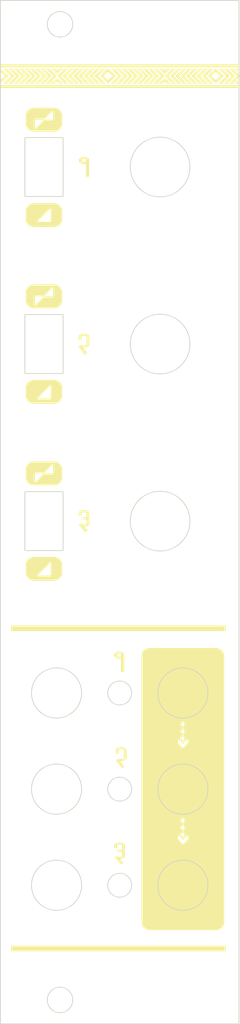
<source format=kicad_pcb>
(kicad_pcb (version 20241229) (generator "pcbnew") (generator_version "9.0")
  (layers (0 "F.Cu" signal) (2 "B.Cu" signal) (13 "F.Paste" user) (15 "B.Paste" user) (5 "F.SilkS" user "F.Silkscreen") (7 "B.SilkS" user "B.Silkscreen") (1 "F.Mask" user) (3 "B.Mask" user) (25 "Edge.Cuts" user))
  (net 0 "")
  (gr_poly (pts (xy 29.147727 41.930043) (xy 29.164186 41.948459) (xy 29.197038 41.985259) (xy 29.213696 42.003377) (xy 29.230684 42.021132) (xy 29.248135 42.03839) (xy 29.257076 42.046792) (xy 29.266182 42.055019) (xy 29.705038 42.442368) (xy 29.742242 42.476206) (xy 29.779034 42.510466) (xy 29.851706 42.579953) (xy 29.995729 42.720711) (xy 29.998797 42.723455) (xy 30.001787 42.726262) (xy 30.004702 42.729127) (xy 30.007547 42.732045) (xy 30.010325 42.735013) (xy 30.013042 42.738026) (xy 30.015701 42.74108) (xy 30.018306 42.744172) (xy 30.023372 42.75045) (xy 30.028272 42.756827) (xy 30.03304 42.76327) (xy 30.037708 42.769745) (xy 30.04623 42.780985) (xy 30.053663 42.791366) (xy 30.059992 42.801003) (xy 30.062738 42.805579) (xy 30.065203 42.810013) (xy 30.067384 42.81432) (xy 30.069281 42.818513) (xy 30.07089 42.822608) (xy 30.072212 42.826618) (xy 30.073242 42.830559) (xy 30.073981 42.834446) (xy 30.074425 42.838291) (xy 30.074574 42.842111) (xy 30.074424 42.84592) (xy 30.073976 42.849731) (xy 30.073226 42.85356) (xy 30.072173 42.857422) (xy 30.070815 42.86133) (xy 30.069151 42.8653) (xy 30.067177 42.869346) (xy 30.064894 42.873481) (xy 30.062299 42.877722) (xy 30.059389 42.882083) (xy 30.056164 42.886577) (xy 30.052621 42.89122) (xy 30.044576 42.901009) (xy 30.035238 42.911568) (xy 30.009108 42.939232) (xy 29.982625 42.966467) (xy 29.95587 42.993372) (xy 29.928921 43.020045) (xy 29.874753 43.073094) (xy 29.820749 43.126408) (xy 29.680255 43.270517) (xy 29.609612 43.342605) (xy 29.538174 43.414627) (xy 29.344235 43.612889) (xy 29.149765 43.810089) (xy 29.14844 43.811457) (xy 29.146988 43.812777) (xy 29.145419 43.814045) (xy 29.143747 43.815254) (xy 29.141984 43.816399) (xy 29.140142 43.817475) (xy 29.138234 43.818475) (xy 29.136273 43.819394) (xy 29.13427 43.820226) (xy 29.132238 43.820966) (xy 29.130189 43.821607) (xy 29.128136 43.822145) (xy 29.126092 43.822573) (xy 29.124068 43.822886) (xy 29.122078 43.823078) (xy 29.120132 43.823143) (xy 28.942774 43.823761) (xy 28.759594 43.823849) (xy 28.767627 43.810447) (xy 28.775177 43.797269) (xy 28.789536 43.771814) (xy 28.796702 43.759653) (xy 28.804094 43.747946) (xy 28.807931 43.742281) (xy 28.811892 43.736752) (xy 28.815998 43.731365) (xy 28.820272 43.726128) (xy 28.871789 43.664856) (xy 28.923636 43.60398) (xy 28.949911 43.574022) (xy 28.976541 43.544559) (xy 29.003618 43.515725) (xy 29.031233 43.487652) (xy 29.086183 43.432844) (xy 29.140297 43.377281) (xy 29.248369 43.266151) (xy 29.3035 43.211717) (xy 29.331596 43.18503) (xy 29.360144 43.158791) (xy 29.389217 43.133071) (xy 29.418888 43.10794) (xy 29.449231 43.08347) (xy 29.48032 43.059731) (xy 29.493957 43.04901) (xy 29.507247 43.037781) (xy 29.520231 43.026088) (xy 29.53295 43.013975) (xy 29.545446 43.001489) (xy 29.55776 42.988673) (xy 29.582008 42.962233) (xy 29.63014 42.907382) (xy 29.654686 42.879689) (xy 29.679993 42.852299) (xy 29.644941 42.818047) (xy 29.610451 42.784654) (xy 29.57616 42.752186) (xy 29.558974 42.73632) (xy 29.541702 42.720711) (xy 29.445626 42.635787) (xy 29.397823 42.593161) (xy 29.350409 42.5501) (xy 29.303556 42.506362) (xy 29.25744 42.461702) (xy 29.212233 42.415876) (xy 29.16811 42.368641) (xy 29.151954 42.351058) (xy 29.135522 42.333744) (xy 29.101942 42.299805) (xy 29.067601 42.266594) (xy 29.032732 42.233879) (xy 28.962331 42.169012) (xy 28.927263 42.136396) (xy 28.892591 42.103352) (xy 28.858195 42.06896) (xy 28.824328 42.034073) (xy 28.790991 41.998723) (xy 28.758183 41.962944) (xy 28.756084 41.96035) (xy 28.754145 41.957607) (xy 28.752351 41.954727) (xy 28.750686 41.951728) (xy 28.749138 41.948623) (xy 28.747691 41.945427) (xy 28.74633 41.942156) (xy 28.745042 41.938825) (xy 28.742625 41.93204) (xy 28.740324 41.925194) (xy 28.738022 41.918404) (xy 28.735605 41.911793) (xy 29.131069 41.911793)) (fill yes) (layer "F.SilkS"))
  (gr_poly (pts (xy 55.327595 152.743698) (xy 28.351715 152.743698) (xy 28.351715 152.038162) (xy 55.327595 152.038162)) (fill yes) (layer "F.SilkS"))
  (gr_curve (pts (xy 40.499973 120.313187) (xy 40.499973 121.141853) (xy 41.172016 121.813194) (xy 42.000336 121.813194)) (stroke (width 0.098777) (color 238 50 43 1)) (layer "F.SilkS"))
  (gr_curve (pts (xy 42.000336 118.813171) (xy 41.172016 118.813171) (xy 40.499973 119.484863) (xy 40.499973 120.313187)) (stroke (width 0.098777) (color 238 50 43 1)) (layer "F.SilkS"))
  (gr_poly (pts (xy 40.522377 41.939132) (xy 40.525831 41.939353) (xy 40.529284 41.939751) (xy 40.532739 41.940326) (xy 40.536197 41.941078) (xy 40.539662 41.942005) (xy 40.543137 41.943107) (xy 40.546624 41.944384) (xy 40.550126 41.945835) (xy 40.557184 41.949257) (xy 40.564335 41.95337) (xy 40.571599 41.958169) (xy 40.578999 41.96365) (xy 40.613304 41.99007) (xy 40.647338 42.016782) (xy 40.680958 42.04395) (xy 40.714024 42.071733) (xy 40.746395 42.100293) (xy 40.777932 42.129791) (xy 40.793343 42.144943) (xy 40.808492 42.16039) (xy 40.823363 42.176152) (xy 40.837936 42.192249) (xy 40.84971 42.205156) (xy 40.861732 42.217832) (xy 40.886421 42.242592) (xy 40.911804 42.266732) (xy 40.937684 42.290454) (xy 40.990137 42.337458) (xy 41.016315 42.361144) (xy 41.042194 42.385223) (xy 41.176913 42.515836) (xy 41.311363 42.646984) (xy 41.348472 42.682729) (xy 41.385448 42.718641) (xy 41.403763 42.73671) (xy 41.421896 42.754883) (xy 41.439797 42.773181) (xy 41.457417 42.791622) (xy 41.460251 42.794692) (xy 41.462948 42.797944) (xy 41.465524 42.801369) (xy 41.467999 42.80496) (xy 41.470392 42.808708) (xy 41.47272 42.812605) (xy 41.475003 42.816642) (xy 41.477259 42.820812) (xy 41.481765 42.829516) (xy 41.486387 42.83865) (xy 41.491273 42.848148) (xy 41.496574 42.857944) (xy 41.49282 42.863923) (xy 41.489213 42.869939) (xy 41.48233 42.882005) (xy 41.469145 42.905701) (xy 41.462412 42.917009) (xy 41.458916 42.922458) (xy 41.455298 42.927743) (xy 41.451532 42.932844) (xy 41.44759 42.937741) (xy 41.443446 42.942414) (xy 41.439072 42.946842) (xy 41.354421 43.025444) (xy 41.269605 43.103121) (xy 41.185121 43.180799) (xy 41.101463 43.259403) (xy 40.859455 43.5) (xy 40.82533 43.53208) (xy 40.790775 43.56382) (xy 40.720904 43.626647) (xy 40.650899 43.689209) (xy 40.616177 43.720619) (xy 40.581818 43.752235) (xy 40.5776 43.755873) (xy 40.573411 43.759109) (xy 40.569244 43.761938) (xy 40.565095 43.764357) (xy 40.563025 43.765411) (xy 40.560958 43.76636) (xy 40.558893 43.767204) (xy 40.556828 43.767943) (xy 40.554765 43.768575) (xy 40.552701 43.769101) (xy 40.550636 43.769519) (xy 40.54857 43.76983) (xy 40.546502 43.770032) (xy 40.544431 43.770124) (xy 40.542357 43.770108) (xy 40.540279 43.76998) (xy 40.538196 43.769742) (xy 40.536108 43.769393) (xy 40.534014 43.768932) (xy 40.531913 43.768358) (xy 40.529805 43.767671) (xy 40.527689 43.76687) (xy 40.525565 43.765954) (xy 40.523432 43.764924) (xy 40.521288 43.763779) (xy 40.519135 43.762517) (xy 40.51697 43.761139) (xy 40.514793 43.759644) (xy 40.49581 43.746817) (xy 40.486318 43.74024) (xy 40.476958 43.733494) (xy 40.46783 43.726533) (xy 40.463384 43.722958) (xy 40.459032 43.719311) (xy 40.454789 43.715588) (xy 40.450664 43.711783) (xy 40.446673 43.70789) (xy 40.442825 43.703903) (xy 40.358308 43.618989) (xy 40.274419 43.533645) (xy 40.107334 43.362064) (xy 39.986374 43.235637) (xy 39.925713 43.172704) (xy 39.864624 43.110531) (xy 39.856269 43.102646) (xy 39.847758 43.094977) (xy 39.830371 43.08015) (xy 39.81267 43.065785) (xy 39.794861 43.051619) (xy 39.777152 43.037387) (xy 39.759749 43.022823) (xy 39.751227 43.015335) (xy 39.742859 43.007664) (xy 39.734671 42.999779) (xy 39.726688 42.991646) (xy 39.708612 42.972488) (xy 39.690896 42.952879) (xy 39.673536 42.932865) (xy 39.656528 42.912491) (xy 39.639867 42.891803) (xy 39.623549 42.870847) (xy 39.607571 42.849668) (xy 39.591927 42.828312) (xy 39.591103 42.827036) (xy 39.590354 42.825662) (xy 39.589676 42.824193) (xy 39.589069 42.822638) (xy 39.588062 42.81929) (xy 39.587323 42.815666) (xy 39.586843 42.811814) (xy 39.586716 42.809608) (xy 39.980335 42.809608) (xy 40.010196 42.844014) (xy 40.040301 42.877415) (xy 40.070729 42.909866) (xy 40.101558 42.941419) (xy 40.132866 42.972128) (xy 40.164733 43.002047) (xy 40.197236 43.03123) (xy 40.230453 43.059731) (xy 40.293938 43.11181) (xy 40.325401 43.138288) (xy 40.356265 43.165476) (xy 40.371375 43.179435) (xy 40.386218 43.19369) (xy 40.400757 43.208279) (xy 40.414952 43.223243) (xy 40.428765 43.23862) (xy 40.442157 43.25445) (xy 40.455089 43.270771) (xy 40.467522 43.287624) (xy 40.469877 43.290848) (xy 40.472314 43.294034) (xy 40.474829 43.297177) (xy 40.47742 43.30027) (xy 40.480086 43.30331) (xy 40.482825 43.306291) (xy 40.485634 43.309208) (xy 40.488511 43.312055) (xy 40.491454 43.314828) (xy 40.494461 43.317522) (xy 40.497531 43.32013) (xy 40.50066 43.322649) (xy 40.503848 43.325073) (xy 40.507091 43.327396) (xy 40.510388 43.329615) (xy 40.513737 43.331722) (xy 40.514472 43.332295) (xy 40.515284 43.332823) (xy 40.51617 43.333306) (xy 40.517122 43.333745) (xy 40.518138 43.33414) (xy 40.519211 43.334493) (xy 40.521509 43.335069) (xy 40.523976 43.335478) (xy 40.526573 43.335723) (xy 40.529258 43.335808) (xy 40.531992 43.335736) (xy 40.534735 43.335512) (xy 40.537445 43.335138) (xy 40.540083 43.334618) (xy 40.542609 43.333956) (xy 40.544981 43.333156) (xy 40.54716 43.33222) (xy 40.548165 43.331703) (xy 40.549106 43.331154) (xy 40.549978 43.330573) (xy 40.550777 43.32996) (xy 40.739248 43.16164) (xy 40.927193 42.993057) (xy 41.008109 42.920649) (xy 41.091938 42.846653) (xy 40.51973 42.306553) (xy 39.980335 42.809608) (xy 39.586716 42.809608) (xy 39.586611 42.807784) (xy 39.586618 42.803624) (xy 39.586854 42.799382) (xy 39.587309 42.795107) (xy 39.587974 42.790847) (xy 39.588838 42.786652) (xy 39.589891 42.782569) (xy 39.591125 42.778648) (xy 39.592528 42.774936) (xy 39.594092 42.771483) (xy 39.595806 42.768337) (xy 39.603559 42.755401) (xy 39.61173 42.742567) (xy 39.620307 42.729908) (xy 39.629276 42.717492) (xy 39.638625 42.70539) (xy 39.648343 42.693673) (xy 39.653335 42.68798) (xy 39.658415 42.68241) (xy 39.663581 42.676971) (xy 39.668831 42.671673) (xy 39.763735 42.583657) (xy 39.858935 42.496169) (xy 40.049831 42.32172) (xy 40.188736 42.194851) (xy 40.258289 42.131665) (xy 40.328171 42.068775) (xy 40.344542 42.054442) (xy 40.361112 42.040291) (xy 40.37788 42.026337) (xy 40.394847 42.012599) (xy 40.412012 41.999091) (xy 40.429376 41.985831) (xy 40.446938 41.972836) (xy 40.464699 41.960121) (xy 40.472346 41.954936) (xy 40.479824 41.950492) (xy 40.487156 41.946783) (xy 40.490774 41.945203) (xy 40.494364 41.943806) (xy 40.497927 41.94259) (xy 40.501467 41.941556) (xy 40.504987 41.940703) (xy 40.50849 41.94003) (xy 40.511977 41.939537) (xy 40.515452 41.939223) (xy 40.518918 41.939088)) (fill yes) (layer "F.SilkS"))
  (gr_curve (pts (xy 34.060085 141.303131) (xy 32.320538 141.303131) (xy 30.910131 142.713531) (xy 30.910131 144.45343)) (stroke (width 0.098777) (color 238 50 43 1)) (layer "F.SilkS"))
  (gr_curve (pts (xy 30.909954 132.383469) (xy 30.909954 134.123016) (xy 32.320358 135.533081) (xy 34.059906 135.533081)) (stroke (width 0.098777) (color 238 50 43 1)) (layer "F.SilkS"))
  (gr_curve (pts (xy 40.499973 144.453415) (xy 40.499973 145.281738) (xy 41.172016 145.953445) (xy 42.000336 145.953445)) (stroke (width 0.098777) (color 238 50 43 1)) (layer "F.SilkS"))
  (gr_poly (pts (xy 48.019093 41.918144) (xy 48.066099 41.919927) (xy 48.113172 41.920895) (xy 48.207386 41.921099) (xy 48.395149 41.919556) (xy 48.39568 41.920529) (xy 48.396209 41.92158) (xy 48.396739 41.922688) (xy 48.397268 41.923834) (xy 48.398326 41.926154) (xy 48.398854 41.927287) (xy 48.399384 41.928375) (xy 48.327021 41.991876) (xy 48.291087 42.023824) (xy 48.273226 42.040022) (xy 48.255451 42.056435) (xy 48.227722 42.082703) (xy 48.200308 42.109091) (xy 48.146091 42.162046) (xy 48.092138 42.214936) (xy 48.037788 42.267395) (xy 47.862103 42.424381) (xy 47.821699 42.461665) (xy 47.781495 42.499082) (xy 47.741554 42.536896) (xy 47.701942 42.575371) (xy 47.699305 42.577858) (xy 47.696682 42.580162) (xy 47.694075 42.582285) (xy 47.691482 42.584229) (xy 47.688903 42.585998) (xy 47.686336 42.587594) (xy 47.683781 42.589019) (xy 47.681238 42.590276) (xy 47.678704 42.591368) (xy 47.67618 42.592297) (xy 47.673665 42.593066) (xy 47.671158 42.593677) (xy 47.668659 42.594133) (xy 47.666165 42.594437) (xy 47.663678 42.59459) (xy 47.661195 42.594597) (xy 47.658717 42.594459) (xy 47.656242 42.594178) (xy 47.653769 42.593758) (xy 47.651299 42.593201) (xy 47.648829 42.59251) (xy 47.646359 42.591687) (xy 47.64389 42.590735) (xy 47.641418 42.589656) (xy 47.636469 42.587129) (xy 47.631505 42.584127) (xy 47.626521 42.58067) (xy 47.62151 42.576778) (xy 47.612799 42.569453) (xy 47.604142 42.562028) (xy 47.595558 42.554504) (xy 47.58707 42.546881) (xy 47.578697 42.539159) (xy 47.570461 42.531337) (xy 47.562382 42.523416) (xy 47.554482 42.515396) (xy 47.14526 42.091713) (xy 46.981926 41.923435) (xy 46.993124 41.920968) (xy 46.996048 41.920412) (xy 46.997517 41.920172) (xy 46.998989 41.919964) (xy 47.00046 41.919793) (xy 47.001929 41.919665) (xy 47.003394 41.919584) (xy 47.004852 41.919556) (xy 47.187769 41.919467) (xy 47.279194 41.919853) (xy 47.370686 41.920967) (xy 47.373927 41.921077) (xy 47.377164 41.921398) (xy 47.380396 41.921918) (xy 47.383618 41.922626) (xy 47.386827 41.92351) (xy 47.390021 41.924558) (xy 47.393196 41.925757) (xy 47.39635 41.927097) (xy 47.399479 41.928565) (xy 47.40258 41.930149) (xy 47.40565 41.931837) (xy 47.408686 41.933618) (xy 47.411685 41.93548) (xy 47.414644 41.93741) (xy 47.420429 41.941429) (xy 47.433971 41.951788) (xy 47.447344 41.962254) (xy 47.460543 41.972869) (xy 47.473564 41.983675) (xy 47.486403 41.994712) (xy 47.499056 42.006022) (xy 47.511519 42.017646) (xy 47.523788 42.029625) (xy 47.52881 42.034592) (xy 47.533695 42.039694) (xy 47.538456 42.044918) (xy 47.543105 42.05025) (xy 47.547655 42.055678) (xy 47.552117 42.061188) (xy 47.560832 42.072398) (xy 47.577765 42.095207) (xy 47.586183 42.10659) (xy 47.5947 42.117817) (xy 47.60703 42.133019) (xy 47.618997 42.148156) (xy 47.640911 42.17638) (xy 47.750227 42.077909) (xy 47.801298 42.031468) (xy 47.850815 41.985523) (xy 47.859789 41.977454) (xy 47.868868 41.969795) (xy 47.878073 41.962569) (xy 47.887426 41.955798) (xy 47.896948 41.949505) (xy 47.906662 41.943711) (xy 47.916588 41.93844) (xy 47.92675 41.933712) (xy 47.937167 41.929551) (xy 47.947863 41.925978) (xy 47.958859 41.923016) (xy 47.970176 41.920687) (xy 47.981836 41.919013) (xy 47.993861 41.918016) (xy 48.006273 41.917719)) (fill yes) (layer "F.SilkS"))
  (gr_curve (pts (xy 43.330315 98.733032) (xy 43.330315 100.804199) (xy 45.009541 102.48307) (xy 47.0807 102.48307)) (stroke (width 0.098777) (color 238 50 43 1)) (layer "F.SilkS"))
  (gr_curve (pts (xy 37.209686 144.45343) (xy 37.209686 142.713531) (xy 35.799282 141.303131) (xy 34.060085 141.303131)) (stroke (width 0.098777) (color 238 50 43 1)) (layer "F.SilkS"))
  (gr_poly (pts (xy 41.979944 115.092741) (xy 42.015068 115.093654) (xy 42.043975 115.095097) (xy 42.056097 115.095998) (xy 42.066666 115.097008) (xy 42.077498 115.098696) (xy 42.090162 115.101124) (xy 42.104671 115.104305) (xy 42.121036 115.108251) (xy 42.139269 115.112974) (xy 42.159383 115.118486) (xy 42.181391 115.1248) (xy 42.205303 115.131927) (xy 42.217511 115.135761) (xy 42.22966 115.139849) (xy 42.241747 115.144193) (xy 42.253772 115.148792) (xy 42.265733 115.153645) (xy 42.277629 115.158751) (xy 42.289457 115.164111) (xy 42.301216 115.169724) (xy 42.312905 115.175588) (xy 42.324522 115.181704) (xy 42.347535 115.194689) (xy 42.370243 115.208674) (xy 42.392632 115.223656) (xy 42.403591 115.231486) (xy 42.414244 115.239496) (xy 42.424592 115.247687) (xy 42.434633 115.256056) (xy 42.444369 115.264603) (xy 42.453799 115.273326) (xy 42.462923 115.282226) (xy 42.471741 115.2913) (xy 42.480253 115.300547) (xy 42.48846 115.309968) (xy 42.49636 115.31956) (xy 42.503954 115.329322) (xy 42.511243 115.339254) (xy 42.518226 115.349354) (xy 42.524902 115.359622) (xy 42.531273 115.370056) (xy 42.537226 115.380614) (xy 42.542784 115.391255) (xy 42.547948 115.401977) (xy 42.552719 115.41278) (xy 42.5571 115.423664) (xy 42.561092 115.434628) (xy 42.564697 115.445671) (xy 42.567915 115.456794) (xy 42.570749 115.467995) (xy 42.5732 115.479274) (xy 42.57527 115.490631) (xy 42.576959 115.502065) (xy 42.578271 115.513575) (xy 42.579206 115.525162) (xy 42.579766 115.536824) (xy 42.579952 115.548561) (xy 42.579952 117.695213) (xy 42.160503 117.695213) (xy 42.160503 116.020576) (xy 41.938602 116.020576) (xy 41.905564 116.020114) (xy 41.873125 116.018731) (xy 41.841289 116.01643) (xy 41.810061 116.013215) (xy 41.779445 116.009091) (xy 41.749444 116.004062) (xy 41.720063 115.998131) (xy 41.691307 115.991302) (xy 41.677151 115.987365) (xy 41.663125 115.983098) (xy 41.649227 115.978501) (xy 41.635452 115.973575) (xy 41.6218 115.968321) (xy 41.608267 115.962739) (xy 41.594851 115.956829) (xy 41.581549 115.950593) (xy 41.568359 115.94403) (xy 41.555278 115.937141) (xy 41.542303 115.929927) (xy 41.529432 115.922388) (xy 41.516662 115.914524) (xy 41.503991 115.906337) (xy 41.491417 115.897826) (xy 41.478935 115.888992) (xy 41.466773 115.879996) (xy 41.455023 115.870869) (xy 41.443686 115.861613) (xy 41.432761 115.85223) (xy 41.422247 115.842721) (xy 41.412143 115.833088) (xy 41.40245 115.823331) (xy 41.393167 115.813454) (xy 41.384293 115.803456) (xy 41.375828 115.793341) (xy 41.367771 115.783108) (xy 41.360121 115.77276) (xy 41.352879 115.762299) (xy 41.346044 115.751725) (xy 41.339615 115.741041) (xy 41.333591 115.730247) (xy 41.327824 115.719366) (xy 41.322429 115.708419) (xy 41.317406 115.697408) (xy 41.312755 115.686335) (xy 41.308476 115.675199) (xy 41.304568 115.664003) (xy 41.301033 115.652747) (xy 41.29787 115.641432) (xy 41.295079 115.630059) (xy 41.29266 115.61863) (xy 41.290613 115.607145) (xy 41.288939 115.595605) (xy 41.287636 115.584011) (xy 41.286706 115.572365) (xy 41.286147 115.560668) (xy 41.285961 115.54892) (xy 41.286147 115.538409) (xy 41.286706 115.527916) (xy 41.287636 115.517439) (xy 41.288939 115.506979) (xy 41.290613 115.496535) (xy 41.29266 115.486108) (xy 41.295079 115.475697) (xy 41.29787 115.465303) (xy 41.301033 115.454926) (xy 41.304568 115.444566) (xy 41.308476 115.434222) (xy 41.312755 115.423894) (xy 41.317406 115.413584) (xy 41.322429 115.40329) (xy 41.326727 115.395103) (xy 41.731171 115.395103) (xy 41.731171 115.68261) (xy 41.746338 115.718597) (xy 41.791847 115.739418) (xy 42.140392 115.739418) (xy 42.160503 115.729187) (xy 42.160503 115.394753) (xy 42.141098 115.379578) (xy 42.125931 115.364059) (xy 42.032444 115.348885) (xy 41.804905 115.348885) (xy 41.750927 115.36441) (xy 41.731171 115.395103) (xy 41.326727 115.395103) (xy 41.327824 115.393012) (xy 41.333591 115.382751) (xy 41.33959 115.372549) (xy 41.345943 115.362445) (xy 41.352651 115.352439) (xy 41.359713 115.342531) (xy 41.367129 115.33272) (xy 41.374898 115.323006) (xy 41.383019 115.313388) (xy 41.391491 115.303865) (xy 41.400316 115.294438) (xy 41.409491 115.285105) (xy 41.419017 115.275865) (xy 41.428892 115.266719) (xy 41.439117 115.257666) (xy 41.44969 115.248704) (xy 41.460612 115.239835) (xy 41.471882 115.231056) (xy 41.483424 115.222528) (xy 41.495167 115.214272) (xy 41.507113 115.206288) (xy 41.519263 115.198575) (xy 41.53162 115.191133) (xy 41.544186 115.183961) (xy 41.556963 115.177059) (xy 41.569952 115.170426) (xy 41.583157 115.164062) (xy 41.596579 115.157966) (xy 41.61022 115.152138) (xy 41.624082 115.146576) (xy 41.638167 115.141281) (xy 41.652477 115.136253) (xy 41.667015 115.13149) (xy 41.681782 115.126991) (xy 41.713521 115.119858) (xy 41.744665 115.113321) (xy 41.775148 115.107445) (xy 41.804905 115.102295) (xy 41.819952 115.099845) (xy 41.835467 115.097775) (xy 41.851453 115.09607) (xy 41.867916 115.094712) (xy 41.884858 115.093685) (xy 41.902284 115.092973) (xy 41.920197 115.092557) (xy 41.938602 115.092422)) (fill yes) (layer "F.SilkS"))
  (gr_curve (pts (xy 37.209686 120.313179) (xy 37.209686 118.573624) (xy 35.799282 117.162865) (xy 34.060085 117.162865)) (stroke (width 0.098777) (color 238 50 43 1)) (layer "F.SilkS"))
  (gr_poly (pts (xy 28.518638 41.985259) (xy 28.535216 42.003377) (xy 28.552146 42.021132) (xy 28.56953 42.03839) (xy 28.578425 42.046792) (xy 28.587473 42.055019) (xy 28.697121 42.152054) (xy 28.80743 42.248429) (xy 28.917475 42.344936) (xy 29.026329 42.442368) (xy 29.063624 42.476206) (xy 29.100655 42.510466) (xy 29.174056 42.579953) (xy 29.246794 42.650233) (xy 29.319136 42.720711) (xy 29.321832 42.723455) (xy 29.324498 42.726262) (xy 29.329752 42.732045) (xy 29.334924 42.738026) (xy 29.340038 42.744172) (xy 29.345118 42.75045) (xy 29.350191 42.756827) (xy 29.360409 42.769745) (xy 29.368687 42.780985) (xy 29.375914 42.791366) (xy 29.382072 42.801003) (xy 29.384745 42.805579) (xy 29.387144 42.810013) (xy 29.389267 42.81432) (xy 29.391112 42.818513) (xy 29.392676 42.822608) (xy 29.393958 42.826618) (xy 29.394956 42.830559) (xy 29.395666 42.834446) (xy 29.396087 42.838291) (xy 29.396217 42.842111) (xy 29.396054 42.84592) (xy 29.395594 42.849731) (xy 29.394837 42.85356) (xy 29.39378 42.857422) (xy 29.39242 42.86133) (xy 29.390756 42.8653) (xy 29.388785 42.869346) (xy 29.386506 42.873481) (xy 29.383915 42.877722) (xy 29.381011 42.882083) (xy 29.377791 42.886577) (xy 29.374254 42.89122) (xy 29.366217 42.901009) (xy 29.356884 42.911568) (xy 29.331087 42.939232) (xy 29.304827 42.966467) (xy 29.278203 42.993372) (xy 29.251314 43.020045) (xy 29.143101 43.126408) (xy 28.860876 43.414627) (xy 28.666584 43.612889) (xy 28.471764 43.810089) (xy 28.470381 43.811457) (xy 28.468886 43.812777) (xy 28.46729 43.814045) (xy 28.465607 43.815254) (xy 28.463846 43.816399) (xy 28.462021 43.817475) (xy 28.460144 43.818475) (xy 28.458225 43.819394) (xy 28.456278 43.820226) (xy 28.454314 43.820966) (xy 28.452344 43.821607) (xy 28.450381 43.822145) (xy 28.448437 43.822573) (xy 28.446523 43.822886) (xy 28.444652 43.823078) (xy 28.442835 43.823143) (xy 28.26477 43.823761) (xy 28.080885 43.823849) (xy 28.089413 43.810447) (xy 28.097383 43.797269) (xy 28.112326 43.771814) (xy 28.119638 43.759653) (xy 28.127071 43.747946) (xy 28.130885 43.742281) (xy 28.134792 43.736752) (xy 28.138815 43.731365) (xy 28.142973 43.726128) (xy 28.194303 43.664856) (xy 28.245897 43.60398) (xy 28.272165 43.574022) (xy 28.298946 43.544559) (xy 28.326388 43.515725) (xy 28.354641 43.487652) (xy 28.409152 43.432844) (xy 28.462977 43.377281) (xy 28.570717 43.266151) (xy 28.625708 43.211717) (xy 28.653718 43.18503) (xy 28.682161 43.158791) (xy 28.711105 43.133071) (xy 28.740616 43.10794) (xy 28.770762 43.08347) (xy 28.801609 43.059731) (xy 28.815378 43.04901) (xy 28.8288 43.037781) (xy 28.841914 43.026088) (xy 28.854763 43.013975) (xy 28.867386 43.001489) (xy 28.879825 42.988673) (xy 28.904312 42.962233) (xy 28.952868 42.907382) (xy 28.977591 42.879689) (xy 29.003046 42.852299) (xy 28.967195 42.818047) (xy 28.932667 42.784654) (xy 28.898668 42.752186) (xy 28.881619 42.73632) (xy 28.864405 42.720711) (xy 28.768527 42.635787) (xy 28.72065 42.593161) (xy 28.673112 42.5501) (xy 28.626136 42.506362) (xy 28.579945 42.461702) (xy 28.534763 42.415876) (xy 28.490812 42.368641) (xy 28.474649 42.351058) (xy 28.458194 42.333744) (xy 28.424534 42.299805) (xy 28.39008 42.266594) (xy 28.355081 42.233879) (xy 28.284437 42.169012) (xy 28.249289 42.136396) (xy 28.214588 42.103352) (xy 28.197121 42.08622) (xy 28.179894 42.06896) (xy 28.162882 42.051577) (xy 28.14606 42.034073) (xy 28.112888 41.998723) (xy 28.080179 41.962944) (xy 28.078205 41.96035) (xy 28.076373 41.957607) (xy 28.07467 41.954727) (xy 28.07308 41.951728) (xy 28.071589 41.948623) (xy 28.070183 41.945427) (xy 28.068847 41.942156) (xy 28.067567 41.938825) (xy 28.062716 41.925194) (xy 28.060249 41.918404) (xy 28.058954 41.915069) (xy 28.0576 41.911793) (xy 28.453772 41.911793)) (fill yes) (layer "F.SilkS"))
  (gr_poly (pts (xy 33.824961 58.812224) (xy 33.875539 58.816103) (xy 33.925406 58.822489) (xy 33.974498 58.831319) (xy 34.022749 58.842528) (xy 34.070097 58.856054) (xy 34.116477 58.871831) (xy 34.161824 58.889796) (xy 34.206075 58.909885) (xy 34.249165 58.932033) (xy 34.291029 58.956178) (xy 34.331605 58.982255) (xy 34.370827 59.0102) (xy 34.408632 59.039949) (xy 34.444955 59.071439) (xy 34.479732 59.104604) (xy 34.512898 59.139382) (xy 34.54439 59.175708) (xy 34.574144 59.213519) (xy 34.602094 59.25275) (xy 34.628178 59.293338) (xy 34.65233 59.335218) (xy 34.674487 59.378327) (xy 34.694584 59.422601) (xy 34.712557 59.467975) (xy 34.728342 59.514386) (xy 34.741874 59.56177) (xy 34.753091 59.610062) (xy 34.761926 59.6592) (xy 34.768317 59.709119) (xy 34.772198 59.759754) (xy 34.773506 59.811043) (xy 34.773506 60.809402) (xy 34.772198 60.86066) (xy 34.768317 60.911269) (xy 34.761926 60.961164) (xy 34.753091 61.010282) (xy 34.741874 61.058559) (xy 34.728342 61.105929) (xy 34.712557 61.15233) (xy 34.694584 61.197697) (xy 34.674487 61.241966) (xy 34.65233 61.285072) (xy 34.628178 61.326952) (xy 34.602094 61.367542) (xy 34.574144 61.406777) (xy 34.54439 61.444593) (xy 34.512898 61.480926) (xy 34.479732 61.515711) (xy 34.444955 61.548886) (xy 34.408632 61.580385) (xy 34.370827 61.610144) (xy 34.331605 61.6381) (xy 34.291029 61.664188) (xy 34.249165 61.688344) (xy 34.206075 61.710504) (xy 34.161824 61.730603) (xy 34.116477 61.748578) (xy 34.070097 61.764365) (xy 34.022749 61.777899) (xy 33.974498 61.789116) (xy 33.925406 61.797952) (xy 33.875539 61.804343) (xy 33.824961 61.808224) (xy 33.773735 61.809532) (xy 31.187166 61.809532) (xy 31.13591 61.808224) (xy 31.085304 61.804343) (xy 31.035414 61.797952) (xy 30.986302 61.789116) (xy 30.938034 61.777899) (xy 30.890673 61.764365) (xy 30.844283 61.748578) (xy 30.798928 61.730603) (xy 30.754672 61.710504) (xy 30.711579 61.688344) (xy 30.669714 61.664188) (xy 30.62914 61.6381) (xy 30.589921 61.610144) (xy 30.552121 61.580385) (xy 30.515805 61.548886) (xy 30.481035 61.515711) (xy 30.447878 61.480926) (xy 30.416395 61.444593) (xy 30.386652 61.406777) (xy 30.358712 61.367542) (xy 30.332639 61.326952) (xy 30.308497 61.285072) (xy 30.286351 61.241966) (xy 30.266265 61.197697) (xy 30.251366 61.160069) (xy 31.630255 61.160069) (xy 33.329937 61.160069) (xy 33.329937 59.460381) (xy 31.630255 61.160069) (xy 30.251366 61.160069) (xy 30.248302 61.15233) (xy 30.232526 61.105929) (xy 30.219001 61.058559) (xy 30.207793 61.010282) (xy 30.198963 60.961164) (xy 30.192577 60.911269) (xy 30.188698 60.86066) (xy 30.187391 60.809402) (xy 30.187391 59.811043) (xy 30.188698 59.759754) (xy 30.192577 59.709119) (xy 30.198963 59.6592) (xy 30.207793 59.610062) (xy 30.219001 59.56177) (xy 30.232526 59.514386) (xy 30.248302 59.467975) (xy 30.266265 59.422601) (xy 30.286351 59.378327) (xy 30.308497 59.335218) (xy 30.332639 59.293338) (xy 30.358712 59.25275) (xy 30.386652 59.213519) (xy 30.416395 59.175708) (xy 30.447878 59.139382) (xy 30.481035 59.104604) (xy 30.515805 59.071439) (xy 30.552121 59.039949) (xy 30.589921 59.0102) (xy 30.62914 58.982255) (xy 30.669714 58.956178) (xy 30.711579 58.932033) (xy 30.754672 58.909885) (xy 30.798928 58.889796) (xy 30.844283 58.871831) (xy 30.890673 58.856054) (xy 30.938034 58.842528) (xy 30.986302 58.831319) (xy 31.035414 58.822489) (xy 31.085304 58.816103) (xy 31.13591 58.812224) (xy 31.187166 58.810917) (xy 33.773735 58.810917)) (fill yes) (layer "F.SilkS"))
  (gr_poly (pts (xy 31.17725 41.985259) (xy 31.193773 42.003377) (xy 31.21061 42.021132) (xy 31.227877 42.03839) (xy 31.236708 42.046792) (xy 31.245689 42.055019) (xy 31.685251 42.442368) (xy 31.722485 42.476206) (xy 31.759356 42.510466) (xy 31.832271 42.579953) (xy 31.976646 42.720711) (xy 31.979466 42.723455) (xy 31.982241 42.726262) (xy 31.984974 42.729127) (xy 31.98767 42.732045) (xy 31.992966 42.738026) (xy 31.998164 42.744172) (xy 32.003296 42.75045) (xy 32.008394 42.756827) (xy 32.018623 42.769745) (xy 32.027076 42.780985) (xy 32.034433 42.791366) (xy 32.040682 42.801003) (xy 32.043388 42.805579) (xy 32.045811 42.810013) (xy 32.047951 42.81432) (xy 32.049807 42.818513) (xy 32.051376 42.822608) (xy 32.052658 42.826618) (xy 32.05365 42.830559) (xy 32.054351 42.834446) (xy 32.054759 42.838291) (xy 32.054874 42.842111) (xy 32.054693 42.84592) (xy 32.054215 42.849731) (xy 32.053438 42.85356) (xy 32.052361 42.857422) (xy 32.050982 42.86133) (xy 32.0493 42.8653) (xy 32.047313 42.869346) (xy 32.045019 42.873481) (xy 32.042417 42.877722) (xy 32.039506 42.882083) (xy 32.03275 42.89122) (xy 32.024736 42.901009) (xy 32.015453 42.911568) (xy 31.989293 42.939232) (xy 31.962745 42.966467) (xy 31.908912 43.020045) (xy 31.854816 43.073094) (xy 31.827937 43.099668) (xy 31.801315 43.126408) (xy 31.519091 43.414627) (xy 31.325373 43.612889) (xy 31.13139 43.810089) (xy 31.129874 43.811457) (xy 31.128248 43.812777) (xy 31.126523 43.814045) (xy 31.124713 43.815254) (xy 31.122831 43.816399) (xy 31.12089 43.817475) (xy 31.118902 43.818475) (xy 31.11688 43.819394) (xy 31.114838 43.820226) (xy 31.112788 43.820966) (xy 31.110744 43.821607) (xy 31.108717 43.822145) (xy 31.106721 43.822573) (xy 31.10477 43.822886) (xy 31.102875 43.823078) (xy 31.101049 43.823143) (xy 30.923382 43.823761) (xy 30.7391 43.823849) (xy 30.747324 43.810447) (xy 30.755151 43.797269) (xy 30.770144 43.771814) (xy 30.777575 43.759653) (xy 30.785137 43.747946) (xy 30.78901 43.742281) (xy 30.792965 43.736752) (xy 30.797019 43.731365) (xy 30.801189 43.726128) (xy 30.904552 43.60398) (xy 30.930807 43.574022) (xy 30.957557 43.544559) (xy 30.984969 43.515725) (xy 31.013208 43.487652) (xy 31.068037 43.432844) (xy 31.122035 43.377281) (xy 31.22977 43.266151) (xy 31.284624 43.211717) (xy 31.312541 43.18503) (xy 31.340879 43.158791) (xy 31.369706 43.133071) (xy 31.399093 43.10794) (xy 31.42911 43.08347) (xy 31.459826 43.059731) (xy 31.473711 43.04901) (xy 31.48722 43.037781) (xy 31.500398 43.026088) (xy 31.513288 43.013975) (xy 31.525937 43.001489) (xy 31.538388 42.988673) (xy 31.562881 42.962233) (xy 31.611481 42.907382) (xy 31.636308 42.879689) (xy 31.661966 42.852299) (xy 31.625867 42.818047) (xy 31.591191 42.784654) (xy 31.557242 42.752186) (xy 31.540323 42.73632) (xy 31.523325 42.720711) (xy 31.426741 42.635787) (xy 31.378727 42.593161) (xy 31.33115 42.5501) (xy 31.284201 42.506362) (xy 31.238071 42.461702) (xy 31.19295 42.415876) (xy 31.149027 42.368641) (xy 31.132867 42.351058) (xy 31.116423 42.333744) (xy 31.082798 42.299805) (xy 31.048388 42.266594) (xy 31.013428 42.233879) (xy 30.942801 42.169012) (xy 30.907606 42.136396) (xy 30.872803 42.103352) (xy 30.855335 42.08622) (xy 30.838103 42.06896) (xy 30.821078 42.051577) (xy 30.804231 42.034073) (xy 30.770954 41.998723) (xy 30.738041 41.962944) (xy 30.736013 41.96035) (xy 30.734149 41.957607) (xy 30.732433 41.954727) (xy 30.730848 41.951728) (xy 30.729377 41.948623) (xy 30.728002 41.945427) (xy 30.726707 41.942156) (xy 30.725474 41.938825) (xy 30.720827 41.925194) (xy 30.718435 41.918404) (xy 30.717163 41.915069) (xy 30.715816 41.911793) (xy 31.111986 41.911793)) (fill yes) (layer "F.SilkS"))
  (gr_curve (pts (xy 43.5 144.453415) (xy 43.5 143.624756) (xy 42.828312 142.953415) (xy 42.000336 142.953415)) (stroke (width 0.098777) (color 238 50 43 1)) (layer "F.SilkS"))
  (gr_curve (pts (xy 53.090267 120.313179) (xy 53.090267 118.573624) (xy 51.679863 117.162865) (xy 49.940311 117.162865)) (stroke (width 0.098777) (color 238 50 43 1)) (layer "F.SilkS"))
  (gr_poly (pts (xy 34.880222 80.203384) (xy 30.079969 80.203384) (xy 30.079969 72.803162) (xy 34.880222 72.803162)) (stroke (width 0.098777) (color 238 50 43 1)) (fill no) (layer "F.SilkS"))
  (gr_poly (pts (xy 33.82485 91.245235) (xy 33.875456 91.249117) (xy 33.925346 91.255507) (xy 33.974457 91.264343) (xy 34.022726 91.27556) (xy 34.070087 91.289094) (xy 34.116477 91.30488) (xy 34.161832 91.322855) (xy 34.206087 91.342954) (xy 34.24918 91.365114) (xy 34.291045 91.38927) (xy 34.331619 91.415358) (xy 34.370838 91.443313) (xy 34.408638 91.473072) (xy 34.444955 91.504571) (xy 34.479724 91.537745) (xy 34.512882 91.572531) (xy 34.544365 91.608864) (xy 34.574108 91.646679) (xy 34.602048 91.685914) (xy 34.628121 91.726503) (xy 34.652262 91.768383) (xy 34.674408 91.811489) (xy 34.694495 91.855757) (xy 34.712458 91.901124) (xy 34.728234 91.947524) (xy 34.741759 91.994895) (xy 34.752968 92.043171) (xy 34.761797 92.092288) (xy 34.768183 92.142183) (xy 34.772062 92.192792) (xy 34.773369 92.244049) (xy 34.773369 93.242416) (xy 34.772062 93.293705) (xy 34.768183 93.34434) (xy 34.761797 93.394258) (xy 34.752968 93.443396) (xy 34.741759 93.491688) (xy 34.728234 93.539072) (xy 34.712458 93.585482) (xy 34.694495 93.630856) (xy 34.674408 93.67513) (xy 34.652262 93.718238) (xy 34.628121 93.760118) (xy 34.602048 93.800706) (xy 34.574108 93.839937) (xy 34.544365 93.877748) (xy 34.512882 93.914074) (xy 34.479724 93.948852) (xy 34.444955 93.982017) (xy 34.408638 94.013506) (xy 34.370838 94.043255) (xy 34.331619 94.0712) (xy 34.291045 94.097277) (xy 34.24918 94.121422) (xy 34.206087 94.143571) (xy 34.161832 94.16366) (xy 34.116477 94.181625) (xy 34.070087 94.197402) (xy 34.022726 94.210927) (xy 33.974457 94.222137) (xy 33.925346 94.230967) (xy 33.875456 94.237353) (xy 33.82485 94.241231) (xy 33.773594 94.242538) (xy 31.187023 94.242538) (xy 31.135798 94.241231) (xy 31.085219 94.237353) (xy 31.035353 94.230967) (xy 30.986261 94.222137) (xy 30.938009 94.210927) (xy 30.890662 94.197402) (xy 30.844282 94.181625) (xy 30.798935 94.16366) (xy 30.754684 94.143571) (xy 30.711594 94.121422) (xy 30.66973 94.097277) (xy 30.629154 94.0712) (xy 30.589932 94.043255) (xy 30.552127 94.013506) (xy 30.515804 93.982017) (xy 30.481027 93.948852) (xy 30.447861 93.914074) (xy 30.43535 93.899643) (xy 31.330252 93.899643) (xy 32.472983 92.74958) (xy 32.475018 92.74958) (xy 33.629662 92.74958) (xy 33.629662 91.587181) (xy 32.475018 92.74958) (xy 32.472983 92.74958) (xy 32.485249 92.737236) (xy 31.330252 92.737236) (xy 31.330252 93.899643) (xy 30.43535 93.899643) (xy 30.416369 93.877748) (xy 30.386615 93.839937) (xy 30.358665 93.800706) (xy 30.332581 93.760118) (xy 30.308429 93.718238) (xy 30.286272 93.67513) (xy 30.266175 93.630856) (xy 30.248202 93.585482) (xy 30.232417 93.539072) (xy 30.218884 93.491688) (xy 30.207668 93.443396) (xy 30.198832 93.394258) (xy 30.192442 93.34434) (xy 30.18856 93.293705) (xy 30.187252 93.242416) (xy 30.187252 92.244049) (xy 30.18856 92.192792) (xy 30.192442 92.142183) (xy 30.198832 92.092288) (xy 30.207668 92.043171) (xy 30.218884 91.994895) (xy 30.232417 91.947524) (xy 30.248202 91.901124) (xy 30.266175 91.855757) (xy 30.286272 91.811489) (xy 30.308429 91.768383) (xy 30.332581 91.726503) (xy 30.358665 91.685914) (xy 30.386615 91.646679) (xy 30.416369 91.608864) (xy 30.447861 91.572531) (xy 30.481027 91.537745) (xy 30.515804 91.504571) (xy 30.552127 91.473072) (xy 30.589932 91.443313) (xy 30.629154 91.415358) (xy 30.66973 91.38927) (xy 30.711594 91.365114) (xy 30.754684 91.342954) (xy 30.798935 91.322855) (xy 30.844282 91.30488) (xy 30.890662 91.289094) (xy 30.938009 91.27556) (xy 30.986261 91.264343) (xy 31.035353 91.255507) (xy 31.085219 91.249117) (xy 31.135798 91.245235) (xy 31.187023 91.243927) (xy 33.773594 91.243927)) (fill yes) (layer "F.SilkS"))
  (gr_poly (pts (xy 54.639892 41.919289) (xy 54.825233 41.919907) (xy 54.827097 41.920116) (xy 54.828979 41.920472) (xy 54.830875 41.920964) (xy 54.832778 41.921582) (xy 54.834684 41.922316) (xy 54.836586 41.923156) (xy 54.838479 41.924091) (xy 54.840356 41.92511) (xy 54.842214 41.926204) (xy 54.844044 41.927361) (xy 54.845843 41.928573) (xy 54.847605 41.929828) (xy 54.849323 41.931115) (xy 54.850992 41.932426) (xy 54.85416 41.935074) (xy 55.308186 42.356647) (xy 55.57806 42.596535) (xy 55.6023 42.620292) (xy 55.626324 42.644446) (xy 55.650117 42.668965) (xy 55.673663 42.693814) (xy 55.696943 42.718961) (xy 55.719943 42.744372) (xy 55.742645 42.770015) (xy 55.765034 42.795856) (xy 55.771404 42.803875) (xy 55.774213 42.80771) (xy 55.776773 42.81144) (xy 55.77909 42.815073) (xy 55.781165 42.818618) (xy 55.783001 42.822083) (xy 55.784602 42.825477) (xy 55.78597 42.828808) (xy 55.787109 42.832084) (xy 55.788021 42.835314) (xy 55.78871 42.838506) (xy 55.789178 42.841669) (xy 55.789428 42.84481) (xy 55.789463 42.847939) (xy 55.789287 42.851064) (xy 55.788902 42.854193) (xy 55.788311 42.857334) (xy 55.787517 42.860496) (xy 55.786524 42.863688) (xy 55.785333 42.866917) (xy 55.783949 42.870192) (xy 55.782374 42.873522) (xy 55.78061 42.876915) (xy 55.776532 42.883923) (xy 55.771737 42.891283) (xy 55.76625 42.899063) (xy 55.760094 42.90733) (xy 55.74565 42.926025) (xy 55.730664 42.94418) (xy 55.715193 42.961848) (xy 55.699288 42.979083) (xy 55.683006 42.99594) (xy 55.666399 43.012472) (xy 55.632432 43.044783) (xy 55.562995 43.107902) (xy 55.528394 43.139579) (xy 55.49445 43.171913) (xy 55.464871 43.201584) (xy 55.435614 43.231545) (xy 55.377769 43.292037) (xy 55.320321 43.352792) (xy 55.262676 43.413216) (xy 55.078392 43.599835) (xy 54.893314 43.786457) (xy 54.891044 43.788944) (xy 54.888855 43.791507) (xy 54.88674 43.794138) (xy 54.88469 43.79683) (xy 54.882695 43.799575) (xy 54.880747 43.802368) (xy 54.876958 43.808063) (xy 54.869556 43.819693) (xy 54.865804 43.825512) (xy 54.861923 43.831257) (xy 54.473866 43.831257) (xy 54.480611 43.819002) (xy 54.487618 43.806969) (xy 54.494882 43.795147) (xy 54.5024 43.783528) (xy 54.510168 43.7721) (xy 54.518183 43.760855) (xy 54.52644 43.749783) (xy 54.534937 43.738873) (xy 54.54367 43.728117) (xy 54.552635 43.717503) (xy 54.561828 43.707023) (xy 54.571246 43.696667) (xy 54.590743 43.676285) (xy 54.611095 43.656281) (xy 54.620197 43.647177) (xy 54.629008 43.637753) (xy 54.637567 43.628055) (xy 54.645916 43.618126) (xy 54.662137 43.597754) (xy 54.677991 43.576993) (xy 54.693795 43.5562) (xy 54.709867 43.535729) (xy 54.718104 43.525725) (xy 54.726527 43.515936) (xy 54.735176 43.506405) (xy 54.744091 43.497177) (xy 54.799391 43.442322) (xy 54.853782 43.386615) (xy 54.962284 43.274927) (xy 55.017618 43.220088) (xy 55.045824 43.193169) (xy 55.074491 43.166679) (xy 55.103695 43.140689) (xy 55.133513 43.11527) (xy 55.164022 43.090494) (xy 55.195297 43.066433) (xy 55.20905 43.055721) (xy 55.222426 43.044514) (xy 55.235468 43.032855) (xy 55.248223 43.020788) (xy 55.260734 43.008355) (xy 55.273045 42.995598) (xy 55.297248 42.969288) (xy 55.345216 42.914679) (xy 55.369692 42.887067) (xy 55.39497 42.859707) (xy 55.324545 42.791796) (xy 55.290342 42.759496) (xy 55.273218 42.743702) (xy 55.255974 42.728123) (xy 55.160751 42.643098) (xy 55.065694 42.557246) (xy 55.018775 42.513462) (xy 54.972556 42.468814) (xy 54.927253 42.423083) (xy 54.883087 42.376049) (xy 54.866807 42.358466) (xy 54.850266 42.34115) (xy 54.816511 42.307202) (xy 54.782045 42.273965) (xy 54.747091 42.241199) (xy 54.676613 42.176122) (xy 54.641535 42.143332) (xy 54.606861 42.110054) (xy 54.589629 42.093155) (xy 54.572587 42.076071) (xy 54.555727 42.058813) (xy 54.53904 42.041393) (xy 54.522519 42.023825) (xy 54.506154 42.006121) (xy 54.473866 41.970352) (xy 54.471766 41.968038) (xy 54.469821 41.965593) (xy 54.468013 41.963022) (xy 54.466323 41.960326) (xy 54.464732 41.957508) (xy 54.463222 41.954571) (xy 54.461774 41.951517) (xy 54.46037 41.948349) (xy 54.457617 41.94168) (xy 54.454815 41.934585) (xy 54.451815 41.927085) (xy 54.450194 41.92319) (xy 54.448467 41.919201)) (fill yes) (layer "F.SilkS"))
  (gr_curve (pts (xy 34.060085 147.603378) (xy 35.799282 147.603378) (xy 37.209686 146.193329) (xy 37.209686 144.45343)) (stroke (width 0.098777) (color 238 50 43 1)) (layer "F.SilkS"))
  (gr_poly (pts (xy 33.824961 103.224856) (xy 33.875539 103.228735) (xy 33.925406 103.235121) (xy 33.974498 103.243951) (xy 34.022749 103.25516) (xy 34.070097 103.268686) (xy 34.116477 103.284463) (xy 34.161824 103.302428) (xy 34.206075 103.322517) (xy 34.249165 103.344666) (xy 34.291029 103.36881) (xy 34.331605 103.394887) (xy 34.370827 103.422832) (xy 34.408632 103.452582) (xy 34.444955 103.484071) (xy 34.479732 103.517237) (xy 34.512898 103.552015) (xy 34.54439 103.588341) (xy 34.574144 103.626152) (xy 34.602094 103.665383) (xy 34.628178 103.705971) (xy 34.65233 103.747851) (xy 34.674487 103.79096) (xy 34.694584 103.835234) (xy 34.712557 103.880609) (xy 34.728342 103.92702) (xy 34.741874 103.974404) (xy 34.753091 104.022697) (xy 34.761926 104.071835) (xy 34.768317 104.121754) (xy 34.772198 104.17239) (xy 34.773506 104.223679) (xy 34.773506 105.222038) (xy 34.772198 105.273296) (xy 34.768317 105.323904) (xy 34.761926 105.373799) (xy 34.753091 105.422917) (xy 34.741874 105.471193) (xy 34.728342 105.518563) (xy 34.712557 105.564964) (xy 34.694584 105.61033) (xy 34.674487 105.654599) (xy 34.65233 105.697705) (xy 34.628178 105.739584) (xy 34.602094 105.780174) (xy 34.574144 105.819408) (xy 34.54439 105.857224) (xy 34.512898 105.893556) (xy 34.479732 105.928342) (xy 34.444955 105.961516) (xy 34.408632 105.993015) (xy 34.370827 106.022774) (xy 34.331605 106.05073) (xy 34.291029 106.076817) (xy 34.249165 106.100973) (xy 34.206075 106.123133) (xy 34.161824 106.143232) (xy 34.116477 106.161207) (xy 34.070097 106.176994) (xy 34.022749 106.190527) (xy 33.974498 106.201744) (xy 33.925406 106.21058) (xy 33.875539 106.216971) (xy 33.824961 106.220852) (xy 33.773735 106.22216) (xy 31.187166 106.22216) (xy 31.13591 106.220852) (xy 31.085304 106.216971) (xy 31.035414 106.21058) (xy 30.986302 106.201744) (xy 30.938034 106.190527) (xy 30.890673 106.176994) (xy 30.844283 106.161207) (xy 30.798928 106.143232) (xy 30.754672 106.123133) (xy 30.711579 106.100973) (xy 30.669714 106.076817) (xy 30.62914 106.05073) (xy 30.589921 106.022774) (xy 30.552121 105.993015) (xy 30.515805 105.961516) (xy 30.481035 105.928342) (xy 30.447878 105.893556) (xy 30.416395 105.857224) (xy 30.386652 105.819408) (xy 30.358712 105.780174) (xy 30.332639 105.739584) (xy 30.308497 105.697705) (xy 30.286351 105.654599) (xy 30.266265 105.61033) (xy 30.251365 105.572701) (xy 31.630255 105.572701) (xy 33.329937 105.572701) (xy 33.329937 103.873016) (xy 31.630255 105.572701) (xy 30.251365 105.572701) (xy 30.248302 105.564964) (xy 30.232526 105.518563) (xy 30.219001 105.471193) (xy 30.207793 105.422917) (xy 30.198963 105.373799) (xy 30.192577 105.323904) (xy 30.188698 105.273296) (xy 30.187391 105.222038) (xy 30.187391 104.223679) (xy 30.188698 104.17239) (xy 30.192577 104.121754) (xy 30.198963 104.071835) (xy 30.207793 104.022697) (xy 30.219001 103.974404) (xy 30.232526 103.92702) (xy 30.248302 103.880609) (xy 30.266265 103.835234) (xy 30.286351 103.79096) (xy 30.308497 103.747851) (xy 30.332639 103.705971) (xy 30.358712 103.665383) (xy 30.386652 103.626152) (xy 30.416395 103.588341) (xy 30.447878 103.552015) (xy 30.481035 103.517237) (xy 30.515805 103.484071) (xy 30.552121 103.452582) (xy 30.589921 103.422832) (xy 30.62914 103.394887) (xy 30.669714 103.36881) (xy 30.711579 103.344666) (xy 30.754672 103.322517) (xy 30.798928 103.302428) (xy 30.844283 103.284463) (xy 30.890673 103.268686) (xy 30.938034 103.25516) (xy 30.986302 103.243951) (xy 31.035414 103.235121) (xy 31.085304 103.228735) (xy 31.13591 103.224856) (xy 31.187166 103.223549) (xy 33.773735 103.223549)) (fill yes) (layer "F.SilkS"))
  (gr_poly (pts (xy 57.035034 41.745293) (xy 26.998455 41.745293) (xy 26.998455 41.392506) (xy 57.035034 41.392506)) (fill yes) (layer "F.SilkS"))
  (gr_curve (pts (xy 42.000336 121.813194) (xy 42.828312 121.813194) (xy 43.5 121.141853) (xy 43.5 120.313187)) (stroke (width 0.098777) (color 238 50 43 1)) (layer "F.SilkS"))
  (gr_curve (pts (xy 43.5 132.383484) (xy 43.5 131.55481) (xy 42.828312 130.883118) (xy 42.00034 130.883118)) (stroke (width 0.098777) (color 238 50 43 1)) (layer "F.SilkS"))
  (gr_poly (pts (xy 40.185598 41.921195) (xy 40.180822 41.930783) (xy 40.176078 41.940412) (xy 40.171185 41.949938) (xy 40.168627 41.954617) (xy 40.165962 41.959215) (xy 40.16317 41.963716) (xy 40.160226 41.9681) (xy 40.157109 41.97235) (xy 40.153796 41.976447) (xy 40.150263 41.980374) (xy 40.146488 41.984112) (xy 40.064479 42.064144) (xy 39.982272 42.143348) (xy 39.900328 42.222486) (xy 39.819111 42.302319) (xy 39.794598 42.327182) (xy 39.770445 42.352468) (xy 39.722671 42.403742) (xy 39.674699 42.455017) (xy 39.650298 42.480304) (xy 39.625439 42.505169) (xy 39.597252 42.531542) (xy 39.568823 42.557549) (xy 39.511447 42.608838) (xy 39.453741 42.659797) (xy 39.396133 42.711185) (xy 39.249374 42.847363) (xy 39.258262 42.859498) (xy 39.262523 42.865306) (xy 39.266751 42.870908) (xy 39.271012 42.876278) (xy 39.273175 42.878869) (xy 39.275372 42.881392) (xy 39.27761 42.883845) (xy 39.279898 42.886225) (xy 39.282244 42.888528) (xy 39.284657 42.890751) (xy 39.336376 42.941992) (xy 39.388328 42.992969) (xy 39.440478 43.043549) (xy 39.492794 43.093601) (xy 39.513636 43.112458) (xy 39.534785 43.131018) (xy 39.577372 43.167773) (xy 39.598496 43.186233) (xy 39.619298 43.204925) (xy 39.63962 43.22398) (xy 39.659306 43.24353) (xy 39.735709 43.321946) (xy 39.81122 43.400957) (xy 39.961281 43.559971) (xy 39.980982 43.581234) (xy 40.000418 43.60268) (xy 40.019622 43.62429) (xy 40.038629 43.646049) (xy 40.076177 43.689947) (xy 40.113327 43.734241) (xy 40.11691 43.738937) (xy 40.120392 43.74376) (xy 40.123787 43.748705) (xy 40.127109 43.753767) (xy 40.133595 43.76422) (xy 40.139965 43.775078) (xy 40.152819 43.797844) (xy 40.159536 43.809668) (xy 40.166599 43.821732) (xy 40.161613 43.822026) (xy 40.156941 43.822362) (xy 40.148343 43.823056) (xy 40.144316 43.823366) (xy 40.140405 43.823618) (xy 40.136561 43.823787) (xy 40.132732 43.823849) (xy 39.975218 43.824025) (xy 39.896394 43.823849) (xy 39.817703 43.823143) (xy 39.815081 43.823093) (xy 39.812386 43.822944) (xy 39.809636 43.822694) (xy 39.806849 43.822344) (xy 39.804044 43.821893) (xy 39.801238 43.821339) (xy 39.79845 43.820683) (xy 39.795698 43.819925) (xy 39.792999 43.819063) (xy 39.790372 43.818097) (xy 39.787836 43.817027) (xy 39.785407 43.815851) (xy 39.783104 43.81457) (xy 39.780946 43.813183) (xy 39.77895 43.81169) (xy 39.777134 43.810089) (xy 39.545975 43.570864) (xy 39.430264 43.451168) (xy 39.314289 43.332432) (xy 39.27371 43.29224) (xy 39.232751 43.252532) (xy 39.150156 43.173989) (xy 39.067429 43.095644) (xy 39.026306 43.056183) (xy 38.985497 43.016338) (xy 38.969391 43.000168) (xy 38.953619 42.983675) (xy 38.938187 42.966868) (xy 38.923099 42.949754) (xy 38.908357 42.932342) (xy 38.893967 42.914641) (xy 38.879932 42.896658) (xy 38.866257 42.878403) (xy 38.865204 42.87686) (xy 38.864226 42.875212) (xy 38.863323 42.873465) (xy 38.862494 42.871626) (xy 38.861054 42.867697) (xy 38.859897 42.863477) (xy 38.859018 42.859016) (xy 38.858408 42.854368) (xy 38.858061 42.849583) (xy 38.857969 42.844713) (xy 38.858125 42.83981) (xy 38.858521 42.834926) (xy 38.859151 42.830112) (xy 38.860008 42.82542) (xy 38.861083 42.820902) (xy 38.86237 42.816609) (xy 38.863862 42.812594) (xy 38.865551 42.808907) (xy 38.869003 42.802454) (xy 38.872607 42.796064) (xy 38.876359 42.789738) (xy 38.880253 42.783481) (xy 38.884287 42.777296) (xy 38.888454 42.771187) (xy 38.892751 42.765157) (xy 38.897171 42.759211) (xy 38.901712 42.753351) (xy 38.906368 42.747581) (xy 38.911135 42.741906) (xy 38.916007 42.736328) (xy 38.920981 42.730851) (xy 38.926051 42.72548) (xy 38.931213 42.720216) (xy 38.936462 42.715065) (xy 39.031636 42.62642) (xy 39.127139 42.538238) (xy 39.318874 42.362995) (xy 39.597919 42.108994) (xy 39.619668 42.088645) (xy 39.641273 42.068111) (xy 39.68413 42.026666) (xy 39.769016 41.943542) (xy 39.770957 41.941671) (xy 39.772816 41.939762) (xy 39.774601 41.937822) (xy 39.776321 41.935854) (xy 39.777986 41.933863) (xy 39.779603 41.931854) (xy 39.782732 41.927801) (xy 39.788813 41.919681) (xy 39.791904 41.915689) (xy 39.793494 41.913727) (xy 39.795124 41.911793) (xy 40.19059 41.911793)) (fill yes) (layer "F.SilkS"))
  (gr_poly (pts (xy 55.317754 41.919289) (xy 55.502563 41.919907) (xy 55.504497 41.920116) (xy 55.506456 41.920472) (xy 55.508432 41.920964) (xy 55.510419 41.921582) (xy 55.512407 41.922316) (xy 55.51439 41.923156) (xy 55.516359 41.924091) (xy 55.518307 41.92511) (xy 55.520226 41.926204) (xy 55.522108 41.927361) (xy 55.523946 41.928573) (xy 55.525731 41.929828) (xy 55.527457 41.931115) (xy 55.529115 41.932426) (xy 55.530697 41.933749) (xy 55.532196 41.935074) (xy 55.758816 42.146125) (xy 55.986225 42.356647) (xy 56.01954 42.386966) (xy 56.053243 42.4169) (xy 56.121252 42.476193) (xy 56.189128 42.535686) (xy 56.222666 42.565869) (xy 56.255749 42.596535) (xy 56.280333 42.620292) (xy 56.304591 42.644446) (xy 56.328493 42.668965) (xy 56.352011 42.693814) (xy 56.375116 42.718961) (xy 56.397779 42.744372) (xy 56.41997 42.770015) (xy 56.441662 42.795856) (xy 56.448288 42.803875) (xy 56.451218 42.80771) (xy 56.453895 42.81144) (xy 56.456322 42.815073) (xy 56.458503 42.818618) (xy 56.460439 42.822083) (xy 56.462134 42.825477) (xy 56.463591 42.828808) (xy 56.464811 42.832084) (xy 56.465798 42.835314) (xy 56.466554 42.838506) (xy 56.467082 42.841669) (xy 56.467385 42.84481) (xy 56.467466 42.847939) (xy 56.467327 42.851064) (xy 56.46697 42.854193) (xy 56.4664 42.857334) (xy 56.465618 42.860496) (xy 56.464627 42.863688) (xy 56.46343 42.866917) (xy 56.462029 42.870192) (xy 56.460427 42.873522) (xy 56.458628 42.876915) (xy 56.454446 42.883923) (xy 56.449504 42.891283) (xy 56.443824 42.899063) (xy 56.437428 42.90733) (xy 56.4231 42.926025) (xy 56.408201 42.94418) (xy 56.39279 42.961848) (xy 56.376925 42.979083) (xy 56.360662 42.99594) (xy 56.344061 43.012472) (xy 56.310073 43.044783) (xy 56.240576 43.107902) (xy 56.205993 43.139579) (xy 56.172138 43.171913) (xy 56.142501 43.201584) (xy 56.113302 43.231545) (xy 56.055722 43.292037) (xy 55.998407 43.352792) (xy 55.969539 43.383083) (xy 55.940365 43.413216) (xy 55.571358 43.786457) (xy 55.569082 43.788944) (xy 55.566882 43.791507) (xy 55.564747 43.794138) (xy 55.56267 43.79683) (xy 55.560643 43.799575) (xy 55.558657 43.802368) (xy 55.554776 43.808063) (xy 55.547147 43.819693) (xy 55.543266 43.825512) (xy 55.539253 43.831257) (xy 55.149788 43.831257) (xy 55.156802 43.819002) (xy 55.16408 43.806969) (xy 55.171612 43.795147) (xy 55.179388 43.783528) (xy 55.187401 43.7721) (xy 55.195639 43.760855) (xy 55.204095 43.749783) (xy 55.212759 43.738873) (xy 55.230671 43.717503) (xy 55.249304 43.696667) (xy 55.268581 43.676285) (xy 55.288429 43.656281) (xy 55.422485 43.497177) (xy 55.477681 43.442322) (xy 55.532001 43.386615) (xy 55.640326 43.274927) (xy 55.695489 43.220088) (xy 55.752091 43.166679) (xy 55.781112 43.140689) (xy 55.81071 43.11527) (xy 55.840957 43.090494) (xy 55.871925 43.066433) (xy 55.885811 43.055721) (xy 55.899318 43.044514) (xy 55.912491 43.032855) (xy 55.925372 43.020788) (xy 55.938005 43.008355) (xy 55.950433 42.995598) (xy 55.974849 42.969288) (xy 56.023136 42.914679) (xy 56.047701 42.887067) (xy 56.073009 42.859707) (xy 56.002673 42.791796) (xy 55.96868 42.759496) (xy 55.95173 42.743702) (xy 55.934719 42.728123) (xy 55.838356 42.643098) (xy 55.790443 42.600385) (xy 55.742984 42.557246) (xy 55.696187 42.513462) (xy 55.650258 42.468814) (xy 55.605405 42.423083) (xy 55.561832 42.376049) (xy 55.545545 42.358466) (xy 55.528981 42.34115) (xy 55.495146 42.307202) (xy 55.460567 42.273965) (xy 55.425484 42.241199) (xy 55.354763 42.176122) (xy 55.319604 42.143332) (xy 55.284901 42.110054) (xy 55.267636 42.093155) (xy 55.250495 42.076071) (xy 55.23347 42.058813) (xy 55.216552 42.041393) (xy 55.183005 42.006121) (xy 55.149788 41.970352) (xy 55.147945 41.968038) (xy 55.146239 41.965593) (xy 55.144651 41.963022) (xy 55.143162 41.960326) (xy 55.141751 41.957508) (xy 55.140399 41.954571) (xy 55.139086 41.951517) (xy 55.137793 41.948349) (xy 55.132423 41.934585) (xy 55.129346 41.927085) (xy 55.12764 41.92319) (xy 55.125797 41.919201)) (fill yes) (layer "F.SilkS"))
  (gr_poly (pts (xy 38.785079 42.000869) (xy 38.766667 42.022973) (xy 38.747954 42.044746) (xy 38.728852 42.066055) (xy 38.709274 42.086769) (xy 38.682612 42.113041) (xy 38.655388 42.138783) (xy 38.627767 42.164162) (xy 38.599914 42.189342) (xy 38.544175 42.239767) (xy 38.516619 42.265343) (xy 38.489494 42.291382) (xy 38.464684 42.316539) (xy 38.440176 42.342154) (xy 38.391553 42.394084) (xy 38.367182 42.42006) (xy 38.342599 42.445816) (xy 38.317678 42.471184) (xy 38.29229 42.495995) (xy 38.26441 42.522617) (xy 38.236138 42.548834) (xy 38.178828 42.600416) (xy 38.121187 42.651469) (xy 38.064041 42.702721) (xy 38.027321 42.736059) (xy 37.990932 42.769926) (xy 37.91729 42.839249) (xy 37.920075 42.843001) (xy 37.922646 42.846589) (xy 37.927341 42.85327) (xy 37.929565 42.856362) (xy 37.931772 42.859289) (xy 37.934013 42.862051) (xy 37.935161 42.86337) (xy 37.936337 42.864647) (xy 37.963304 42.895787) (xy 37.991007 42.926246) (xy 38.019421 42.956034) (xy 38.048521 42.985165) (xy 38.078282 43.013651) (xy 38.10868 43.041505) (xy 38.13969 43.068738) (xy 38.171288 43.095364) (xy 38.199088 43.119039) (xy 38.226211 43.143418) (xy 38.252772 43.168375) (xy 38.278886 43.193788) (xy 38.304669 43.219531) (xy 38.330237 43.24548) (xy 38.381191 43.297504) (xy 38.443667 43.360509) (xy 38.505548 43.423711) (xy 38.566634 43.487311) (xy 38.626728 43.551506) (xy 38.646833 43.572653) (xy 38.666666 43.59402) (xy 38.686218 43.615594) (xy 38.705482 43.637362) (xy 38.724447 43.659313) (xy 38.743108 43.681433) (xy 38.761455 43.70371) (xy 38.77948 43.726131) (xy 38.783692 43.731352) (xy 38.787742 43.736697) (xy 38.79165 43.742163) (xy 38.795437 43.74775) (xy 38.799123 43.753457) (xy 38.802727 43.759282) (xy 38.809773 43.771286) (xy 38.838745 43.823849) (xy 38.582626 43.823849) (xy 38.54264 43.82371) (xy 38.526143 43.823342) (xy 38.51158 43.822603) (xy 38.498651 43.821364) (xy 38.487059 43.819495) (xy 38.481672 43.818285) (xy 38.476506 43.816868) (xy 38.471526 43.81523) (xy 38.466694 43.813354) (xy 38.461972 43.811223) (xy 38.457324 43.808822) (xy 38.452712 43.806134) (xy 38.448098 43.803144) (xy 38.438718 43.79619) (xy 38.428886 43.787832) (xy 38.418304 43.77794) (xy 38.406674 43.766385) (xy 38.379074 43.73777) (xy 38.12428 43.470541) (xy 37.996983 43.337125) (xy 37.868958 43.204369) (xy 37.845704 43.181421) (xy 37.821834 43.159027) (xy 37.797526 43.137013) (xy 37.772957 43.115206) (xy 37.72375 43.071517) (xy 37.699466 43.049287) (xy 37.675632 43.026569) (xy 37.657255 43.008272) (xy 37.639139 42.989656) (xy 37.621244 42.970767) (xy 37.603536 42.951651) (xy 37.568528 42.912917) (xy 37.533817 42.873817) (xy 37.531993 42.871717) (xy 37.53029 42.869583) (xy 37.528707 42.867418) (xy 37.527244 42.865224) (xy 37.5259 42.863002) (xy 37.524674 42.860756) (xy 37.523565 42.858486) (xy 37.522573 42.856196) (xy 37.521697 42.853886) (xy 37.520935 42.851559) (xy 37.520288 42.849217) (xy 37.519754 42.846862) (xy 37.519333 42.844495) (xy 37.519023 42.84212) (xy 37.518825 42.839737) (xy 37.518737 42.83735) (xy 37.518759 42.834959) (xy 37.518889 42.832567) (xy 37.519128 42.830176) (xy 37.519474 42.827788) (xy 37.519926 42.825405) (xy 37.520484 42.823029) (xy 37.521146 42.820662) (xy 37.521913 42.818305) (xy 37.522783 42.815962) (xy 37.523756 42.813633) (xy 37.526006 42.809029) (xy 37.528658 42.804508) (xy 37.531704 42.800087) (xy 37.54894 42.774975) (xy 37.557704 42.76241) (xy 37.566671 42.749994) (xy 37.575919 42.737842) (xy 37.580674 42.731901) (xy 37.585527 42.72607) (xy 37.590491 42.720363) (xy 37.595573 42.714795) (xy 37.600785 42.70938) (xy 37.606136 42.704132) (xy 37.700731 42.616125) (xy 37.795887 42.528713) (xy 37.986431 42.354881) (xy 38.126175 42.227706) (xy 38.195533 42.164283) (xy 38.264065 42.100529) (xy 38.28568 42.080589) (xy 38.307138 42.060471) (xy 38.349617 42.019786) (xy 38.391565 41.978638) (xy 38.433048 41.937195) (xy 38.434674 41.935786) (xy 38.436246 41.934338) (xy 38.437769 41.932855) (xy 38.439246 41.931341) (xy 38.440681 41.929797) (xy 38.442079 41.928227) (xy 38.443444 41.926635) (xy 38.44478 41.925023) (xy 38.447382 41.921753) (xy 38.449917 41.918441) (xy 38.454922 41.911793) (xy 38.857441 41.911793)) (fill yes) (layer "F.SilkS"))
  (gr_curve (pts (xy 46.790005 144.45343) (xy 46.790005 146.193329) (xy 48.200768 147.603378) (xy 49.940311 147.603378)) (stroke (width 0.098777) (color 238 50 43 1)) (layer "F.SilkS"))
  (gr_poly (pts (xy 27.012505 41.942622) (xy 27.026696 41.950566) (xy 27.055095 41.966297) (xy 27.068939 41.974465) (xy 27.075692 41.978707) (xy 27.082303 41.983087) (xy 27.088748 41.987628) (xy 27.095006 41.992355) (xy 27.101052 41.997289) (xy 27.106865 42.002457) (xy 27.195721 42.085371) (xy 27.283784 42.169146) (xy 27.459644 42.336891) (xy 27.482534 42.357969) (xy 27.505648 42.378906) (xy 27.552247 42.420589) (xy 27.598847 42.462403) (xy 27.621961 42.483504) (xy 27.644852 42.50481) (xy 27.667515 42.526897) (xy 27.690029 42.549197) (xy 27.73481 42.594244) (xy 27.77959 42.639554) (xy 27.824768 42.684731) (xy 27.836518 42.69687) (xy 27.848449 42.708956) (xy 27.872658 42.733017) (xy 27.897 42.757012) (xy 27.921078 42.78104) (xy 27.927689 42.788297) (xy 27.930695 42.791915) (xy 27.933502 42.795528) (xy 27.93611 42.799137) (xy 27.93852 42.802744) (xy 27.940732 42.806352) (xy 27.942746 42.809961) (xy 27.944564 42.813575) (xy 27.946185 42.817193) (xy 27.947611 42.820819) (xy 27.94884 42.824453) (xy 27.949875 42.828099) (xy 27.950715 42.831756) (xy 27.951361 42.835428) (xy 27.951813 42.839115) (xy 27.952072 42.84282) (xy 27.952138 42.846544) (xy 27.952012 42.85029) (xy 27.951694 42.854058) (xy 27.951184 42.857851) (xy 27.950484 42.86167) (xy 27.949593 42.865516) (xy 27.948511 42.869393) (xy 27.947241 42.873301) (xy 27.94578 42.877243) (xy 27.944132 42.881219) (xy 27.942295 42.885233) (xy 27.938058 42.893376) (xy 27.933073 42.901688) (xy 27.923018 42.918004) (xy 27.92171 42.919975) (xy 27.920359 42.921917) (xy 27.918957 42.923826) (xy 27.917495 42.925698) (xy 27.915961 42.927529) (xy 27.914348 42.929314) (xy 27.912647 42.93105) (xy 27.910847 42.932732) (xy 27.781465 43.055367) (xy 27.651554 43.177208) (xy 27.618713 43.209106) (xy 27.586203 43.241104) (xy 27.553824 43.272905) (xy 27.521379 43.304211) (xy 27.276197 43.529987) (xy 27.237194 43.567497) (xy 27.198323 43.605172) (xy 27.159318 43.642649) (xy 27.139684 43.661198) (xy 27.119917 43.679562) (xy 27.109064 43.689535) (xy 27.098177 43.699352) (xy 27.087225 43.709019) (xy 27.076173 43.718545) (xy 27.064989 43.727939) (xy 27.05364 43.737209) (xy 27.042092 43.746363) (xy 27.030313 43.755409) (xy 27.029571 43.755982) (xy 27.028798 43.756512) (xy 27.027997 43.757) (xy 27.027169 43.757449) (xy 27.026316 43.757861) (xy 27.025439 43.758238) (xy 27.023616 43.758894) (xy 27.021713 43.759435) (xy 27.01974 43.759876) (xy 27.017708 43.760235) (xy 27.015629 43.760527) (xy 27.011368 43.760979) (xy 27.007046 43.761365) (xy 27.002748 43.761817) (xy 27.000635 43.762109) (xy 26.998562 43.762466) (xy 26.998562 43.33596) (xy 27.010879 43.324199) (xy 27.023009 43.312257) (xy 27.047025 43.288158) (xy 27.059068 43.276167) (xy 27.07124 43.264324) (xy 27.083618 43.252714) (xy 27.096281 43.241417) (xy 27.303671 43.060835) (xy 27.511854 42.88052) (xy 27.514539 42.878107) (xy 27.517177 42.875629) (xy 27.519778 42.873087) (xy 27.522355 42.870484) (xy 27.527475 42.8651) (xy 27.532624 42.859488) (xy 27.543356 42.84763) (xy 27.549113 42.841409) (xy 27.555246 42.835011) (xy 27.439535 42.729798) (xy 27.383299 42.678051) (xy 27.328056 42.626171) (xy 26.998562 42.307961) (xy 26.998562 41.934372)) (fill yes) (layer "F.SilkS"))
  (gr_poly (pts (xy 32.515656 41.982084) (xy 32.53178 41.999512) (xy 32.548201 42.016667) (xy 32.565019 42.033441) (xy 32.573607 42.041653) (xy 32.582333 42.049728) (xy 32.67587 42.134368) (xy 32.769969 42.218313) (xy 32.864266 42.302191) (xy 32.958397 42.386631) (xy 33.037891 42.458543) (xy 33.117055 42.530918) (xy 33.195824 42.603821) (xy 33.274132 42.677319) (xy 33.280821 42.683729) (xy 33.287398 42.690256) (xy 33.300231 42.703628) (xy 33.312658 42.717372) (xy 33.32471 42.731426) (xy 33.336414 42.745729) (xy 33.3478 42.760217) (xy 33.358897 42.77483) (xy 33.369732 42.789505) (xy 33.37456 42.796349) (xy 33.376679 42.799655) (xy 33.378606 42.802889) (xy 33.380342 42.806058) (xy 33.381891 42.809166) (xy 33.383254 42.81222) (xy 33.384434 42.815223) (xy 33.385433 42.818183) (xy 33.386255 42.821103) (xy 33.386902 42.823989) (xy 33.387375 42.826847) (xy 33.387679 42.829681) (xy 33.387815 42.832498) (xy 33.387785 42.835302) (xy 33.387593 42.838099) (xy 33.38724 42.840893) (xy 33.38673 42.843691) (xy 33.386065 42.846497) (xy 33.385247 42.849317) (xy 33.384279 42.852157) (xy 33.383163 42.85502) (xy 33.380499 42.860842) (xy 33.377274 42.866825) (xy 33.37351 42.873012) (xy 33.369225 42.879445) (xy 33.364441 42.886166) (xy 33.349799 42.905125) (xy 33.334617 42.923543) (xy 33.31895 42.941471) (xy 33.302854 42.958964) (xy 33.286383 42.976075) (xy 33.269594 42.992856) (xy 33.235281 43.025644) (xy 33.165261 43.089612) (xy 33.130439 43.121644) (xy 33.096333 43.154274) (xy 33.064906 43.184949) (xy 33.034034 43.216045) (xy 33.003575 43.247456) (xy 32.973389 43.279073) (xy 32.913273 43.342496) (xy 32.883062 43.374088) (xy 32.852562 43.405457) (xy 32.754059 43.507089) (xy 32.655094 43.60839) (xy 32.457096 43.810795) (xy 32.454608 43.812846) (xy 32.451938 43.814958) (xy 32.45055 43.816005) (xy 32.449135 43.817029) (xy 32.4477 43.818016) (xy 32.44625 43.818954) (xy 32.444792 43.819831) (xy 32.443331 43.820632) (xy 32.441875 43.821346) (xy 32.440429 43.821958) (xy 32.438999 43.822457) (xy 32.438293 43.82266) (xy 32.437592 43.82283) (xy 32.436899 43.822964) (xy 32.436215 43.823063) (xy 32.435538 43.823123) (xy 32.434872 43.823143) (xy 32.253897 43.823761) (xy 32.06657 43.823849) (xy 32.075368 43.809321) (xy 32.083636 43.795136) (xy 32.09938 43.767977) (xy 32.107251 43.755094) (xy 32.111274 43.748847) (xy 32.115388 43.742736) (xy 32.119617 43.736768) (xy 32.123987 43.730948) (xy 32.128522 43.725282) (xy 32.133247 43.719776) (xy 32.183948 43.658654) (xy 32.235112 43.597762) (xy 32.261178 43.567765) (xy 32.287731 43.538259) (xy 32.314896 43.509391) (xy 32.342796 43.481304) (xy 32.39791 43.426248) (xy 32.452241 43.370455) (xy 32.560859 43.258878) (xy 32.616294 43.204201) (xy 32.644544 43.177383) (xy 32.673246 43.151004) (xy 32.70247 43.125134) (xy 32.732289 43.099841) (xy 32.762775 43.075195) (xy 32.793999 43.051266) (xy 32.807752 43.040433) (xy 32.821128 43.029129) (xy 32.834172 43.017393) (xy 32.846927 43.005268) (xy 32.859438 42.992792) (xy 32.87175 42.980009) (xy 32.895952 42.953679) (xy 32.943919 42.899114) (xy 32.968394 42.871531) (xy 32.993671 42.844185) (xy 32.923029 42.776274) (xy 32.888997 42.743974) (xy 32.872042 42.72818) (xy 32.85503 42.712601) (xy 32.759554 42.62743) (xy 32.66431 42.541633) (xy 32.617343 42.497931) (xy 32.571117 42.453389) (xy 32.525857 42.407781) (xy 32.481792 42.360878) (xy 32.465489 42.343092) (xy 32.448881 42.325569) (xy 32.414886 42.291198) (xy 32.380081 42.257547) (xy 32.344738 42.224396) (xy 32.273532 42.158719) (xy 32.238214 42.125755) (xy 32.203449 42.092415) (xy 32.186481 42.075782) (xy 32.169703 42.058967) (xy 32.153107 42.041986) (xy 32.136685 42.024857) (xy 32.120428 42.007596) (xy 32.104328 41.990219) (xy 32.072567 41.955185) (xy 32.070461 41.952938) (xy 32.068498 41.950571) (xy 32.066664 41.948096) (xy 32.064945 41.945527) (xy 32.063328 41.942875) (xy 32.061798 41.940152) (xy 32.060341 41.937372) (xy 32.058943 41.934546) (xy 32.056271 41.928808) (xy 32.053669 41.923037) (xy 32.051025 41.917332) (xy 32.049653 41.914535) (xy 32.048229 41.911793) (xy 32.452156 41.911793)) (fill yes) (layer "F.SilkS"))
  (gr_curve (pts (xy 34.498302 37.953411) (xy 35.382011 37.953411) (xy 36.098507 37.23727) (xy 36.098507 36.35321)) (stroke (width 0.098777) (color 238 50 43 1)) (layer "F.SilkS"))
  (gr_poly (pts (xy 37.530735 41.916462) (xy 37.528092 41.921195) (xy 37.522979 41.930783) (xy 37.517947 41.940412) (xy 37.512825 41.949938) (xy 37.510176 41.954617) (xy 37.507439 41.959215) (xy 37.504592 41.963716) (xy 37.501615 41.9681) (xy 37.498484 41.97235) (xy 37.495178 41.976447) (xy 37.491677 41.980374) (xy 37.487957 41.984112) (xy 37.406894 42.064144) (xy 37.324971 42.143348) (xy 37.242784 42.222486) (xy 37.160927 42.302319) (xy 37.136413 42.327182) (xy 37.112255 42.352468) (xy 37.064443 42.403742) (xy 37.016365 42.455017) (xy 36.991876 42.480304) (xy 36.9669 42.505169) (xy 36.93886 42.531542) (xy 36.910588 42.557549) (xy 36.853482 42.608838) (xy 36.737949 42.711185) (xy 36.701623 42.74452) (xy 36.665099 42.778348) (xy 36.59119 42.847363) (xy 36.596019 42.853508) (xy 36.600513 42.859498) (xy 36.608875 42.870908) (xy 36.612934 42.876278) (xy 36.617039 42.881392) (xy 36.619138 42.883845) (xy 36.621285 42.886225) (xy 36.62349 42.888528) (xy 36.625767 42.890751) (xy 36.729879 42.992969) (xy 36.782283 43.043549) (xy 36.835316 43.093601) (xy 36.855897 43.112458) (xy 36.876801 43.131018) (xy 36.919012 43.167773) (xy 36.940039 43.186233) (xy 36.960826 43.204925) (xy 36.981232 43.22398) (xy 37.001118 43.24353) (xy 37.077871 43.321946) (xy 37.153697 43.400957) (xy 37.228729 43.480365) (xy 37.303101 43.559971) (xy 37.322799 43.581234) (xy 37.342224 43.60268) (xy 37.361402 43.62429) (xy 37.380357 43.646049) (xy 37.417697 43.689947) (xy 37.454441 43.734241) (xy 37.458322 43.738937) (xy 37.462039 43.74376) (xy 37.465614 43.748705) (xy 37.469064 43.753767) (xy 37.472408 43.75894) (xy 37.475667 43.76422) (xy 37.482001 43.775078) (xy 37.488219 43.7863) (xy 37.494475 43.797844) (xy 37.500921 43.809668) (xy 37.50771 43.821732) (xy 37.502554 43.822026) (xy 37.497882 43.822362) (xy 37.489675 43.823056) (xy 37.482458 43.823618) (xy 37.479025 43.823787) (xy 37.475605 43.823849) (xy 37.316989 43.824025) (xy 37.238225 43.823849) (xy 37.160221 43.823143) (xy 37.157367 43.823093) (xy 37.154498 43.822944) (xy 37.151627 43.822694) (xy 37.148763 43.822344) (xy 37.145918 43.821893) (xy 37.143102 43.821339) (xy 37.140327 43.820683) (xy 37.137603 43.819925) (xy 37.134941 43.819063) (xy 37.132351 43.818097) (xy 37.129845 43.817027) (xy 37.127434 43.815851) (xy 37.125128 43.81457) (xy 37.122938 43.813183) (xy 37.120875 43.81169) (xy 37.11895 43.810089) (xy 36.887438 43.570864) (xy 36.771683 43.451168) (xy 36.655399 43.332432) (xy 36.615025 43.29224) (xy 36.574172 43.252532) (xy 36.491621 43.173989) (xy 36.408939 43.095644) (xy 36.36792 43.056183) (xy 36.327316 43.016338) (xy 36.311181 43.000168) (xy 36.295339 42.983675) (xy 36.27982 42.966868) (xy 36.264652 42.949754) (xy 36.249865 42.932342) (xy 36.235487 42.914641) (xy 36.221548 42.896658) (xy 36.208076 42.878403) (xy 36.207023 42.87686) (xy 36.206045 42.875212) (xy 36.205142 42.873465) (xy 36.204313 42.871626) (xy 36.202872 42.867697) (xy 36.201715 42.863477) (xy 36.200835 42.859016) (xy 36.200225 42.854368) (xy 36.199878 42.849583) (xy 36.199786 42.844713) (xy 36.199942 42.83981) (xy 36.200338 42.834926) (xy 36.200969 42.830112) (xy 36.201825 42.82542) (xy 36.202901 42.820902) (xy 36.204189 42.816609) (xy 36.205681 42.812594) (xy 36.207371 42.808907) (xy 36.210705 42.802454) (xy 36.214222 42.796064) (xy 36.217914 42.789738) (xy 36.221773 42.783481) (xy 36.225791 42.777296) (xy 36.22996 42.771187) (xy 36.234273 42.765157) (xy 36.238722 42.759211) (xy 36.243299 42.753351) (xy 36.247997 42.747581) (xy 36.252807 42.741906) (xy 36.257722 42.736328) (xy 36.262735 42.730851) (xy 36.267837 42.72548) (xy 36.278278 42.715065) (xy 36.373451 42.62642) (xy 36.468955 42.538238) (xy 36.660686 42.362995) (xy 36.939735 42.108994) (xy 36.982941 42.068111) (xy 37.025815 42.026666) (xy 37.110836 41.943542) (xy 37.112725 41.941671) (xy 37.114561 41.939762) (xy 37.116348 41.937822) (xy 37.118089 41.935854) (xy 37.121451 41.931854) (xy 37.124682 41.927801) (xy 37.13694 41.911793) (xy 37.533463 41.911793)) (fill yes) (layer "F.SilkS"))
  (gr_curve (pts (xy 37.209862 132.383469) (xy 37.209862 130.64357) (xy 35.799458 129.23317) (xy 34.059906 129.23317)) (stroke (width 0.098777) (color 238 50 43 1)) (layer "F.SilkS"))
  (gr_curve (pts (xy 42.00034 133.883133) (xy 42.828312 133.883133) (xy 43.5 133.211792) (xy 43.5 132.383484)) (stroke (width 0.098777) (color 238 50 43 1)) (layer "F.SilkS"))
  (gr_poly (pts (xy 51.070337 41.923785) (xy 51.067776 41.928274) (xy 51.063106 41.936945) (xy 51.054915 41.952936) (xy 51.051014 41.960181) (xy 51.049029 41.963599) (xy 51.046989 41.966876) (xy 51.044871 41.970005) (xy 51.04265 41.972983) (xy 51.040304 41.975805) (xy 51.037807 41.978466) (xy 50.702312 42.304432) (xy 50.676804 42.329971) (xy 50.651767 42.355944) (xy 50.602478 42.408547) (xy 50.553188 42.460952) (xy 50.528149 42.486676) (xy 50.50264 42.511868) (xy 50.474339 42.538475) (xy 50.445832 42.564657) (xy 50.388429 42.616156) (xy 50.330894 42.667193) (xy 50.273689 42.718594) (xy 50.237176 42.751917) (xy 50.200928 42.785668) (xy 50.12764 42.854065) (xy 50.135839 42.867201) (xy 50.137683 42.870032) (xy 50.139543 42.872713) (xy 50.140495 42.874004) (xy 50.14147 42.875263) (xy 50.142474 42.876493) (xy 50.143513 42.877697) (xy 50.170932 42.909133) (xy 50.198959 42.939937) (xy 50.227607 42.970103) (xy 50.256886 42.999629) (xy 50.286811 43.028509) (xy 50.317393 43.05674) (xy 50.348644 43.084319) (xy 50.380577 43.11124) (xy 50.408382 43.134915) (xy 50.435525 43.159289) (xy 50.462139 43.184233) (xy 50.488355 43.20962) (xy 50.591896 43.313026) (xy 50.654413 43.376875) (xy 50.7166 43.440953) (xy 50.778523 43.505362) (xy 50.840248 43.570202) (xy 50.878696 43.611873) (xy 50.897727 43.633006) (xy 50.916581 43.654338) (xy 50.93522 43.675868) (xy 50.953607 43.697597) (xy 50.971704 43.719524) (xy 50.989475 43.74165) (xy 50.993562 43.746741) (xy 50.997499 43.751954) (xy 51.001302 43.757276) (xy 51.004986 43.762696) (xy 51.01206 43.773786) (xy 51.018844 43.785131) (xy 51.03204 43.808227) (xy 51.0387 43.819796) (xy 51.045567 43.831257) (xy 50.656807 43.831257) (xy 50.642916 43.80921) (xy 50.639308 43.803863) (xy 50.637442 43.80126) (xy 50.635523 43.798715) (xy 50.633544 43.796236) (xy 50.631498 43.793832) (xy 50.629376 43.79151) (xy 50.627171 43.78928) (xy 50.567917 43.730012) (xy 50.508463 43.671009) (xy 50.449273 43.611873) (xy 50.390808 43.552208) (xy 50.240968 43.393328) (xy 50.166079 43.313838) (xy 50.090595 43.234711) (xy 50.078797 43.222401) (xy 50.066717 43.210323) (xy 50.054405 43.198445) (xy 50.041912 43.186732) (xy 50.016578 43.16367) (xy 49.991112 43.140873) (xy 49.927839 43.084401) (xy 49.896626 43.055799) (xy 49.865921 43.026705) (xy 49.835893 42.996933) (xy 49.806714 42.966297) (xy 49.792495 42.950596) (xy 49.778551 42.93461) (xy 49.764904 42.918315) (xy 49.751575 42.901688) (xy 49.747354 42.895638) (xy 49.743563 42.889655) (xy 49.740219 42.883729) (xy 49.737339 42.877853) (xy 49.734941 42.872018) (xy 49.733042 42.866217) (xy 49.732285 42.863326) (xy 49.731658 42.86044) (xy 49.731165 42.857558) (xy 49.730807 42.85468) (xy 49.730587 42.851803) (xy 49.730506 42.848928) (xy 49.730567 42.846052) (xy 49.730772 42.843176) (xy 49.731122 42.840297) (xy 49.731621 42.837415) (xy 49.73227 42.834529) (xy 49.733071 42.831639) (xy 49.734027 42.828741) (xy 49.73514 42.825837) (xy 49.736411 42.822924) (xy 49.737843 42.820002) (xy 49.739439 42.81707) (xy 49.741199 42.814126) (xy 49.743127 42.81117) (xy 49.745224 42.808201) (xy 49.765345 42.780618) (xy 49.775575 42.766926) (xy 49.786061 42.753433) (xy 49.79691 42.740238) (xy 49.802505 42.733782) (xy 49.808231 42.727438) (xy 49.814101 42.721219) (xy 49.820129 42.715135) (xy 49.826329 42.7092) (xy 49.832714 42.703426) (xy 50.367527 42.218353) (xy 50.441836 42.148935) (xy 50.515384 42.078656) (xy 50.588735 42.008112) (xy 50.662449 41.937897) (xy 50.663778 41.936308) (xy 50.665243 41.934724) (xy 50.666831 41.933158) (xy 50.668529 41.931625) (xy 50.670324 41.930137) (xy 50.672203 41.928708) (xy 50.674154 41.927351) (xy 50.676163 41.92608) (xy 50.678218 41.924908) (xy 50.680305 41.923849) (xy 50.682412 41.922916) (xy 50.684525 41.922123) (xy 50.686632 41.921482) (xy 50.687679 41.921223) (xy 50.68872 41.921008) (xy 50.689753 41.920837) (xy 50.690776 41.920713) (xy 50.691788 41.920638) (xy 50.692787 41.920612) (xy 50.878702 41.919377) (xy 51.073082 41.919201)) (fill yes) (layer "F.SilkS"))
  (gr_curve (pts (xy 43.5 120.313187) (xy 43.5 119.484863) (xy 42.828312 118.813171) (xy 42.000336 118.813171)) (stroke (width 0.098777) (color 238 50 43 1)) (layer "F.SilkS"))
  (gr_poly (pts (xy 41.782409 41.919289) (xy 41.968231 41.919907) (xy 41.970037 41.920116) (xy 41.971876 41.920472) (xy 41.97374 41.920964) (xy 41.97562 41.921582) (xy 41.977508 41.922316) (xy 41.979396 41.923156) (xy 41.981276 41.924091) (xy 41.983139 41.92511) (xy 41.984977 41.926204) (xy 41.986783 41.927361) (xy 41.988546 41.928573) (xy 41.990261 41.929828) (xy 41.991917 41.931115) (xy 41.993507 41.932426) (xy 41.995023 41.933749) (xy 41.996456 41.935074) (xy 42.450481 42.356647) (xy 42.484231 42.386966) (xy 42.518205 42.4169) (xy 42.58639 42.476193) (xy 42.654179 42.535686) (xy 42.687655 42.565869) (xy 42.720711 42.596535) (xy 42.745067 42.620292) (xy 42.769174 42.644446) (xy 42.793016 42.668965) (xy 42.816577 42.693814) (xy 42.839841 42.718961) (xy 42.86279 42.744372) (xy 42.885409 42.770015) (xy 42.907681 42.795856) (xy 42.913989 42.803875) (xy 42.916769 42.80771) (xy 42.919304 42.81144) (xy 42.921597 42.815073) (xy 42.92365 42.818618) (xy 42.925467 42.822083) (xy 42.92705 42.825477) (xy 42.928403 42.828808) (xy 42.929529 42.832084) (xy 42.93043 42.835314) (xy 42.931109 42.838506) (xy 42.93157 42.841669) (xy 42.931816 42.84481) (xy 42.931848 42.847939) (xy 42.931671 42.851064) (xy 42.931287 42.854193) (xy 42.9307 42.857334) (xy 42.929912 42.860496) (xy 42.928925 42.863688) (xy 42.927745 42.866917) (xy 42.926372 42.870192) (xy 42.92481 42.873522) (xy 42.923062 42.876915) (xy 42.919021 42.883923) (xy 42.914272 42.891283) (xy 42.908838 42.899063) (xy 42.902744 42.90733) (xy 42.888346 42.926025) (xy 42.873372 42.94418) (xy 42.85788 42.961848) (xy 42.841932 42.979083) (xy 42.825588 42.99594) (xy 42.808906 43.012472) (xy 42.774772 43.044783) (xy 42.705099 43.107902) (xy 42.670519 43.139579) (xy 42.636749 43.171913) (xy 42.607198 43.201584) (xy 42.578011 43.231545) (xy 42.520332 43.292037) (xy 42.462918 43.352792) (xy 42.404976 43.413216) (xy 42.221309 43.599835) (xy 42.03632 43.786457) (xy 42.034045 43.788944) (xy 42.031845 43.791507) (xy 42.02971 43.794138) (xy 42.027634 43.79683) (xy 42.025606 43.799575) (xy 42.023621 43.802368) (xy 42.01974 43.808063) (xy 42.01211 43.819693) (xy 42.008228 43.825512) (xy 42.004215 43.831257) (xy 41.615456 43.831257) (xy 41.622342 43.819002) (xy 41.629501 43.806969) (xy 41.636927 43.795147) (xy 41.64461 43.783528) (xy 41.652543 43.7721) (xy 41.660718 43.760855) (xy 41.669128 43.749783) (xy 41.677765 43.738873) (xy 41.686621 43.728117) (xy 41.695689 43.717503) (xy 41.714426 43.696667) (xy 41.733917 43.676285) (xy 41.754097 43.656281) (xy 41.887096 43.497177) (xy 41.942191 43.442322) (xy 41.996468 43.386615) (xy 42.104848 43.274927) (xy 42.160092 43.220088) (xy 42.188228 43.193169) (xy 42.2168 43.166679) (xy 42.245881 43.140689) (xy 42.275542 43.11527) (xy 42.305853 43.090494) (xy 42.336887 43.066433) (xy 42.350889 43.055721) (xy 42.364484 43.044514) (xy 42.377719 43.032855) (xy 42.390642 43.020788) (xy 42.403301 43.008355) (xy 42.415742 42.995598) (xy 42.440164 42.969288) (xy 42.488495 42.914679) (xy 42.513164 42.887067) (xy 42.538677 42.859707) (xy 42.467636 42.791796) (xy 42.433355 42.759496) (xy 42.416221 42.743702) (xy 42.398975 42.728123) (xy 42.303009 42.643098) (xy 42.255195 42.600385) (xy 42.20777 42.557246) (xy 42.16094 42.513462) (xy 42.114912 42.468814) (xy 42.069892 42.423083) (xy 42.026089 42.376049) (xy 42.009934 42.358466) (xy 41.9935 42.34115) (xy 41.959911 42.307202) (xy 41.925545 42.273965) (xy 41.890624 42.241199) (xy 41.820012 42.176122) (xy 41.784768 42.143332) (xy 41.749863 42.110054) (xy 41.732397 42.093155) (xy 41.715171 42.076071) (xy 41.698159 42.058813) (xy 41.681337 42.041393) (xy 41.664681 42.023825) (xy 41.648165 42.006121) (xy 41.615456 41.970352) (xy 41.613488 41.968038) (xy 41.611674 41.965593) (xy 41.609992 41.963022) (xy 41.608422 41.960326) (xy 41.606942 41.957508) (xy 41.605533 41.954571) (xy 41.604173 41.951517) (xy 41.602843 41.948349) (xy 41.597396 41.934585) (xy 41.594309 41.927085) (xy 41.592602 41.92319) (xy 41.590759 41.919201)) (fill yes) (layer "F.SilkS"))
  (gr_poly (pts (xy 37.543465 97.341099) (xy 37.578508 97.342524) (xy 37.612858 97.344882) (xy 37.646529 97.348163) (xy 37.679538 97.352353) (xy 37.711903 97.357439) (xy 37.74364 97.363411) (xy 37.774765 97.370255) (xy 37.805343 97.378258) (xy 37.835177 97.387184) (xy 37.864284 97.397026) (xy 37.89268 97.407783) (xy 37.920382 97.419448) (xy 37.947405 97.432019) (xy 37.973768 97.445492) (xy 37.999485 97.459862) (xy 38.011858 97.467407) (xy 38.02384 97.475095) (xy 38.035431 97.482927) (xy 38.046629 97.490907) (xy 38.057432 97.499036) (xy 38.067838 97.507315) (xy 38.077847 97.515747) (xy 38.087457 97.524335) (xy 38.096665 97.533079) (xy 38.105471 97.541983) (xy 38.113873 97.551048) (xy 38.121869 97.560276) (xy 38.129458 97.56967) (xy 38.136638 97.57923) (xy 38.143407 97.58896) (xy 38.149765 97.598862) (xy 38.155847 97.608762) (xy 38.161525 97.618621) (xy 38.166801 97.628438) (xy 38.171677 97.638215) (xy 38.176154 97.64795) (xy 38.180233 97.657644) (xy 38.183916 97.667297) (xy 38.187205 97.676908) (xy 38.190102 97.686479) (xy 38.192607 97.696008) (xy 38.194722 97.705495) (xy 38.196449 97.714941) (xy 38.19779 97.724346) (xy 38.198746 97.733709) (xy 38.199318 97.743031) (xy 38.199509 97.752312) (xy 38.199509 98.134369) (xy 38.199381 98.143716) (xy 38.198997 98.152974) (xy 38.19836 98.162143) (xy 38.197469 98.171224) (xy 38.196326 98.180218) (xy 38.194932 98.189127) (xy 38.193288 98.197951) (xy 38.191394 98.206691) (xy 38.189253 98.215348) (xy 38.186864 98.223924) (xy 38.18423 98.232419) (xy 38.181351 98.240834) (xy 38.178227 98.249171) (xy 38.174861 98.25743) (xy 38.171253 98.265613) (xy 38.167404 98.27372) (xy 38.163266 98.281769) (xy 38.15879 98.289777) (xy 38.153977 98.297745) (xy 38.148828 98.305673) (xy 38.143344 98.313562) (xy 38.137527 98.321412) (xy 38.131377 98.329224) (xy 38.124895 98.336998) (xy 38.118082 98.344735) (xy 38.11094 98.352435) (xy 38.103469 98.360099) (xy 38.095671 98.367728) (xy 38.087546 98.375321) (xy 38.079095 98.38288) (xy 38.07032 98.390405) (xy 38.061222 98.397896) (xy 38.069671 98.403462) (xy 38.077822 98.409174) (xy 38.085673 98.415032) (xy 38.093223 98.421034) (xy 38.100472 98.427178) (xy 38.107417 98.433463) (xy 38.114059 98.439888) (xy 38.120397 98.44645) (xy 38.126428 98.453149) (xy 38.132152 98.459982) (xy 38.137569 98.466949) (xy 38.142676 98.474048) (xy 38.147474 98.481277) (xy 38.15196 98.488635) (xy 38.156135 98.49612) (xy 38.159996 98.503731) (xy 38.163622 98.511536) (xy 38.167091 98.519474) (xy 38.170404 98.527546) (xy 38.173562 98.535751) (xy 38.176565 98.544091) (xy 38.179413 98.552565) (xy 38.182107 98.561176) (xy 38.184648 98.569921) (xy 38.187035 98.578804) (xy 38.18927 98.587823) (xy 38.191354 98.59698) (xy 38.193285 98.606275) (xy 38.196697 98.62528) (xy 38.199509 98.644844) (xy 38.199509 99.02549) (xy 38.199335 99.034792) (xy 38.198814 99.044176) (xy 38.197946 99.053642) (xy 38.196731 99.063189) (xy 38.195168 99.072816) (xy 38.193258 99.082523) (xy 38.191001 99.092309) (xy 38.188396 99.102175) (xy 38.185444 99.112119) (xy 38.182145 99.122141) (xy 38.178498 99.13224) (xy 38.174505 99.142417) (xy 38.170163 99.15267) (xy 38.165475 99.162999) (xy 38.160439 99.173404) (xy 38.155056 99.183884) (xy 38.149306 99.192529) (xy 38.143167 99.201133) (xy 38.136639 99.209696) (xy 38.129723 99.218217) (xy 38.122418 99.226697) (xy 38.114725 99.235136) (xy 38.106643 99.243533) (xy 38.098172 99.251888) (xy 38.089313 99.260202) (xy 38.080065 99.268475) (xy 38.070428 99.276706) (xy 38.060403 99.284896) (xy 38.049989 99.293044) (xy 38.039186 99.30115) (xy 38.027995 99.309215) (xy 38.016415 99.317238) (xy 38.002448 99.325248) (xy 37.985901 99.334482) (xy 37.966707 99.344972) (xy 37.944801 99.35675) (xy 37.932353 99.363117) (xy 37.918564 99.369781) (xy 37.903453 99.376743) (xy 37.887034 99.384004) (xy 37.869326 99.391562) (xy 37.850345 99.399418) (xy 37.830106 99.407572) (xy 37.808628 99.416023) (xy 37.779827 99.423068) (xy 37.750332 99.429134) (xy 37.720175 99.434234) (xy 37.68939 99.438378) (xy 37.658009 99.441581) (xy 37.626067 99.443853) (xy 37.593595 99.445207) (xy 37.560627 99.445656) (xy 37.987133 99.928246) (xy 37.685863 100.125099) (xy 36.881176 99.242096) (xy 37.117535 98.995155) (xy 37.320385 99.163071) (xy 37.695038 99.163071) (xy 37.740189 99.147911) (xy 37.799458 99.112633) (xy 37.802426 99.110717) (xy 37.805245 99.108678) (xy 37.807916 99.106515) (xy 37.810438 99.104228) (xy 37.812811 99.101818) (xy 37.815036 99.099283) (xy 37.817111 99.096625) (xy 37.819038 99.093843) (xy 37.820816 99.090938) (xy 37.822445 99.087908) (xy 37.823925 99.084754) (xy 37.825257 99.081476) (xy 37.826439 99.078074) (xy 37.827473 99.074548) (xy 37.828358 99.070898) (xy 37.829094 99.067123) (xy 37.829094 98.637436) (xy 37.799458 98.591927) (xy 37.796857 98.588255) (xy 37.793949 98.584651) (xy 37.790731 98.581115) (xy 37.787204 98.577648) (xy 37.783364 98.574252) (xy 37.77921 98.570927) (xy 37.774742 98.567675) (xy 37.769957 98.564496) (xy 37.764853 98.561392) (xy 37.75943 98.558363) (xy 37.753685 98.55541) (xy 37.747617 98.552536) (xy 37.741225 98.549739) (xy 37.734506 98.547023) (xy 37.72746 98.544387) (xy 37.720085 98.541832) (xy 37.592022 98.516083) (xy 37.468903 98.506203) (xy 37.19162 98.506203) (xy 37.19162 98.269135) (xy 37.606136 98.269135) (xy 37.624446 98.266623) (xy 37.641822 98.26385) (xy 37.658288 98.260821) (xy 37.67387 98.25754) (xy 37.688591 98.25401) (xy 37.702478 98.250237) (xy 37.715554 98.246223) (xy 37.727844 98.241974) (xy 37.733578 98.239824) (xy 37.73914 98.237608) (xy 37.74453 98.235327) (xy 37.749749 98.232982) (xy 37.754799 98.230572) (xy 37.759681 98.228099) (xy 37.764395 98.225563) (xy 37.768942 98.222964) (xy 37.773325 98.220304) (xy 37.777543 98.217582) (xy 37.781597 98.214799) (xy 37.78549 98.211956) (xy 37.789221 98.209053) (xy 37.792792 98.20609) (xy 37.796204 98.203069) (xy 37.799458 98.199989) (xy 37.802426 98.196901) (xy 37.805245 98.193724) (xy 37.807916 98.190459) (xy 37.810438 98.187108) (xy 37.812811 98.183672) (xy 37.815036 98.180153) (xy 37.817111 98.176552) (xy 37.819038 98.172872) (xy 37.820816 98.169112) (xy 37.822445 98.165276) (xy 37.823925 98.161364) (xy 37.825257 98.157378) (xy 37.826439 98.153319) (xy 37.827473 98.14919) (xy 37.828358 98.144991) (xy 37.829094 98.140724) (xy 37.829094 97.69622) (xy 37.804398 97.671532) (xy 37.740189 97.646835) (xy 37.512646 97.617554) (xy 37.380005 97.617554) (xy 37.280521 97.646835) (xy 37.275047 97.646914) (xy 37.269736 97.647149) (xy 37.264586 97.64754) (xy 37.259596 97.648087) (xy 37.254763 97.648789) (xy 37.250084 97.649645) (xy 37.245559 97.650656) (xy 37.241185 97.651819) (xy 37.23696 97.653136) (xy 37.232881 97.654605) (xy 37.228948 97.656226) (xy 37.225156 97.657998) (xy 37.221506 97.65992) (xy 37.217993 97.661993) (xy 37.214618 97.664216) (xy 37.211376 97.666588) (xy 37.19162 97.701164) (xy 37.19162 98.061699) (xy 36.821911 98.061699) (xy 36.821911 97.748436) (xy 36.822085 97.738551) (xy 36.82261 97.728741) (xy 36.82349 97.719005) (xy 36.824727 97.709344) (xy 36.826327 97.699757) (xy 36.828292 97.690245) (xy 36.830625 97.680807) (xy 36.833332 97.671443) (xy 36.836414 97.662154) (xy 36.839876 97.652938) (xy 36.843722 97.643797) (xy 36.847955 97.634731) (xy 36.852578 97.625738) (xy 36.857595 97.61682) (xy 36.863011 97.607975) (xy 36.868828 97.599205) (xy 36.874743 97.590565) (xy 36.881111 97.581977) (xy 36.887928 97.573439) (xy 36.895192 97.564955) (xy 36.902901 97.556524) (xy 36.911052 97.548148) (xy 36.919642 97.539828) (xy 36.928668 97.531565) (xy 36.938129 97.523359) (xy 36.948022 97.515212) (xy 36.958343 97.507125) (xy 36.96909 97.499099) (xy 36.980262 97.491134) (xy 36.991854 97.483232) (xy 37.003865 97.475394) (xy 37.016293 97.467621) (xy 37.041646 97.452755) (xy 37.066666 97.439118) (xy 37.09138 97.426712) (xy 37.115817 97.415543) (xy 37.127941 97.410423) (xy 37.140007 97.405613) (xy 37.152017 97.401115) (xy 37.163977 97.396929) (xy 37.175889 97.393054) (xy 37.187757 97.389492) (xy 37.199585 97.386243) (xy 37.211376 97.383308) (xy 37.256604 97.372732) (xy 37.297764 97.363776) (xy 37.316911 97.359916) (xy 37.335153 97.356472) (xy 37.352526 97.35345) (xy 37.369068 97.350853) (xy 37.385443 97.348387) (xy 37.402042 97.346277) (xy 37.418888 97.344515) (xy 37.436007 97.343091) (xy 37.453424 97.341998) (xy 37.471163 97.341228) (xy 37.48925 97.340772) (xy 37.50771 97.340622)) (fill yes) (layer "F.SilkS"))
  (gr_poly (pts (xy 36.12694 42.000869) (xy 36.108596 42.022973) (xy 36.089864 42.044746) (xy 36.07062 42.066055) (xy 36.050739 42.086769) (xy 36.024106 42.113041) (xy 35.996952 42.138783) (xy 35.969418 42.164162) (xy 35.941643 42.189342) (xy 35.885937 42.239767) (xy 35.858287 42.265343) (xy 35.830959 42.291382) (xy 35.805947 42.316539) (xy 35.781343 42.342154) (xy 35.732753 42.394084) (xy 35.70846 42.42006) (xy 35.683965 42.445816) (xy 35.659114 42.471184) (xy 35.633755 42.495995) (xy 35.605873 42.522617) (xy 35.577586 42.548834) (xy 35.548985 42.574737) (xy 35.520161 42.600416) (xy 35.404449 42.702721) (xy 35.368644 42.736059) (xy 35.332573 42.769926) (xy 35.259106 42.839249) (xy 35.261763 42.843001) (xy 35.264221 42.846589) (xy 35.266548 42.850012) (xy 35.268808 42.85327) (xy 35.271069 42.856362) (xy 35.27222 42.857846) (xy 35.273395 42.859289) (xy 35.274604 42.860691) (xy 35.275854 42.862051) (xy 35.277154 42.86337) (xy 35.278511 42.864647) (xy 35.305216 42.895787) (xy 35.332672 42.926246) (xy 35.360873 42.956034) (xy 35.38981 42.985165) (xy 35.419474 43.013651) (xy 35.449858 43.041505) (xy 35.480954 43.068738) (xy 35.512753 43.095364) (xy 35.540352 43.119039) (xy 35.56738 43.143418) (xy 35.593928 43.168375) (xy 35.620088 43.193788) (xy 35.645949 43.219531) (xy 35.671604 43.24548) (xy 35.722656 43.297504) (xy 35.785055 43.360509) (xy 35.846924 43.423711) (xy 35.908395 43.487311) (xy 35.969601 43.551506) (xy 35.989199 43.572653) (xy 36.008578 43.59402) (xy 36.02775 43.615594) (xy 36.046728 43.637362) (xy 36.065523 43.659313) (xy 36.08415 43.681433) (xy 36.120945 43.726131) (xy 36.125157 43.731352) (xy 36.129209 43.736697) (xy 36.133122 43.742163) (xy 36.136919 43.74775) (xy 36.14062 43.753457) (xy 36.144248 43.759282) (xy 36.151371 43.771286) (xy 36.16569 43.796675) (xy 36.173234 43.810043) (xy 36.181267 43.823849) (xy 35.924095 43.823849) (xy 35.884093 43.82371) (xy 35.867578 43.823342) (xy 35.852991 43.822603) (xy 35.840036 43.821364) (xy 35.828414 43.819495) (xy 35.82301 43.818285) (xy 35.817829 43.816868) (xy 35.812832 43.81523) (xy 35.807983 43.813354) (xy 35.803245 43.811223) (xy 35.79858 43.808822) (xy 35.793952 43.806134) (xy 35.789322 43.803144) (xy 35.779913 43.79619) (xy 35.770054 43.787832) (xy 35.759449 43.77794) (xy 35.7478 43.766385) (xy 35.720184 43.73777) (xy 35.465659 43.470541) (xy 35.338097 43.337125) (xy 35.210072 43.204369) (xy 35.186933 43.181421) (xy 35.163151 43.159027) (xy 35.138905 43.137013) (xy 35.114378 43.115206) (xy 35.065209 43.071517) (xy 35.04093 43.049287) (xy 35.017097 43.026569) (xy 34.99872 43.008272) (xy 34.980604 42.989656) (xy 34.962709 42.970767) (xy 34.945001 42.951651) (xy 34.909993 42.912917) (xy 34.875282 42.873817) (xy 34.873458 42.871717) (xy 34.871755 42.869583) (xy 34.870172 42.867418) (xy 34.868709 42.865224) (xy 34.867365 42.863002) (xy 34.866139 42.860756) (xy 34.86503 42.858486) (xy 34.864038 42.856196) (xy 34.863162 42.853886) (xy 34.8624 42.851559) (xy 34.861753 42.849217) (xy 34.861219 42.846862) (xy 34.860798 42.844495) (xy 34.860488 42.84212) (xy 34.86029 42.839737) (xy 34.860202 42.83735) (xy 34.860224 42.834959) (xy 34.860354 42.832567) (xy 34.860593 42.830176) (xy 34.860939 42.827788) (xy 34.861391 42.825405) (xy 34.861949 42.823029) (xy 34.862611 42.820662) (xy 34.863378 42.818305) (xy 34.864248 42.815962) (xy 34.865221 42.813633) (xy 34.867471 42.809029) (xy 34.870123 42.804508) (xy 34.873169 42.800087) (xy 34.890662 42.774975) (xy 34.899422 42.76241) (xy 34.908355 42.749994) (xy 34.917587 42.737842) (xy 34.922353 42.731901) (xy 34.927241 42.72607) (xy 34.932265 42.720363) (xy 34.937441 42.714795) (xy 34.942784 42.70938) (xy 34.948311 42.704132) (xy 35.042298 42.616125) (xy 35.136913 42.528713) (xy 35.232124 42.441698) (xy 35.327896 42.354881) (xy 35.467114 42.227706) (xy 35.536606 42.164283) (xy 35.605534 42.100529) (xy 35.627151 42.080589) (xy 35.648623 42.060471) (xy 35.691216 42.019786) (xy 35.733478 41.978638) (xy 35.775574 41.937195) (xy 35.777013 41.935786) (xy 35.778422 41.934338) (xy 35.779803 41.932855) (xy 35.781158 41.931341) (xy 35.783803 41.928227) (xy 35.786378 41.925023) (xy 35.788903 41.921753) (xy 35.791399 41.918441) (xy 35.796387 41.911793) (xy 36.198906 41.911793)) (fill yes) (layer "F.SilkS"))
  (gr_curve (pts (xy 34.060085 123.463127) (xy 35.799282 123.463127) (xy 37.209686 122.053078) (xy 37.209686 120.313179)) (stroke (width 0.098777) (color 238 50 43 1)) (layer "F.SilkS"))
  (gr_poly (pts (xy 35.504021 41.933896) (xy 35.485662 41.956198) (xy 35.449121 42.000869) (xy 35.430651 42.022973) (xy 35.411854 42.044746) (xy 35.392587 42.066055) (xy 35.372704 42.086769) (xy 35.34604 42.113041) (xy 35.318815 42.138783) (xy 35.291194 42.164162) (xy 35.263341 42.189342) (xy 35.207602 42.239767) (xy 35.180046 42.265343) (xy 35.15292 42.291382) (xy 35.127879 42.316539) (xy 35.10321 42.342154) (xy 35.054493 42.394084) (xy 35.005778 42.445816) (xy 34.98111 42.471184) (xy 34.95607 42.495995) (xy 34.927972 42.522617) (xy 34.899559 42.548834) (xy 34.842123 42.600416) (xy 34.784422 42.651469) (xy 34.727119 42.702721) (xy 34.690606 42.736059) (xy 34.654357 42.769926) (xy 34.581066 42.839249) (xy 34.590725 42.85327) (xy 34.592901 42.856362) (xy 34.595007 42.859289) (xy 34.597055 42.862051) (xy 34.599056 42.864647) (xy 34.626242 42.895787) (xy 34.654081 42.926246) (xy 34.682564 42.956034) (xy 34.711684 42.985165) (xy 34.741432 43.013651) (xy 34.7718 43.041505) (xy 34.802779 43.068738) (xy 34.834362 43.095364) (xy 34.862078 43.119039) (xy 34.889203 43.143418) (xy 34.91584 43.168375) (xy 34.942092 43.193788) (xy 34.993856 43.24548) (xy 35.045322 43.297504) (xy 35.169237 43.423711) (xy 35.230664 43.487311) (xy 35.291561 43.551506) (xy 35.311088 43.572653) (xy 35.33049 43.59402) (xy 35.349743 43.615594) (xy 35.368823 43.637362) (xy 35.387703 43.659313) (xy 35.40636 43.681433) (xy 35.424769 43.70371) (xy 35.442905 43.726131) (xy 35.447118 43.731352) (xy 35.45117 43.736697) (xy 35.455085 43.742163) (xy 35.458885 43.74775) (xy 35.462591 43.753457) (xy 35.466227 43.759282) (xy 35.473375 43.771286) (xy 35.4878 43.796675) (xy 35.495433 43.810043) (xy 35.503582 43.823849) (xy 35.246407 43.823849) (xy 35.206304 43.82371) (xy 35.189758 43.823342) (xy 35.175151 43.822603) (xy 35.162183 43.821364) (xy 35.150555 43.819495) (xy 35.14515 43.818285) (xy 35.139968 43.816868) (xy 35.134971 43.81523) (xy 35.130123 43.813354) (xy 35.125384 43.811223) (xy 35.120719 43.808822) (xy 35.11609 43.806134) (xy 35.111459 43.803144) (xy 35.102043 43.79619) (xy 35.092171 43.787832) (xy 35.081546 43.77794) (xy 35.069866 43.766385) (xy 35.042149 43.73777) (xy 34.787618 43.470541) (xy 34.660255 43.337125) (xy 34.532032 43.204369) (xy 34.508794 43.181421) (xy 34.484969 43.159027) (xy 34.46073 43.137013) (xy 34.436252 43.115206) (xy 34.387272 43.071517) (xy 34.363117 43.049287) (xy 34.339417 43.026569) (xy 34.32082 43.008272) (xy 34.302567 42.989656) (xy 34.284603 42.970767) (xy 34.266875 42.951651) (xy 34.231911 42.912917) (xy 34.197247 42.873817) (xy 34.195452 42.871717) (xy 34.193773 42.869583) (xy 34.192209 42.867418) (xy 34.190758 42.865224) (xy 34.189422 42.863002) (xy 34.188199 42.860756) (xy 34.187088 42.858486) (xy 34.18609 42.856196) (xy 34.185203 42.853886) (xy 34.184427 42.851559) (xy 34.183762 42.849217) (xy 34.183207 42.846862) (xy 34.182761 42.844495) (xy 34.182424 42.84212) (xy 34.182196 42.839737) (xy 34.182076 42.83735) (xy 34.182064 42.834959) (xy 34.182158 42.832567) (xy 34.182359 42.830176) (xy 34.182666 42.827788) (xy 34.183078 42.825405) (xy 34.183596 42.823029) (xy 34.184217 42.820662) (xy 34.184943 42.818305) (xy 34.185772 42.815962) (xy 34.186703 42.813633) (xy 34.188873 42.809029) (xy 34.191448 42.804508) (xy 34.194424 42.800087) (xy 34.230405 42.749994) (xy 34.239649 42.737842) (xy 34.24919 42.72607) (xy 34.254103 42.720363) (xy 34.259128 42.714795) (xy 34.264277 42.70938) (xy 34.269562 42.704132) (xy 34.364047 42.616125) (xy 34.458962 42.528713) (xy 34.649155 42.354881) (xy 34.719038 42.291129) (xy 34.78912 42.227706) (xy 34.858805 42.164283) (xy 34.927498 42.100529) (xy 34.949216 42.080589) (xy 34.97074 42.060471) (xy 35.013354 42.019786) (xy 35.055638 41.978638) (xy 35.097889 41.937195) (xy 35.100386 41.934338) (xy 35.102855 41.931341) (xy 35.105298 41.928227) (xy 35.107721 41.925023) (xy 35.110128 41.921753) (xy 35.112522 41.918441) (xy 35.11729 41.911793) (xy 35.522633 41.911793)) (fill yes) (layer "F.SilkS"))
  (gr_poly (pts (xy 42.220849 127.095441) (xy 42.255841 127.096825) (xy 42.290171 127.099128) (xy 42.323839 127.102344) (xy 42.356846 127.106469) (xy 42.389191 127.1115) (xy 42.420874 127.117431) (xy 42.451897 127.12426) (xy 42.48249 127.132246) (xy 42.512359 127.141131) (xy 42.541509 127.150917) (xy 42.569944 127.16161) (xy 42.597668 127.173212) (xy 42.624686 127.185728) (xy 42.651 127.199161) (xy 42.676617 127.213516) (xy 42.689052 127.221044) (xy 42.701089 127.228681) (xy 42.712729 127.236425) (xy 42.72397 127.244279) (xy 42.734813 127.252243) (xy 42.745256 127.260316) (xy 42.755299 127.2685) (xy 42.764941 127.276795) (xy 42.774183 127.285202) (xy 42.783023 127.293721) (xy 42.791461 127.302353) (xy 42.799496 127.311098) (xy 42.807129 127.319957) (xy 42.814357 127.32893) (xy 42.821182 127.338018) (xy 42.827602 127.347221) (xy 42.833655 127.356018) (xy 42.839378 127.364951) (xy 42.844769 127.374025) (xy 42.84983 127.383244) (xy 42.854559 127.392611) (xy 42.858958 127.402132) (xy 42.863027 127.411809) (xy 42.866764 127.421646) (xy 42.86862 127.426566) (xy 42.870353 127.431535) (xy 42.871963 127.436551) (xy 42.87345 127.441613) (xy 42.874815 127.446722) (xy 42.876059 127.451874) (xy 42.877182 127.45707) (xy 42.878184 127.462309) (xy 42.879067 127.467589) (xy 42.87983 127.472909) (xy 42.880474 127.478268) (xy 42.881 127.483665) (xy 42.881408 127.4891) (xy 42.881699 127.49457) (xy 42.881873 127.500076) (xy 42.881931 127.505615) (xy 42.881931 128.431656) (xy 42.881696 128.443409) (xy 42.880991 128.455121) (xy 42.879818 128.466792) (xy 42.878178 128.478425) (xy 42.876073 128.490018) (xy 42.873504 128.501572) (xy 42.870474 128.513088) (xy 42.866983 128.524567) (xy 42.863033 128.536008) (xy 42.858626 128.547413) (xy 42.853763 128.558781) (xy 42.848446 128.570114) (xy 42.842676 128.581411) (xy 42.836455 128.592674) (xy 42.829785 128.603902) (xy 42.822666 128.615097) (xy 42.815055 128.624362) (xy 42.807039 128.633503) (xy 42.798618 128.642522) (xy 42.789791 128.651418) (xy 42.78056 128.660192) (xy 42.770924 128.668844) (xy 42.760882 128.677376) (xy 42.750435 128.685787) (xy 42.739584 128.694079) (xy 42.728327 128.702251) (xy 42.716664 128.710304) (xy 42.704597 128.71824) (xy 42.692124 128.726057) (xy 42.679247 128.733758) (xy 42.665963 128.741342) (xy 42.652275 128.74881) (xy 42.624017 128.763244) (xy 42.594812 128.776919) (xy 42.564672 128.789833) (xy 42.53361 128.801987) (xy 42.501638 128.813379) (xy 42.46877 128.82401) (xy 42.435016 128.83388) (xy 42.400391 128.842987) (xy 42.364772 128.851057) (xy 42.328298 128.858065) (xy 42.290972 128.864006) (xy 42.252798 128.868876) (xy 42.213781 128.87267) (xy 42.173925 128.875386) (xy 42.133234 128.877018) (xy 42.091713 128.877563) (xy 42.588425 129.562317) (xy 42.279034 129.767975) (xy 41.518799 128.769272) (xy 41.770683 128.532196) (xy 42.160503 128.615799) (xy 42.299145 128.615799) (xy 42.317201 128.613172) (xy 42.334332 128.610317) (xy 42.350538 128.607239) (xy 42.365817 128.603941) (xy 42.380171 128.600428) (xy 42.393598 128.596704) (xy 42.4061 128.592773) (xy 42.417675 128.588638) (xy 42.423133 128.586439) (xy 42.428392 128.584209) (xy 42.433454 128.581951) (xy 42.438319 128.579665) (xy 42.442988 128.577355) (xy 42.447461 128.575022) (xy 42.451738 128.572668) (xy 42.455821 128.570295) (xy 42.459709 128.567906) (xy 42.463403 128.565503) (xy 42.466904 128.563086) (xy 42.470213 128.56066) (xy 42.473329 128.558224) (xy 42.476253 128.555783) (xy 42.478987 128.553337) (xy 42.481529 128.550888) (xy 42.511162 128.485977) (xy 42.511162 127.491142) (xy 42.507642 127.482795) (xy 42.504229 127.475216) (xy 42.500932 127.468414) (xy 42.497758 127.462398) (xy 42.494717 127.457175) (xy 42.493248 127.454863) (xy 42.491816 127.452753) (xy 42.490421 127.450846) (xy 42.489064 127.449142) (xy 42.487746 127.447643) (xy 42.486469 127.44635) (xy 42.48329 127.443257) (xy 42.479969 127.440198) (xy 42.476504 127.437175) (xy 42.472894 127.434187) (xy 42.469137 127.431237) (xy 42.465231 127.428326) (xy 42.461176 127.425454) (xy 42.456969 127.422622) (xy 42.452609 127.419831) (xy 42.448094 127.417083) (xy 42.443424 127.414379) (xy 42.438596 127.411718) (xy 42.433608 127.409104) (xy 42.42846 127.406536) (xy 42.423149 127.404015) (xy 42.417675 127.401543) (xy 42.392632 127.396255) (xy 42.367935 127.386368) (xy 42.343243 127.386368) (xy 42.318897 127.376144) (xy 42.057137 127.376144) (xy 42.050373 127.376215) (xy 42.043709 127.376426) (xy 42.037144 127.376777) (xy 42.030679 127.377269) (xy 42.024312 127.377901) (xy 42.018045 127.378675) (xy 42.011877 127.379588) (xy 42.005808 127.380643) (xy 41.999838 127.381838) (xy 41.993968 127.383174) (xy 41.988197 127.38465) (xy 41.982525 127.386267) (xy 41.976952 127.388025) (xy 41.971479 127.389923) (xy 41.966105 127.391962) (xy 41.960831 127.394142) (xy 41.955609 127.396357) (xy 41.950528 127.398636) (xy 41.945586 127.400981) (xy 41.940784 127.403388) (xy 41.936119 127.405857) (xy 41.931593 127.408388) (xy 41.927204 127.410978) (xy 41.922952 127.413628) (xy 41.918837 127.416335) (xy 41.914857 127.419099) (xy 41.911012 127.42192) (xy 41.907303 127.424794) (xy 41.903728 127.427723) (xy 41.900286 127.430704) (xy 41.896978 127.433737) (xy 41.893803 127.436821) (xy 41.874401 127.497856) (xy 41.874401 127.963875) (xy 41.499043 127.963875) (xy 41.499043 127.502083) (xy 41.499245 127.492142) (xy 41.499853 127.48229) (xy 41.500866 127.472527) (xy 41.502284 127.462852) (xy 41.504107 127.453263) (xy 41.506336 127.44376) (xy 41.508969 127.434341) (xy 41.512008 127.425006) (xy 41.515452 127.415753) (xy 41.519301 127.406582) (xy 41.523555 127.397492) (xy 41.528215 127.388481) (xy 41.533279 127.379548) (xy 41.538749 127.370693) (xy 41.544624 127.361914) (xy 41.550903 127.35321) (xy 41.557509 127.344513) (xy 41.564494 127.335881) (xy 41.571858 127.327315) (xy 41.579599 127.318812) (xy 41.587716 127.310374) (xy 41.596208 127.302) (xy 41.605075 127.293688) (xy 41.614315 127.285439) (xy 41.623926 127.277251) (xy 41.633909 127.269125) (xy 41.644262 127.26106) (xy 41.654983 127.253055) (xy 41.666073 127.245109) (xy 41.677529 127.237223) (xy 41.689351 127.229396) (xy 41.701538 127.221626) (xy 41.72603 127.20676) (xy 41.750299 127.193118) (xy 41.774352 127.180699) (xy 41.798199 127.169504) (xy 41.810048 127.164366) (xy 41.821847 127.159533) (xy 41.833599 127.155007) (xy 41.845305 127.150786) (xy 41.856965 127.146871) (xy 41.86858 127.143263) (xy 41.880152 127.13996) (xy 41.891682 127.136963) (xy 41.935538 127.12659) (xy 41.976086 127.117738) (xy 41.995119 127.113903) (xy 42.013326 127.110472) (xy 42.030707 127.107455) (xy 42.04726 127.104858) (xy 42.063417 127.102408) (xy 42.079876 127.100337) (xy 42.09664 127.098631) (xy 42.113715 127.097272) (xy 42.131103 127.096244) (xy 42.14881 127.09553) (xy 42.16684 127.095113) (xy 42.185196 127.094978)) (fill yes) (layer "F.SilkS"))
  (gr_poly (pts (xy 51.444777 41.919796) (xy 51.520187 41.919907) (xy 51.671043 41.919201) (xy 51.717613 41.919201) (xy 51.713226 41.927068) (xy 51.70924 41.934513) (xy 51.705526 41.941512) (xy 51.701958 41.948039) (xy 51.698405 41.95407) (xy 51.696595 41.956892) (xy 51.694741 41.959581) (xy 51.692828 41.962133) (xy 51.690838 41.964546) (xy 51.688756 41.966816) (xy 51.686565 41.968941) (xy 51.351074 42.294201) (xy 51.261467 42.386276) (xy 51.091387 42.5486) (xy 51.005932 42.629513) (xy 50.919979 42.710129) (xy 50.884411 42.744172) (xy 50.848147 42.778214) (xy 50.77393 42.847359) (xy 50.780097 42.855372) (xy 50.785959 42.863244) (xy 50.797126 42.878402) (xy 50.802615 42.885605) (xy 50.808162 42.892502) (xy 50.810985 42.895824) (xy 50.813857 42.899053) (xy 50.81679 42.902186) (xy 50.819794 42.905216) (xy 50.868923 42.952641) (xy 50.918085 42.999671) (xy 50.967578 43.046303) (xy 51.0177 43.092537) (xy 51.038513 43.111512) (xy 51.059586 43.130169) (xy 51.101969 43.167106) (xy 51.123006 43.185676) (xy 51.143758 43.204506) (xy 51.164088 43.223741) (xy 51.183861 43.243526) (xy 51.259961 43.321536) (xy 51.335467 43.400339) (xy 51.485485 43.559265) (xy 51.524563 43.601875) (xy 51.543835 43.623398) (xy 51.562916 43.645079) (xy 51.5818 43.666924) (xy 51.600477 43.688944) (xy 51.61894 43.711145) (xy 51.63718 43.733536) (xy 51.641379 43.739036) (xy 51.645391 43.74468) (xy 51.649235 43.750454) (xy 51.652932 43.756345) (xy 51.656501 43.762339) (xy 51.659961 43.768424) (xy 51.666635 43.780808) (xy 51.679545 43.806066) (xy 51.686095 43.818723) (xy 51.692917 43.831257) (xy 51.311916 43.831257) (xy 51.307141 43.824717) (xy 51.302547 43.818104) (xy 51.293574 43.804885) (xy 51.289029 43.798396) (xy 51.284335 43.792064) (xy 51.281907 43.788975) (xy 51.27941 43.785947) (xy 51.276834 43.782986) (xy 51.27417 43.780102) (xy 51.215691 43.721624) (xy 51.15665 43.663377) (xy 51.097807 43.604931) (xy 51.068698 43.575499) (xy 51.039925 43.545856) (xy 50.740067 43.229065) (xy 50.727758 43.216518) (xy 50.715217 43.204232) (xy 50.702512 43.192136) (xy 50.689706 43.18016) (xy 50.664063 43.156286) (xy 50.651357 43.144248) (xy 50.638817 43.13205) (xy 50.579373 43.073438) (xy 50.520195 43.014529) (xy 50.461414 42.95529) (xy 50.403164 42.895687) (xy 50.39703 42.888919) (xy 50.391605 42.882352) (xy 50.386901 42.875956) (xy 50.384824 42.872812) (xy 50.382932 42.869699) (xy 50.381228 42.866614) (xy 50.379712 42.863552) (xy 50.378386 42.86051) (xy 50.377253 42.857484) (xy 50.376313 42.85447) (xy 50.375569 42.851465) (xy 50.375022 42.848464) (xy 50.374674 42.845463) (xy 50.374527 42.84246) (xy 50.374581 42.839449) (xy 50.37484 42.836428) (xy 50.375304 42.833392) (xy 50.375975 42.830338) (xy 50.376855 42.827262) (xy 50.377946 42.82416) (xy 50.379249 42.821028) (xy 50.380766 42.817862) (xy 50.382498 42.814659) (xy 50.384448 42.811415) (xy 50.386617 42.808125) (xy 50.389006 42.804787) (xy 50.391617 42.801396) (xy 50.394453 42.797949) (xy 50.397514 42.794441) (xy 50.419347 42.768075) (xy 50.44147 42.741932) (xy 50.463906 42.71607) (xy 50.486682 42.690548) (xy 50.509821 42.665422) (xy 50.533349 42.640752) (xy 50.55729 42.616594) (xy 50.581669 42.593006) (xy 50.630962 42.548069) (xy 50.680611 42.503644) (xy 50.780545 42.415736) (xy 50.880613 42.328091) (xy 50.979954 42.239521) (xy 51.055724 42.169693) (xy 51.131031 42.098674) (xy 51.205675 42.026994) (xy 51.279461 41.955181) (xy 51.284487 41.950402) (xy 51.289519 41.94598) (xy 51.294574 41.941911) (xy 51.299664 41.938189) (xy 51.304807 41.934808) (xy 51.310016 41.931762) (xy 51.315307 41.929045) (xy 51.320694 41.926653) (xy 51.326193 41.924579) (xy 51.331818 41.922817) (xy 51.337585 41.921363) (xy 51.343509 41.920209) (xy 51.349604 41.919352) (xy 51.355885 41.918784) (xy 51.362369 41.9185) (xy 51.369068 41.918495)) (fill yes) (layer "F.SilkS"))
  (gr_curve (pts (xy 49.939964 129.233185) (xy 48.20042 129.233185) (xy 46.789658 130.643585) (xy 46.789658 132.383484)) (stroke (width 0.098777) (color 238 50 43 1)) (layer "F.SilkS"))
  (gr_poly (pts (xy 43.940564 41.917662) (xy 43.951114 41.918481) (xy 43.96124 41.919878) (xy 43.970978 41.921843) (xy 43.980369 41.924368) (xy 43.989448 41.927444) (xy 43.998253 41.931061) (xy 44.006823 41.935212) (xy 44.015196 41.939888) (xy 44.023408 41.945079) (xy 44.031497 41.950777) (xy 44.039502 41.956973) (xy 44.04746 41.963658) (xy 44.055408 41.970824) (xy 44.063385 41.978462) (xy 44.107791 42.021385) (xy 44.152584 42.063935) (xy 44.243038 42.14815) (xy 44.425335 42.314663) (xy 44.839497 42.694958) (xy 44.845471 42.700851) (xy 44.851359 42.706882) (xy 44.862891 42.719316) (xy 44.874125 42.732171) (xy 44.885094 42.745361) (xy 44.895832 42.758799) (xy 44.906371 42.772398) (xy 44.926987 42.799732) (xy 44.929145 42.802703) (xy 44.931124 42.805662) (xy 44.932926 42.80861) (xy 44.934554 42.811549) (xy 44.936009 42.814479) (xy 44.937295 42.817401) (xy 44.938414 42.820316) (xy 44.939368 42.823225) (xy 44.940159 42.826129) (xy 44.940791 42.829029) (xy 44.941265 42.831925) (xy 44.941585 42.834819) (xy 44.941752 42.837712) (xy 44.941769 42.840603) (xy 44.941638 42.843495) (xy 44.941363 42.846388) (xy 44.940945 42.849284) (xy 44.940386 42.852182) (xy 44.93969 42.855084) (xy 44.938859 42.857991) (xy 44.9368 42.863822) (xy 44.934229 42.869684) (xy 44.931167 42.875582) (xy 44.927632 42.881525) (xy 44.923644 42.88752) (xy 44.919224 42.893574) (xy 44.905739 42.910426) (xy 44.891897 42.926876) (xy 44.877729 42.942961) (xy 44.863265 42.958715) (xy 44.848536 42.974176) (xy 44.833574 42.98938) (xy 44.803072 43.019161) (xy 44.677929 43.135223) (xy 44.645363 43.167587) (xy 44.613203 43.200318) (xy 44.549603 43.266503) (xy 44.486137 43.333018) (xy 44.454143 43.366161) (xy 44.42181 43.399101) (xy 44.047512 43.777634) (xy 44.044708 43.780655) (xy 44.04198 43.783758) (xy 44.039319 43.786936) (xy 44.03672 43.79018) (xy 44.031675 43.796833) (xy 44.026786 43.803651) (xy 44.01725 43.81752) (xy 44.012486 43.824438) (xy 44.007648 43.831257) (xy 43.626648 43.831257) (xy 43.634295 43.817636) (xy 43.641723 43.80385) (xy 43.656501 43.77631) (xy 43.66414 43.762822) (xy 43.672138 43.749697) (xy 43.676318 43.743313) (xy 43.680641 43.73707) (xy 43.685127 43.730983) (xy 43.689793 43.725071) (xy 43.740615 43.663642) (xy 43.766216 43.633068) (xy 43.792099 43.602743) (xy 43.818378 43.572782) (xy 43.845169 43.543301) (xy 43.872589 43.514415) (xy 43.900753 43.48624) (xy 43.955237 43.431767) (xy 44.008997 43.376425) (xy 44.116611 43.265487) (xy 44.171599 43.211065) (xy 44.199636 43.184372) (xy 44.228128 43.158122) (xy 44.257149 43.132389) (xy 44.286767 43.107246) (xy 44.317053 43.082767) (xy 44.34808 43.059025) (xy 44.361964 43.048247) (xy 44.375466 43.036978) (xy 44.388627 43.025267) (xy 44.401485 43.013159) (xy 44.414081 43.000701) (xy 44.426454 42.987941) (xy 44.450692 42.961703) (xy 44.498245 42.907667) (xy 44.522198 42.880622) (xy 44.546692 42.854061) (xy 44.303229 42.62405) (xy 44.183798 42.509673) (xy 44.12499 42.452092) (xy 44.066914 42.394039) (xy 44.008308 42.336686) (xy 43.94837 42.280565) (xy 43.827643 42.169142) (xy 43.768424 42.112401) (xy 43.739445 42.083459) (xy 43.711016 42.054015) (xy 43.683237 42.02398) (xy 43.656204 41.993264) (xy 43.630018 41.961776) (xy 43.604774 41.929428) (xy 43.605164 41.928829) (xy 43.605539 41.928222) (xy 43.606258 41.926987) (xy 43.606951 41.925727) (xy 43.607641 41.924446) (xy 43.608347 41.923148) (xy 43.609091 41.921838) (xy 43.609483 41.92118) (xy 43.609892 41.92052) (xy 43.61032 41.919859) (xy 43.610771 41.919197) (xy 43.764937 41.920609) (xy 43.803271 41.920714) (xy 43.841555 41.92039) (xy 43.879807 41.91947) (xy 43.918041 41.917789) (xy 43.929553 41.917428)) (fill yes) (layer "F.SilkS"))
  (gr_curve (pts (xy 42.000336 145.953445) (xy 42.828312 145.953445) (xy 43.5 145.281738) (xy 43.5 144.453415)) (stroke (width 0.098777) (color 238 50 43 1)) (layer "F.SilkS"))
  (gr_poly (pts (xy 53.726496 41.928274) (xy 53.722144 41.936945) (xy 53.718064 41.945179) (xy 53.714113 41.952936) (xy 53.710146 41.960181) (xy 53.70811 41.963599) (xy 53.706017 41.966876) (xy 53.703847 41.970005) (xy 53.701582 41.972983) (xy 53.699205 41.975805) (xy 53.696697 41.978466) (xy 53.360497 42.304432) (xy 53.335392 42.329971) (xy 53.310545 42.355944) (xy 53.261189 42.408547) (xy 53.21157 42.460952) (xy 53.186391 42.486676) (xy 53.160824 42.511868) (xy 53.132726 42.538475) (xy 53.104319 42.564657) (xy 53.046922 42.616156) (xy 52.989326 42.667193) (xy 52.932224 42.718594) (xy 52.913808 42.735196) (xy 52.895557 42.751917) (xy 52.859287 42.785668) (xy 52.822884 42.81975) (xy 52.78582 42.854065) (xy 52.790286 42.861029) (xy 52.794288 42.867201) (xy 52.796177 42.870032) (xy 52.798025 42.872713) (xy 52.799857 42.875263) (xy 52.801697 42.877697) (xy 52.828912 42.909133) (xy 52.856844 42.939937) (xy 52.885478 42.970103) (xy 52.914803 42.999629) (xy 52.944806 43.028509) (xy 52.975475 43.05674) (xy 53.006798 43.084319) (xy 53.038761 43.11124) (xy 53.066622 43.134915) (xy 53.093896 43.159289) (xy 53.120656 43.184233) (xy 53.146978 43.20962) (xy 53.172936 43.235321) (xy 53.198605 43.261208) (xy 53.249371 43.313026) (xy 53.3128 43.376875) (xy 53.375535 43.440953) (xy 53.437541 43.505362) (xy 53.498787 43.570202) (xy 53.518149 43.590938) (xy 53.537338 43.611873) (xy 53.556345 43.633006) (xy 53.575162 43.654338) (xy 53.59378 43.675868) (xy 53.612192 43.697597) (xy 53.630388 43.719524) (xy 53.648361 43.74165) (xy 53.652325 43.746741) (xy 53.656154 43.751954) (xy 53.659862 43.757276) (xy 53.663466 43.762696) (xy 53.670414 43.773786) (xy 53.677114 43.785131) (xy 53.690232 43.808227) (xy 53.696882 43.819796) (xy 53.703747 43.831257) (xy 53.314987 43.831257) (xy 53.300702 43.80921) (xy 53.297026 43.803863) (xy 53.29326 43.798715) (xy 53.291335 43.796236) (xy 53.289377 43.793832) (xy 53.287385 43.79151) (xy 53.285355 43.78928) (xy 53.226398 43.730012) (xy 53.16691 43.671009) (xy 53.107554 43.611873) (xy 53.078133 43.582131) (xy 53.048992 43.552208) (xy 52.74913 43.234711) (xy 52.737216 43.222401) (xy 52.725049 43.210323) (xy 52.712675 43.198445) (xy 52.70014 43.186732) (xy 52.674768 43.16367) (xy 52.649296 43.140873) (xy 52.586038 43.084401) (xy 52.554864 43.055799) (xy 52.524235 43.026705) (xy 52.494334 42.996933) (xy 52.479714 42.981734) (xy 52.465343 42.966297) (xy 52.451245 42.950596) (xy 52.437443 42.93461) (xy 52.423959 42.918315) (xy 52.410816 42.901688) (xy 52.406524 42.895638) (xy 52.402656 42.889655) (xy 52.39923 42.883729) (xy 52.396265 42.877853) (xy 52.39378 42.872018) (xy 52.391793 42.866217) (xy 52.390992 42.863326) (xy 52.390322 42.86044) (xy 52.389786 42.857558) (xy 52.389387 42.85468) (xy 52.389126 42.851803) (xy 52.389005 42.848928) (xy 52.389028 42.846052) (xy 52.389196 42.843176) (xy 52.389513 42.840297) (xy 52.389979 42.837415) (xy 52.390597 42.834529) (xy 52.391371 42.831639) (xy 52.392301 42.828741) (xy 52.393391 42.825837) (xy 52.394643 42.822924) (xy 52.396058 42.820002) (xy 52.39764 42.81707) (xy 52.399391 42.814126) (xy 52.401313 42.81117) (xy 52.403408 42.808201) (xy 52.423527 42.780618) (xy 52.433757 42.766926) (xy 52.444243 42.753433) (xy 52.455093 42.740238) (xy 52.460688 42.733782) (xy 52.466414 42.727438) (xy 52.472285 42.721219) (xy 52.478313 42.715135) (xy 52.484513 42.7092) (xy 52.490898 42.703426) (xy 53.025711 42.218353) (xy 53.062965 42.183789) (xy 53.099909 42.148935) (xy 53.173215 42.078656) (xy 53.246323 42.008112) (xy 53.319927 41.937897) (xy 53.321497 41.936308) (xy 53.323157 41.934724) (xy 53.324898 41.933158) (xy 53.326712 41.931625) (xy 53.328591 41.930137) (xy 53.330524 41.928708) (xy 53.332504 41.927351) (xy 53.334522 41.92608) (xy 53.336569 41.924908) (xy 53.338636 41.923849) (xy 53.340715 41.922916) (xy 53.342796 41.922123) (xy 53.344871 41.921482) (xy 53.345903 41.921223) (xy 53.346931 41.921008) (xy 53.347953 41.920837) (xy 53.348967 41.920713) (xy 53.349974 41.920638) (xy 53.350971 41.920612) (xy 53.536886 41.919377) (xy 53.731266 41.919201)) (fill yes) (layer "F.SilkS"))
  (gr_poly (pts (xy 33.82485 46.832943) (xy 33.875456 46.836824) (xy 33.925346 46.843215) (xy 33.974457 46.852051) (xy 34.022726 46.863268) (xy 34.070087 46.876802) (xy 34.116477 46.892588) (xy 34.161832 46.910563) (xy 34.206087 46.930663) (xy 34.24918 46.952822) (xy 34.291045 46.976978) (xy 34.331619 47.003066) (xy 34.370838 47.031022) (xy 34.408638 47.060781) (xy 34.444955 47.09228) (xy 34.479724 47.125455) (xy 34.512882 47.160241) (xy 34.544365 47.196573) (xy 34.574108 47.234389) (xy 34.602048 47.273624) (xy 34.628121 47.314213) (xy 34.652262 47.356093) (xy 34.674408 47.399199) (xy 34.694495 47.443468) (xy 34.712458 47.488835) (xy 34.728234 47.535235) (xy 34.741759 47.582606) (xy 34.752968 47.630882) (xy 34.761797 47.679999) (xy 34.768183 47.729895) (xy 34.772062 47.780503) (xy 34.773369 47.83176) (xy 34.773369 48.830124) (xy 34.772062 48.881413) (xy 34.768183 48.932048) (xy 34.761797 48.981967) (xy 34.752968 49.031104) (xy 34.741759 49.079397) (xy 34.728234 49.126781) (xy 34.712458 49.173192) (xy 34.694495 49.218566) (xy 34.674408 49.26284) (xy 34.652262 49.305948) (xy 34.628121 49.347829) (xy 34.602048 49.388416) (xy 34.574108 49.427648) (xy 34.544365 49.465458) (xy 34.512882 49.501785) (xy 34.479724 49.536562) (xy 34.444955 49.569728) (xy 34.408638 49.601217) (xy 34.370838 49.630967) (xy 34.331619 49.658912) (xy 34.291045 49.684988) (xy 34.24918 49.709133) (xy 34.206087 49.731282) (xy 34.161832 49.751371) (xy 34.116477 49.769336) (xy 34.070087 49.785113) (xy 34.022726 49.798638) (xy 33.974457 49.809848) (xy 33.925346 49.818678) (xy 33.875456 49.825064) (xy 33.82485 49.828943) (xy 33.773594 49.83025) (xy 31.187023 49.83025) (xy 31.135798 49.828943) (xy 31.085219 49.825064) (xy 31.035353 49.818678) (xy 30.986261 49.809848) (xy 30.938009 49.798638) (xy 30.890662 49.785113) (xy 30.844282 49.769336) (xy 30.798935 49.751371) (xy 30.754684 49.731282) (xy 30.711594 49.709133) (xy 30.66973 49.684988) (xy 30.629154 49.658912) (xy 30.589932 49.630967) (xy 30.552127 49.601217) (xy 30.515804 49.569728) (xy 30.481027 49.536562) (xy 30.447861 49.501785) (xy 30.435344 49.487347) (xy 31.330252 49.487347) (xy 32.472979 48.337292) (xy 32.475018 48.337292) (xy 33.629662 48.337292) (xy 33.629662 47.174889) (xy 32.475018 48.337292) (xy 32.472979 48.337292) (xy 32.485249 48.324944) (xy 31.330252 48.324944) (xy 31.330252 49.487347) (xy 30.435344 49.487347) (xy 30.416369 49.465458) (xy 30.386615 49.427648) (xy 30.358665 49.388416) (xy 30.332581 49.347829) (xy 30.308429 49.305948) (xy 30.286272 49.26284) (xy 30.266175 49.218566) (xy 30.248202 49.173192) (xy 30.232417 49.126781) (xy 30.218884 49.079397) (xy 30.207668 49.031104) (xy 30.198832 48.981967) (xy 30.192442 48.932048) (xy 30.18856 48.881413) (xy 30.187252 48.830124) (xy 30.187252 47.83176) (xy 30.18856 47.780503) (xy 30.192442 47.729895) (xy 30.198832 47.679999) (xy 30.207668 47.630882) (xy 30.218884 47.582606) (xy 30.232417 47.535235) (xy 30.248202 47.488835) (xy 30.266175 47.443468) (xy 30.286272 47.399199) (xy 30.308429 47.356093) (xy 30.332581 47.314213) (xy 30.358665 47.273624) (xy 30.386615 47.234389) (xy 30.416369 47.196573) (xy 30.447861 47.160241) (xy 30.481027 47.125455) (xy 30.515804 47.09228) (xy 30.552127 47.060781) (xy 30.589932 47.031022) (xy 30.629154 47.003066) (xy 30.66973 46.976978) (xy 30.711594 46.952822) (xy 30.754684 46.930663) (xy 30.798935 46.910563) (xy 30.844282 46.892588) (xy 30.890662 46.876802) (xy 30.938009 46.863268) (xy 30.986261 46.852051) (xy 31.035353 46.843215) (xy 31.085219 46.836824) (xy 31.135798 46.832943) (xy 31.187023 46.831635) (xy 33.773594 46.831635)) (fill yes) (layer "F.SilkS"))
  (gr_curve (pts (xy 50.82967 98.733032) (xy 50.82967 96.662231) (xy 49.151154 94.983002) (xy 47.0807 94.983002)) (stroke (width 0.098777) (color 238 50 43 1)) (layer "F.SilkS"))
  (gr_poly (pts (xy 31.806208 41.930043) (xy 31.822823 41.948459) (xy 31.855731 41.985259) (xy 31.872272 42.003377) (xy 31.889036 42.021132) (xy 31.906148 42.03839) (xy 31.914873 42.046792) (xy 31.923731 42.055019) (xy 32.033487 42.152054) (xy 32.144038 42.248429) (xy 32.254325 42.344936) (xy 32.363289 42.442368) (xy 32.400711 42.476206) (xy 32.437633 42.510466) (xy 32.474149 42.545073) (xy 32.510355 42.579953) (xy 32.65398 42.720711) (xy 32.657048 42.723455) (xy 32.660039 42.726262) (xy 32.662957 42.729127) (xy 32.665808 42.732045) (xy 32.668598 42.735013) (xy 32.67133 42.738026) (xy 32.676645 42.744172) (xy 32.681795 42.75045) (xy 32.686821 42.756827) (xy 32.696667 42.769745) (xy 32.70506 42.780985) (xy 32.712374 42.791366) (xy 32.718592 42.801003) (xy 32.721287 42.805579) (xy 32.723703 42.810013) (xy 32.725838 42.81432) (xy 32.72769 42.818513) (xy 32.729259 42.822608) (xy 32.730542 42.826618) (xy 32.731537 42.830559) (xy 32.732243 42.834446) (xy 32.732658 42.838291) (xy 32.73278 42.842111) (xy 32.732608 42.84592) (xy 32.732139 42.849731) (xy 32.731373 42.85356) (xy 32.730306 42.857422) (xy 32.728938 42.86133) (xy 32.727267 42.8653) (xy 32.72529 42.869346) (xy 32.723007 42.873481) (xy 32.720415 42.877722) (xy 32.717514 42.882083) (xy 32.710772 42.89122) (xy 32.702768 42.901009) (xy 32.693489 42.911568) (xy 32.667359 42.939232) (xy 32.640877 42.966467) (xy 32.614122 42.993372) (xy 32.587173 43.020045) (xy 32.533004 43.073094) (xy 32.479 43.126408) (xy 32.197132 43.414627) (xy 32.002928 43.612889) (xy 31.808723 43.810089) (xy 31.807278 43.811457) (xy 31.805728 43.812777) (xy 31.804084 43.814045) (xy 31.802357 43.815254) (xy 31.800557 43.816399) (xy 31.798696 43.817475) (xy 31.796784 43.818475) (xy 31.794833 43.819394) (xy 31.792852 43.820226) (xy 31.790854 43.820966) (xy 31.788848 43.821607) (xy 31.786846 43.822145) (xy 31.784858 43.822573) (xy 31.782896 43.822886) (xy 31.78097 43.823078) (xy 31.779091 43.823143) (xy 31.601555 43.823761) (xy 31.417139 43.823849) (xy 31.425435 43.810447) (xy 31.43323 43.797269) (xy 31.447964 43.771814) (xy 31.455226 43.759653) (xy 31.462632 43.747946) (xy 31.46644 43.742281) (xy 31.470344 43.736752) (xy 31.474365 43.731365) (xy 31.478523 43.726128) (xy 31.529902 43.664856) (xy 31.581579 43.60398) (xy 31.60787 43.574022) (xy 31.634645 43.544559) (xy 31.66204 43.515725) (xy 31.690191 43.487652) (xy 31.745355 43.432844) (xy 31.79958 43.377281) (xy 31.907546 43.266151) (xy 31.962453 43.211717) (xy 31.990393 43.18503) (xy 32.018754 43.158791) (xy 32.047609 43.133071) (xy 32.077031 43.10794) (xy 32.107093 43.08347) (xy 32.137867 43.059731) (xy 32.151628 43.04901) (xy 32.165029 43.037781) (xy 32.178112 43.026088) (xy 32.190921 43.013975) (xy 32.203501 43.001489) (xy 32.215896 42.988673) (xy 32.240304 42.962233) (xy 32.288827 42.907382) (xy 32.313645 42.879689) (xy 32.339302 42.852299) (xy 32.303455 42.818047) (xy 32.268965 42.784654) (xy 32.235071 42.752186) (xy 32.218109 42.73632) (xy 32.201012 42.720711) (xy 32.104632 42.635787) (xy 32.05668 42.593161) (xy 32.009145 42.5501) (xy 31.962223 42.506362) (xy 31.916106 42.461702) (xy 31.87099 42.415876) (xy 31.827068 42.368641) (xy 31.810789 42.351058) (xy 31.794247 42.333744) (xy 31.760492 42.299805) (xy 31.726026 42.266594) (xy 31.691072 42.233879) (xy 31.620594 42.169012) (xy 31.585516 42.136396) (xy 31.550842 42.103352) (xy 31.516446 42.06896) (xy 31.48258 42.034073) (xy 31.449243 41.998723) (xy 31.416435 41.962944) (xy 31.414453 41.96035) (xy 31.4126 41.957607) (xy 31.410865 41.954727) (xy 31.409236 41.951728) (xy 31.407702 41.948623) (xy 31.406252 41.945427) (xy 31.404874 41.942156) (xy 31.403558 41.938825) (xy 31.393856 41.911793) (xy 31.78932 41.911793)) (fill yes) (layer "F.SilkS"))
  (gr_poly (pts (xy 33.82485 69.015278) (xy 33.875456 69.019159) (xy 33.925346 69.02555) (xy 33.974457 69.034386) (xy 34.022726 69.045602) (xy 34.070087 69.059136) (xy 34.116477 69.074923) (xy 34.161832 69.092898) (xy 34.206087 69.112997) (xy 34.24918 69.135157) (xy 34.291045 69.159312) (xy 34.331619 69.1854) (xy 34.370838 69.213356) (xy 34.408638 69.243115) (xy 34.444955 69.274614) (xy 34.479724 69.307788) (xy 34.512882 69.342573) (xy 34.544365 69.378906) (xy 34.574108 69.416722) (xy 34.602048 69.455956) (xy 34.628121 69.496545) (xy 34.652262 69.538425) (xy 34.674408 69.581531) (xy 34.694495 69.6258) (xy 34.712458 69.671166) (xy 34.728234 69.717567) (xy 34.741759 69.764937) (xy 34.752968 69.813213) (xy 34.761797 69.862331) (xy 34.768183 69.912226) (xy 34.772062 69.962834) (xy 34.773369 70.014091) (xy 34.773369 71.012459) (xy 34.772062 71.063747) (xy 34.768183 71.114382) (xy 34.761797 71.164301) (xy 34.752968 71.213438) (xy 34.741759 71.26173) (xy 34.728234 71.309114) (xy 34.712458 71.355525) (xy 34.694495 71.400899) (xy 34.674408 71.445172) (xy 34.652262 71.488281) (xy 34.628121 71.530161) (xy 34.602048 71.570748) (xy 34.574108 71.609979) (xy 34.544365 71.64779) (xy 34.512882 71.684116) (xy 34.479724 71.718894) (xy 34.444955 71.75206) (xy 34.408638 71.783549) (xy 34.370838 71.813298) (xy 34.331619 71.841243) (xy 34.291045 71.86732) (xy 34.24918 71.891464) (xy 34.206087 71.913613) (xy 34.161832 71.933702) (xy 34.116477 71.951667) (xy 34.070087 71.967444) (xy 34.022726 71.980969) (xy 33.974457 71.992179) (xy 33.925346 72.001009) (xy 33.875456 72.007395) (xy 33.82485 72.011274) (xy 33.773594 72.012581) (xy 31.187023 72.012581) (xy 31.135798 72.011274) (xy 31.085219 72.007395) (xy 31.035353 72.001009) (xy 30.986261 71.992179) (xy 30.938009 71.980969) (xy 30.890662 71.967444) (xy 30.844282 71.951667) (xy 30.798935 71.933702) (xy 30.754684 71.913613) (xy 30.711594 71.891464) (xy 30.66973 71.86732) (xy 30.629154 71.841243) (xy 30.589932 71.813298) (xy 30.552127 71.783549) (xy 30.515804 71.75206) (xy 30.481027 71.718894) (xy 30.447861 71.684116) (xy 30.43535 71.669685) (xy 31.330252 71.669685) (xy 32.472983 70.519623) (xy 32.475018 70.519623) (xy 33.629662 70.519623) (xy 33.629662 69.357224) (xy 32.475018 70.519623) (xy 32.472983 70.519623) (xy 32.485249 70.507278) (xy 31.330252 70.507278) (xy 31.330252 71.669685) (xy 30.43535 71.669685) (xy 30.416369 71.64779) (xy 30.386615 71.609979) (xy 30.358665 71.570748) (xy 30.332581 71.530161) (xy 30.308429 71.488281) (xy 30.286272 71.445172) (xy 30.266175 71.400899) (xy 30.248202 71.355525) (xy 30.232417 71.309114) (xy 30.218884 71.26173) (xy 30.207668 71.213438) (xy 30.198832 71.164301) (xy 30.192442 71.114382) (xy 30.18856 71.063747) (xy 30.187252 71.012459) (xy 30.187252 70.014091) (xy 30.18856 69.962834) (xy 30.192442 69.912226) (xy 30.198832 69.862331) (xy 30.207668 69.813213) (xy 30.218884 69.764937) (xy 30.232417 69.717567) (xy 30.248202 69.671166) (xy 30.266175 69.6258) (xy 30.286272 69.581531) (xy 30.308429 69.538425) (xy 30.332581 69.496545) (xy 30.358665 69.455956) (xy 30.386615 69.416722) (xy 30.416369 69.378906) (xy 30.447861 69.342573) (xy 30.481027 69.307788) (xy 30.515804 69.274614) (xy 30.552127 69.243115) (xy 30.589932 69.213356) (xy 30.629154 69.1854) (xy 30.66973 69.159312) (xy 30.711594 69.135157) (xy 30.754684 69.112997) (xy 30.798935 69.092898) (xy 30.844282 69.074923) (xy 30.890662 69.059136) (xy 30.938009 69.045602) (xy 30.986261 69.034386) (xy 31.035353 69.02555) (xy 31.085219 69.019159) (xy 31.135798 69.015278) (xy 31.187023 69.013969) (xy 33.773594 69.013969)) (fill yes) (layer "F.SilkS"))
  (gr_poly (pts (xy 36.849819 41.921195) (xy 36.844802 41.930783) (xy 36.839859 41.940412) (xy 36.83483 41.949938) (xy 36.832233 41.954617) (xy 36.829553 41.959215) (xy 36.826771 41.963716) (xy 36.823867 41.9681) (xy 36.82082 41.97235) (xy 36.817611 41.976447) (xy 36.814219 41.980374) (xy 36.810623 41.984112) (xy 36.482895 42.302319) (xy 36.45848 42.327182) (xy 36.434359 42.352468) (xy 36.386452 42.403742) (xy 36.362394 42.42945) (xy 36.338083 42.455017) (xy 36.313383 42.480304) (xy 36.288158 42.505169) (xy 36.260467 42.531542) (xy 36.232255 42.557549) (xy 36.174829 42.608838) (xy 36.117007 42.659797) (xy 36.088297 42.68539) (xy 36.05991 42.711185) (xy 35.987679 42.778348) (xy 35.91386 42.847363) (xy 35.918354 42.853508) (xy 35.92262 42.859498) (xy 35.930751 42.870908) (xy 35.934757 42.876278) (xy 35.938816 42.881392) (xy 35.940888 42.883845) (xy 35.942999 42.886225) (xy 35.945159 42.888528) (xy 35.947376 42.890751) (xy 35.999316 42.941992) (xy 36.051488 42.992969) (xy 36.103992 43.043549) (xy 36.156925 43.093601) (xy 36.17765 43.112458) (xy 36.198701 43.131018) (xy 36.241106 43.167773) (xy 36.26212 43.186233) (xy 36.282782 43.204925) (xy 36.302925 43.22398) (xy 36.312747 43.233685) (xy 36.322376 43.24353) (xy 36.399289 43.321946) (xy 36.475175 43.400957) (xy 36.550333 43.480365) (xy 36.625061 43.559971) (xy 36.663999 43.60268) (xy 36.702408 43.646049) (xy 36.740156 43.689947) (xy 36.777111 43.734241) (xy 36.780809 43.738937) (xy 36.784374 43.74376) (xy 36.787822 43.748705) (xy 36.79117 43.753767) (xy 36.794433 43.75894) (xy 36.797627 43.76422) (xy 36.803874 43.775078) (xy 36.829319 43.821732) (xy 36.824511 43.822026) (xy 36.820087 43.822362) (xy 36.812078 43.823056) (xy 36.808336 43.823366) (xy 36.804664 43.823618) (xy 36.800983 43.823787) (xy 36.797215 43.823849) (xy 36.639347 43.824025) (xy 36.56048 43.823849) (xy 36.48148 43.823143) (xy 36.478733 43.823093) (xy 36.47593 43.822944) (xy 36.47309 43.822694) (xy 36.470228 43.822344) (xy 36.467365 43.821893) (xy 36.464518 43.821339) (xy 36.461705 43.820683) (xy 36.458945 43.819925) (xy 36.456254 43.819063) (xy 36.453653 43.818097) (xy 36.451157 43.817027) (xy 36.448786 43.815851) (xy 36.446558 43.81457) (xy 36.444491 43.813183) (xy 36.442602 43.81169) (xy 36.44091 43.810089) (xy 36.209885 43.570864) (xy 36.093893 43.451168) (xy 35.977009 43.332432) (xy 35.936578 43.29224) (xy 35.895788 43.252532) (xy 35.81354 43.173989) (xy 35.731094 43.095644) (xy 35.690055 43.056183) (xy 35.649277 43.016338) (xy 35.633169 43.000168) (xy 35.617389 42.983675) (xy 35.601931 42.966868) (xy 35.586791 42.949754) (xy 35.571966 42.932342) (xy 35.557451 42.914641) (xy 35.543242 42.896658) (xy 35.529335 42.878403) (xy 35.528408 42.87686) (xy 35.527544 42.875212) (xy 35.526007 42.871626) (xy 35.524719 42.867697) (xy 35.523679 42.863477) (xy 35.522882 42.859016) (xy 35.522326 42.854368) (xy 35.522008 42.849583) (xy 35.521925 42.844713) (xy 35.522073 42.83981) (xy 35.52245 42.834926) (xy 35.523052 42.830112) (xy 35.523876 42.82542) (xy 35.52492 42.820902) (xy 35.526179 42.816609) (xy 35.527652 42.812594) (xy 35.529335 42.808907) (xy 35.532677 42.802454) (xy 35.536215 42.796064) (xy 35.539938 42.789738) (xy 35.543835 42.783481) (xy 35.547896 42.777296) (xy 35.552109 42.771187) (xy 35.556464 42.765157) (xy 35.56095 42.759211) (xy 35.565556 42.753351) (xy 35.570271 42.747581) (xy 35.579984 42.736328) (xy 35.590002 42.72548) (xy 35.600239 42.715065) (xy 35.791049 42.538238) (xy 35.982655 42.362995) (xy 36.260994 42.108994) (xy 36.282846 42.088645) (xy 36.304517 42.068111) (xy 36.347513 42.026666) (xy 36.390376 41.985022) (xy 36.433502 41.943542) (xy 36.435269 41.941671) (xy 36.436995 41.939762) (xy 36.438685 41.937822) (xy 36.440339 41.935854) (xy 36.443551 41.931854) (xy 36.446646 41.927801) (xy 36.449641 41.923731) (xy 36.452554 41.919681) (xy 36.458199 41.911793) (xy 36.855072 41.911793)) (fill yes) (layer "F.SilkS"))
  (gr_curve (pts (xy 47.0807 58.023167) (xy 49.151154 58.023167) (xy 50.82967 56.344296) (xy 50.82967 54.273136)) (stroke (width 0.098777) (color 238 50 43 1)) (layer "F.SilkS"))
  (gr_poly (pts (xy 33.87658 41.919377) (xy 33.883529 41.927019) (xy 33.89725 41.942309) (xy 33.904112 41.949876) (xy 33.911037 41.957336) (xy 33.918069 41.964646) (xy 33.925255 41.971767) (xy 33.933085 41.978997) (xy 33.941073 41.986034) (xy 33.95735 41.999723) (xy 33.973752 42.013214) (xy 33.989943 42.026886) (xy 33.997855 42.03391) (xy 34.005589 42.041122) (xy 34.013102 42.048569) (xy 34.020354 42.056299) (xy 34.027301 42.064361) (xy 34.033903 42.0728) (xy 34.040117 42.081665) (xy 34.045902 42.091003) (xy 34.049119 42.096495) (xy 34.052537 42.101864) (xy 34.056135 42.107118) (xy 34.059891 42.112265) (xy 34.063784 42.117316) (xy 34.067792 42.122278) (xy 34.076064 42.131971) (xy 34.084535 42.141417) (xy 34.093031 42.150685) (xy 34.101378 42.159845) (xy 34.109402 42.168968) (xy 34.184235 42.097885) (xy 34.218394 42.065782) (xy 34.235166 42.050359) (xy 34.251926 42.035267) (xy 34.287205 42.003918) (xy 34.322747 41.973132) (xy 34.358686 41.942545) (xy 34.395153 41.911793) (xy 34.867168 41.911793) (xy 34.793262 41.979792) (xy 34.756739 42.013891) (xy 34.720413 42.048321) (xy 34.609553 42.156357) (xy 34.553626 42.210343) (xy 34.497105 42.263866) (xy 34.476141 42.28338) (xy 34.45507 42.302563) (xy 34.412704 42.340332) (xy 34.370204 42.377968) (xy 34.32777 42.416267) (xy 34.286534 42.454026) (xy 34.245794 42.492114) (xy 34.205385 42.530467) (xy 34.165142 42.569019) (xy 34.162766 42.571224) (xy 34.1604 42.573276) (xy 34.158042 42.575176) (xy 34.155693 42.576926) (xy 34.153352 42.578529) (xy 34.151018 42.579986) (xy 34.14869 42.581299) (xy 34.146368 42.582469) (xy 34.144051 42.583498) (xy 34.141739 42.584389) (xy 34.139431 42.585143) (xy 34.137125 42.585762) (xy 34.134823 42.586248) (xy 34.132522 42.586602) (xy 34.130223 42.586826) (xy 34.127924 42.586922) (xy 34.125625 42.586892) (xy 34.123326 42.586738) (xy 34.121025 42.586462) (xy 34.118722 42.586065) (xy 34.116417 42.585549) (xy 34.114109 42.584915) (xy 34.111797 42.584167) (xy 34.10948 42.583305) (xy 34.107158 42.582332) (xy 34.10483 42.581249) (xy 34.100155 42.57876) (xy 34.095448 42.575854) (xy 34.090706 42.572544) (xy 34.078853 42.563903) (xy 34.073031 42.559598) (xy 34.067332 42.55526) (xy 34.061799 42.550856) (xy 34.056473 42.546352) (xy 34.053901 42.544053) (xy 34.051396 42.541716) (xy 34.048963 42.539338) (xy 34.046608 42.536915) (xy 33.928249 42.418161) (xy 33.810951 42.299145) (xy 33.632976 42.114597) (xy 33.456059 41.929787) (xy 33.455028 41.928723) (xy 33.454049 41.927652) (xy 33.453116 41.926572) (xy 33.452221 41.925485) (xy 33.45136 41.924389) (xy 33.450526 41.923285) (xy 33.448914 41.921053) (xy 33.445739 41.916489) (xy 33.444077 41.914158) (xy 33.442299 41.911793) (xy 33.869511 41.911793)) (fill yes) (layer "F.SilkS"))
  (gr_poly (pts (xy 49.464677 41.919796) (xy 49.539957 41.919907) (xy 49.690548 41.919201) (xy 49.737469 41.919201) (xy 49.73288 41.927068) (xy 49.728799 41.934513) (xy 49.72155 41.948039) (xy 49.718077 41.95407) (xy 49.716311 41.956892) (xy 49.7145 41.959581) (xy 49.712625 41.962133) (xy 49.710667 41.964546) (xy 49.708606 41.966816) (xy 49.706425 41.968941) (xy 49.370228 42.294201) (xy 49.358766 42.305451) (xy 49.347593 42.316923) (xy 49.325687 42.34024) (xy 49.314739 42.351935) (xy 49.30365 42.363556) (xy 49.292313 42.375028) (xy 49.280621 42.386276) (xy 49.110758 42.5486) (xy 48.939835 42.710129) (xy 48.903969 42.744172) (xy 48.867738 42.778214) (xy 48.793785 42.847359) (xy 48.816454 42.878402) (xy 48.821976 42.885605) (xy 48.824778 42.889094) (xy 48.827622 42.892502) (xy 48.83052 42.895824) (xy 48.833482 42.899053) (xy 48.836522 42.902186) (xy 48.839649 42.905216) (xy 48.888669 42.952641) (xy 48.938118 42.999671) (xy 49.03685 43.092537) (xy 49.057636 43.111512) (xy 49.078649 43.130169) (xy 49.120944 43.167106) (xy 49.142019 43.185676) (xy 49.162908 43.204506) (xy 49.183509 43.223741) (xy 49.203716 43.243526) (xy 49.279419 43.321536) (xy 49.354792 43.400339) (xy 49.505341 43.559265) (xy 49.524966 43.5805) (xy 49.54441 43.601875) (xy 49.563656 43.623398) (xy 49.582686 43.645079) (xy 49.601486 43.666924) (xy 49.620037 43.688944) (xy 49.638324 43.711145) (xy 49.65633 43.733536) (xy 49.660587 43.739036) (xy 49.664641 43.74468) (xy 49.668512 43.750454) (xy 49.672221 43.756345) (xy 49.675786 43.762339) (xy 49.67923 43.768424) (xy 49.68583 43.780808) (xy 49.698447 43.806066) (xy 49.704786 43.818723) (xy 49.711361 43.831257) (xy 49.331772 43.831257) (xy 49.327025 43.824717) (xy 49.322502 43.818104) (xy 49.313694 43.804885) (xy 49.309195 43.798396) (xy 49.306874 43.795207) (xy 49.304488 43.792064) (xy 49.302024 43.788975) (xy 49.299468 43.785947) (xy 49.296806 43.782986) (xy 49.294025 43.780102) (xy 49.17655 43.663377) (xy 49.118011 43.604931) (xy 49.060131 43.545856) (xy 48.759922 43.229065) (xy 48.747611 43.216518) (xy 48.735051 43.204232) (xy 48.722293 43.192136) (xy 48.709385 43.18016) (xy 48.683323 43.156286) (xy 48.670267 43.144248) (xy 48.657261 43.13205) (xy 48.539874 43.014529) (xy 48.481248 42.95529) (xy 48.423019 42.895687) (xy 48.41701 42.888919) (xy 48.411692 42.882352) (xy 48.407079 42.875956) (xy 48.405041 42.872812) (xy 48.403185 42.869699) (xy 48.401511 42.866614) (xy 48.400022 42.863552) (xy 48.398719 42.86051) (xy 48.397605 42.857484) (xy 48.39668 42.85447) (xy 48.395946 42.851465) (xy 48.395405 42.848464) (xy 48.395059 42.845463) (xy 48.394909 42.84246) (xy 48.394958 42.839449) (xy 48.395206 42.836428) (xy 48.395656 42.833392) (xy 48.396308 42.830338) (xy 48.397166 42.827262) (xy 48.398229 42.82416) (xy 48.399501 42.821028) (xy 48.400983 42.817862) (xy 48.402676 42.814659) (xy 48.404582 42.811415) (xy 48.406704 42.808125) (xy 48.409041 42.804787) (xy 48.411597 42.801396) (xy 48.414373 42.797949) (xy 48.41737 42.794441) (xy 48.439205 42.768075) (xy 48.461342 42.741932) (xy 48.483818 42.71607) (xy 48.50667 42.690548) (xy 48.529935 42.665422) (xy 48.55365 42.640752) (xy 48.577853 42.616594) (xy 48.602581 42.593006) (xy 48.651425 42.548069) (xy 48.700764 42.503644) (xy 48.800403 42.415736) (xy 48.900437 42.328091) (xy 48.999809 42.239521) (xy 49.038015 42.204789) (xy 49.075927 42.169693) (xy 49.151019 42.098674) (xy 49.299316 41.955181) (xy 49.304342 41.950402) (xy 49.309376 41.94598) (xy 49.314434 41.941911) (xy 49.319531 41.938189) (xy 49.324684 41.934808) (xy 49.329909 41.931762) (xy 49.335221 41.929045) (xy 49.340638 41.926653) (xy 49.346174 41.924579) (xy 49.351846 41.922817) (xy 49.35767 41.921363) (xy 49.363662 41.920209) (xy 49.369838 41.919352) (xy 49.376214 41.918784) (xy 49.382806 41.9185) (xy 49.389629 41.918495)) (fill yes) (layer "F.SilkS"))
  (gr_poly (pts (xy 33.824961 80.994906) (xy 33.875539 80.998785) (xy 33.925406 81.005171) (xy 33.974498 81.014001) (xy 34.022749 81.02521) (xy 34.070097 81.038736) (xy 34.116477 81.054513) (xy 34.161824 81.072478) (xy 34.206075 81.092567) (xy 34.249165 81.114716) (xy 34.291029 81.13886) (xy 34.331605 81.164937) (xy 34.370827 81.192882) (xy 34.408632 81.222632) (xy 34.444955 81.254121) (xy 34.479732 81.287287) (xy 34.512898 81.322065) (xy 34.54439 81.358391) (xy 34.574144 81.396202) (xy 34.602094 81.435433) (xy 34.628178 81.476021) (xy 34.65233 81.517901) (xy 34.674487 81.561011) (xy 34.694584 81.605284) (xy 34.712557 81.650659) (xy 34.728342 81.69707) (xy 34.741874 81.744454) (xy 34.753091 81.792747) (xy 34.761926 81.841885) (xy 34.768317 81.891804) (xy 34.772198 81.94244) (xy 34.773506 81.993729) (xy 34.773506 82.992088) (xy 34.772198 83.043346) (xy 34.768317 83.093954) (xy 34.761926 83.143849) (xy 34.753091 83.192967) (xy 34.741874 83.241243) (xy 34.728342 83.288613) (xy 34.712557 83.335014) (xy 34.694584 83.38038) (xy 34.674487 83.424649) (xy 34.65233 83.467755) (xy 34.628178 83.509635) (xy 34.602094 83.550224) (xy 34.574144 83.589458) (xy 34.54439 83.627274) (xy 34.512898 83.663606) (xy 34.479732 83.698392) (xy 34.444955 83.731566) (xy 34.408632 83.763065) (xy 34.370827 83.792824) (xy 34.331605 83.82078) (xy 34.291029 83.846868) (xy 34.249165 83.871023) (xy 34.206075 83.893183) (xy 34.161824 83.913282) (xy 34.116477 83.931257) (xy 34.070097 83.947044) (xy 34.022749 83.960577) (xy 33.974498 83.971794) (xy 33.925406 83.98063) (xy 33.875539 83.987021) (xy 33.824961 83.990902) (xy 33.773735 83.99221) (xy 31.187166 83.99221) (xy 31.13591 83.990902) (xy 31.085304 83.987021) (xy 31.035414 83.98063) (xy 30.986302 83.971794) (xy 30.938034 83.960577) (xy 30.890673 83.947044) (xy 30.844283 83.931257) (xy 30.798928 83.913282) (xy 30.754672 83.893183) (xy 30.711579 83.871023) (xy 30.669714 83.846868) (xy 30.62914 83.82078) (xy 30.589921 83.792824) (xy 30.552121 83.763065) (xy 30.515805 83.731566) (xy 30.481035 83.698392) (xy 30.447878 83.663606) (xy 30.416395 83.627274) (xy 30.386652 83.589458) (xy 30.358712 83.550224) (xy 30.332639 83.509635) (xy 30.308497 83.467755) (xy 30.286351 83.424649) (xy 30.266265 83.38038) (xy 30.251365 83.342751) (xy 31.630255 83.342751) (xy 33.329937 83.342751) (xy 33.329937 81.643066) (xy 31.630255 83.342751) (xy 30.251365 83.342751) (xy 30.248302 83.335014) (xy 30.232526 83.288613) (xy 30.219001 83.241243) (xy 30.207793 83.192967) (xy 30.198963 83.143849) (xy 30.192577 83.093954) (xy 30.188698 83.043346) (xy 30.187391 82.992088) (xy 30.187391 81.993729) (xy 30.188698 81.94244) (xy 30.192577 81.891804) (xy 30.198963 81.841885) (xy 30.207793 81.792747) (xy 30.219001 81.744454) (xy 30.232526 81.69707) (xy 30.248302 81.650659) (xy 30.266265 81.605284) (xy 30.286351 81.561011) (xy 30.308497 81.517901) (xy 30.332639 81.476021) (xy 30.358712 81.435433) (xy 30.386652 81.396202) (xy 30.416395 81.358391) (xy 30.447878 81.322065) (xy 30.481035 81.287287) (xy 30.515805 81.254121) (xy 30.552121 81.222632) (xy 30.589921 81.192882) (xy 30.62914 81.164937) (xy 30.669714 81.13886) (xy 30.711579 81.114716) (xy 30.754672 81.092567) (xy 30.798928 81.072478) (xy 30.844283 81.054513) (xy 30.890673 81.038736) (xy 30.938034 81.02521) (xy 30.986302 81.014001) (xy 31.035414 81.005171) (xy 31.085304 80.998785) (xy 31.13591 80.994906) (xy 31.187166 80.993599) (xy 33.773735 80.993599)) (fill yes) (layer "F.SilkS"))
  (gr_poly (pts (xy 55.995751 41.919289) (xy 56.181309 41.919907) (xy 56.182999 41.920116) (xy 56.184753 41.920472) (xy 56.186562 41.920964) (xy 56.188416 41.921582) (xy 56.190305 41.922316) (xy 56.192219 41.923156) (xy 56.194149 41.924091) (xy 56.196084 41.92511) (xy 56.198015 41.926204) (xy 56.199932 41.927361) (xy 56.201825 41.928573) (xy 56.203685 41.929828) (xy 56.205501 41.931115) (xy 56.207264 41.932426) (xy 56.208963 41.933749) (xy 56.21059 41.935074) (xy 56.436545 42.146125) (xy 56.54982 42.251585) (xy 56.663559 42.356647) (xy 56.697106 42.386966) (xy 56.730984 42.4169) (xy 56.799203 42.476193) (xy 56.867157 42.535686) (xy 56.900704 42.565869) (xy 56.933788 42.596535) (xy 56.958171 42.620292) (xy 56.982334 42.644446) (xy 57.006224 42.668965) (xy 57.029788 42.693814) (xy 57.052971 42.718961) (xy 57.07572 42.744372) (xy 57.097981 42.770015) (xy 57.119701 42.795856) (xy 57.126437 42.803875) (xy 57.129404 42.80771) (xy 57.13211 42.81144) (xy 57.134557 42.815073) (xy 57.136749 42.818618) (xy 57.13869 42.822083) (xy 57.140383 42.825477) (xy 57.141833 42.828808) (xy 57.143042 42.832084) (xy 57.144015 42.835314) (xy 57.144755 42.838506) (xy 57.145265 42.841669) (xy 57.145549 42.84481) (xy 57.145611 42.847939) (xy 57.145454 42.851064) (xy 57.145083 42.854193) (xy 57.1445 42.857334) (xy 57.143709 42.860496) (xy 57.142715 42.863688) (xy 57.141519 42.866917) (xy 57.140127 42.870192) (xy 57.138542 42.873522) (xy 57.136767 42.876915) (xy 57.132662 42.883923) (xy 57.127842 42.891283) (xy 57.122336 42.899063) (xy 57.116173 42.90733) (xy 57.101783 42.926025) (xy 57.08683 42.94418) (xy 57.071371 42.961848) (xy 57.055462 42.979083) (xy 57.03916 42.99594) (xy 57.022523 43.012472) (xy 56.988467 43.044783) (xy 56.918828 43.107902) (xy 56.884153 43.139579) (xy 56.850182 43.171913) (xy 56.820513 43.201584) (xy 56.791238 43.231545) (xy 56.733454 43.292037) (xy 56.676001 43.352792) (xy 56.618053 43.413216) (xy 56.249397 43.786457) (xy 56.247006 43.788944) (xy 56.244721 43.791507) (xy 56.24253 43.794138) (xy 56.240425 43.79683) (xy 56.238393 43.799575) (xy 56.236425 43.802368) (xy 56.232641 43.808063) (xy 56.228989 43.813858) (xy 56.225387 43.819693) (xy 56.221752 43.825512) (xy 56.218002 43.831257) (xy 55.828533 43.831257) (xy 55.835536 43.819002) (xy 55.842782 43.806969) (xy 55.850266 43.795147) (xy 55.857985 43.783528) (xy 55.865933 43.7721) (xy 55.874106 43.760855) (xy 55.882499 43.749783) (xy 55.891108 43.738873) (xy 55.899927 43.728117) (xy 55.908952 43.717503) (xy 55.927603 43.696667) (xy 55.947023 43.676285) (xy 55.967175 43.656281) (xy 56.100525 43.497177) (xy 56.155705 43.442322) (xy 56.20998 43.386615) (xy 56.318146 43.274927) (xy 56.373202 43.220088) (xy 56.429685 43.166679) (xy 56.458643 43.140689) (xy 56.488176 43.11527) (xy 56.518357 43.090494) (xy 56.549259 43.066433) (xy 56.563153 43.055721) (xy 56.576682 43.044514) (xy 56.589889 43.032855) (xy 56.602815 43.020788) (xy 56.615501 43.008355) (xy 56.627989 42.995598) (xy 56.652534 42.969288) (xy 56.701062 42.914679) (xy 56.725706 42.887067) (xy 56.751045 42.859707) (xy 56.68089 42.791796) (xy 56.663815 42.775522) (xy 56.64672 42.759496) (xy 56.6295 42.743702) (xy 56.612053 42.728123) (xy 56.515866 42.643098) (xy 56.468074 42.600385) (xy 56.420671 42.557246) (xy 56.373797 42.513462) (xy 56.327592 42.468814) (xy 56.282198 42.423083) (xy 56.237755 42.376049) (xy 56.221724 42.358466) (xy 56.205401 42.34115) (xy 56.171996 42.307202) (xy 56.13778 42.273965) (xy 56.102994 42.241199) (xy 56.032669 42.176122) (xy 55.99761 42.143332) (xy 55.96294 42.110054) (xy 55.945676 42.093155) (xy 55.928544 42.076071) (xy 55.911545 42.058813) (xy 55.894678 42.041393) (xy 55.877944 42.023825) (xy 55.861341 42.006121) (xy 55.828533 41.970352) (xy 55.826682 41.968038) (xy 55.824956 41.965593) (xy 55.823339 41.963022) (xy 55.821813 41.960326) (xy 55.820365 41.957508) (xy 55.818977 41.954571) (xy 55.817633 41.951517) (xy 55.816318 41.948349) (xy 55.813708 41.94168) (xy 55.81102 41.934585) (xy 55.808126 41.927085) (xy 55.804897 41.919201)) (fill yes) (layer "F.SilkS"))
  (gr_poly (pts (xy 30.488207 41.929238) (xy 30.504152 41.946839) (xy 30.535671 41.982084) (xy 30.551591 41.999512) (xy 30.567851 42.016667) (xy 30.584623 42.033441) (xy 30.593256 42.041653) (xy 30.602081 42.049728) (xy 30.695116 42.134368) (xy 30.789407 42.218313) (xy 30.883963 42.302191) (xy 30.977791 42.386631) (xy 31.136761 42.530918) (xy 31.215766 42.603821) (xy 31.293879 42.677319) (xy 31.306959 42.690256) (xy 31.319737 42.703628) (xy 31.332209 42.717372) (xy 31.344371 42.731426) (xy 31.356219 42.745729) (xy 31.367748 42.760217) (xy 31.378955 42.77483) (xy 31.389835 42.789505) (xy 31.394485 42.796349) (xy 31.396529 42.799655) (xy 31.398389 42.802889) (xy 31.400067 42.806058) (xy 31.401564 42.809166) (xy 31.402882 42.81222) (xy 31.404024 42.815223) (xy 31.404991 42.818183) (xy 31.405786 42.821103) (xy 31.406409 42.823989) (xy 31.406864 42.826847) (xy 31.407152 42.829681) (xy 31.407275 42.832498) (xy 31.407235 42.835302) (xy 31.407034 42.838099) (xy 31.406674 42.840893) (xy 31.406156 42.843691) (xy 31.405483 42.846497) (xy 31.404657 42.849317) (xy 31.403679 42.852157) (xy 31.402552 42.85502) (xy 31.399857 42.860842) (xy 31.396588 42.866825) (xy 31.392759 42.873012) (xy 31.388386 42.879445) (xy 31.383486 42.886166) (xy 31.368975 42.905125) (xy 31.35392 42.923543) (xy 31.33837 42.941471) (xy 31.322378 42.958964) (xy 31.305992 42.976075) (xy 31.289265 42.992856) (xy 31.254986 43.025644) (xy 31.219946 43.057754) (xy 31.184551 43.089612) (xy 31.149206 43.121644) (xy 31.114315 43.154274) (xy 31.083253 43.184949) (xy 31.052678 43.216045) (xy 30.992431 43.279073) (xy 30.932448 43.342496) (xy 30.902204 43.374088) (xy 30.871605 43.405457) (xy 30.773102 43.507089) (xy 30.674137 43.60839) (xy 30.476141 43.810795) (xy 30.475039 43.811806) (xy 30.473857 43.812846) (xy 30.472607 43.813901) (xy 30.471301 43.814958) (xy 30.469948 43.816005) (xy 30.468562 43.817029) (xy 30.467153 43.818016) (xy 30.465733 43.818954) (xy 30.464313 43.819831) (xy 30.462904 43.820632) (xy 30.461517 43.821346) (xy 30.460165 43.821958) (xy 30.458859 43.822457) (xy 30.457609 43.82283) (xy 30.457009 43.822964) (xy 30.456428 43.823063) (xy 30.455866 43.823123) (xy 30.455326 43.823143) (xy 30.273646 43.823761) (xy 30.086674 43.823849) (xy 30.095455 43.809321) (xy 30.103673 43.795136) (xy 30.119217 43.767977) (xy 30.12694 43.755094) (xy 30.134894 43.742736) (xy 30.13902 43.736768) (xy 30.143278 43.730948) (xy 30.147693 43.725282) (xy 30.15229 43.719776) (xy 30.255081 43.597762) (xy 30.281223 43.567765) (xy 30.307815 43.538259) (xy 30.334995 43.509391) (xy 30.362898 43.481304) (xy 30.41798 43.426248) (xy 30.472232 43.370455) (xy 30.580606 43.258878) (xy 30.635911 43.204201) (xy 30.664102 43.177383) (xy 30.692751 43.151004) (xy 30.72193 43.125134) (xy 30.751715 43.099841) (xy 30.782178 43.075195) (xy 30.813395 43.051266) (xy 30.827094 43.040433) (xy 30.84044 43.029129) (xy 30.853474 43.017393) (xy 30.866241 43.005268) (xy 30.878782 42.992792) (xy 30.89114 42.980009) (xy 30.915481 42.953679) (xy 30.963861 42.899114) (xy 30.988586 42.871531) (xy 31.014126 42.844185) (xy 30.942822 42.776274) (xy 30.908508 42.743974) (xy 30.874426 42.712601) (xy 30.778758 42.627425) (xy 30.730956 42.584705) (xy 30.683486 42.541589) (xy 30.636578 42.497845) (xy 30.590463 42.453241) (xy 30.545374 42.407546) (xy 30.501541 42.360527) (xy 30.485245 42.342803) (xy 30.468657 42.325334) (xy 30.434722 42.29105) (xy 30.399978 42.257461) (xy 30.364663 42.224352) (xy 30.29328 42.158714) (xy 30.257693 42.125754) (xy 30.222494 42.092415) (xy 30.205756 42.075782) (xy 30.189134 42.058967) (xy 30.156171 42.024857) (xy 30.123472 41.990219) (xy 30.090906 41.955185) (xy 30.089048 41.952938) (xy 30.087301 41.950571) (xy 30.085654 41.948096) (xy 30.084093 41.945527) (xy 30.082607 41.942875) (xy 30.081183 41.940152) (xy 30.078471 41.934546) (xy 30.073245 41.923037) (xy 30.070534 41.917332) (xy 30.069109 41.914535) (xy 30.067623 41.911793) (xy 30.471907 41.911793)) (fill yes) (layer "F.SilkS"))
  (gr_curve (pts (xy 42.00034 130.883118) (xy 41.172016 130.883118) (xy 40.499977 131.55481) (xy 40.499977 132.383484)) (stroke (width 0.098777) (color 238 50 43 1)) (layer "F.SilkS"))
  (gr_curve (pts (xy 47.080692 72.753059) (xy 45.009533 72.753059) (xy 43.330311 74.431931) (xy 43.330311 76.502739)) (stroke (width 0.098777) (color 238 50 43 1)) (layer "F.SilkS"))
  (gr_curve (pts (xy 46.789658 132.383484) (xy 46.789658 134.123047) (xy 48.20042 135.533096) (xy 49.939964 135.533096)) (stroke (width 0.098777) (color 238 50 43 1)) (layer "F.SilkS"))
  (gr_poly (pts (xy 34.880222 102.433334) (xy 30.079969 102.433334) (xy 30.079969 95.033104) (xy 34.880222 95.033104)) (stroke (width 0.098777) (color 238 50 43 1)) (fill no) (layer "F.SilkS"))
  (gr_curve (pts (xy 49.940311 117.162865) (xy 48.200768 117.162865) (xy 46.790005 118.573624) (xy 46.790005 120.313179)) (stroke (width 0.098777) (color 238 50 43 1)) (layer "F.SilkS"))
  (gr_poly (pts (xy 53.050613 41.923785) (xy 53.04818 41.928274) (xy 53.043745 41.936945) (xy 53.035852 41.952936) (xy 53.033925 41.956625) (xy 53.031963 41.960181) (xy 53.029939 41.963599) (xy 53.027826 41.966876) (xy 53.025598 41.970005) (xy 53.023226 41.972983) (xy 53.020686 41.975805) (xy 53.017948 41.978466) (xy 52.682812 42.304432) (xy 52.657287 42.329971) (xy 52.632209 42.355944) (xy 52.582798 42.408547) (xy 52.533387 42.460952) (xy 52.508309 42.486676) (xy 52.482784 42.511868) (xy 52.454801 42.538475) (xy 52.426471 42.564657) (xy 52.369102 42.616156) (xy 52.311335 42.667193) (xy 52.253834 42.718594) (xy 52.235331 42.735196) (xy 52.217072 42.751917) (xy 52.180939 42.785668) (xy 52.144741 42.81975) (xy 52.107784 42.854065) (xy 52.11201 42.861029) (xy 52.113989 42.864206) (xy 52.115939 42.867201) (xy 52.117906 42.870032) (xy 52.11891 42.87139) (xy 52.119936 42.872713) (xy 52.120988 42.874004) (xy 52.122073 42.875263) (xy 52.123196 42.876493) (xy 52.124363 42.877697) (xy 52.151723 42.909133) (xy 52.1796 42.939937) (xy 52.208048 42.970103) (xy 52.237119 42.999629) (xy 52.266869 43.028509) (xy 52.29735 43.05674) (xy 52.328616 43.084319) (xy 52.360722 43.11124) (xy 52.388685 43.134915) (xy 52.416015 43.159289) (xy 52.442808 43.184233) (xy 52.469159 43.20962) (xy 52.495162 43.235321) (xy 52.520912 43.261208) (xy 52.572037 43.313026) (xy 52.635048 43.376875) (xy 52.697495 43.440953) (xy 52.759215 43.505362) (xy 52.820042 43.570202) (xy 52.839592 43.590938) (xy 52.858841 43.611873) (xy 52.877818 43.633006) (xy 52.89655 43.654338) (xy 52.915068 43.675868) (xy 52.933399 43.697597) (xy 52.951574 43.719524) (xy 52.96962 43.74165) (xy 52.973707 43.746741) (xy 52.977643 43.751954) (xy 52.981444 43.757276) (xy 52.985125 43.762696) (xy 52.992185 43.773786) (xy 52.998943 43.785131) (xy 53.012034 43.808227) (xy 53.018606 43.819796) (xy 53.025356 43.831257) (xy 52.636948 43.831257) (xy 52.635065 43.82853) (xy 52.633245 43.825778) (xy 52.629739 43.820234) (xy 52.622927 43.80921) (xy 52.619421 43.803863) (xy 52.6176 43.80126) (xy 52.615716 43.798715) (xy 52.613759 43.796236) (xy 52.611714 43.793832) (xy 52.60957 43.79151) (xy 52.607315 43.78928) (xy 52.48896 43.671009) (xy 52.430012 43.611873) (xy 52.371658 43.552208) (xy 52.071091 43.234711) (xy 52.059147 43.222401) (xy 52.04691 43.210323) (xy 52.03445 43.198445) (xy 52.021836 43.186732) (xy 51.971256 43.140873) (xy 51.908397 43.084401) (xy 51.877322 43.055799) (xy 51.846726 43.026705) (xy 51.816792 42.996933) (xy 51.787701 42.966297) (xy 51.773528 42.950596) (xy 51.759635 42.93461) (xy 51.746044 42.918315) (xy 51.732777 42.901688) (xy 51.728372 42.895638) (xy 51.724429 42.889655) (xy 51.720959 42.883729) (xy 51.717978 42.877853) (xy 51.715499 42.872018) (xy 51.713536 42.866217) (xy 51.712753 42.863326) (xy 51.712104 42.86044) (xy 51.711591 42.857558) (xy 51.711215 42.85468) (xy 51.71098 42.851803) (xy 51.710885 42.848928) (xy 51.710934 42.846052) (xy 51.711127 42.843176) (xy 51.711466 42.840297) (xy 51.711954 42.837415) (xy 51.712592 42.834529) (xy 51.713382 42.831639) (xy 51.714325 42.828741) (xy 51.715423 42.825837) (xy 51.716678 42.822924) (xy 51.718092 42.820002) (xy 51.719666 42.81707) (xy 51.721402 42.814126) (xy 51.723303 42.81117) (xy 51.725369 42.808201) (xy 51.735235 42.794409) (xy 51.745291 42.780618) (xy 51.755594 42.766926) (xy 51.766204 42.753433) (xy 51.777177 42.740238) (xy 51.782818 42.733782) (xy 51.788572 42.727438) (xy 51.794446 42.721219) (xy 51.800447 42.715135) (xy 51.806582 42.7092) (xy 51.812859 42.703426) (xy 52.347672 42.218353) (xy 52.384926 42.183789) (xy 52.42187 42.148935) (xy 52.495177 42.078656) (xy 52.568285 42.008112) (xy 52.641888 41.937897) (xy 52.643574 41.936308) (xy 52.64532 41.934724) (xy 52.647123 41.933158) (xy 52.648976 41.931625) (xy 52.650874 41.930137) (xy 52.652813 41.928708) (xy 52.654787 41.927351) (xy 52.656791 41.92608) (xy 52.65882 41.924908) (xy 52.660868 41.923849) (xy 52.662931 41.922916) (xy 52.665003 41.922123) (xy 52.66708 41.921482) (xy 52.668118 41.921223) (xy 52.669155 41.921008) (xy 52.670191 41.920837) (xy 52.671225 41.920713) (xy 52.672255 41.920638) (xy 52.673283 41.920612) (xy 52.859153 41.919377) (xy 53.053226 41.919201)) (fill yes) (layer "F.SilkS"))
  (gr_poly (pts (xy 38.162571 41.933896) (xy 38.144247 41.956198) (xy 38.107789 42.000869) (xy 38.089341 42.022973) (xy 38.070537 42.044746) (xy 38.051221 42.066055) (xy 38.041321 42.076495) (xy 38.031235 42.086769) (xy 38.004775 42.113041) (xy 37.977641 42.138783) (xy 37.95002 42.164162) (xy 37.922096 42.189342) (xy 37.866088 42.239767) (xy 37.838375 42.265343) (xy 37.811104 42.291382) (xy 37.786208 42.316539) (xy 37.761696 42.342154) (xy 37.713249 42.394084) (xy 37.689023 42.42006) (xy 37.664603 42.445816) (xy 37.639844 42.471184) (xy 37.614601 42.495995) (xy 37.586721 42.522617) (xy 37.55844 42.548834) (xy 37.529852 42.574737) (xy 37.501053 42.600416) (xy 37.443203 42.651469) (xy 37.385651 42.702721) (xy 37.349443 42.736059) (xy 37.3132 42.769926) (xy 37.239952 42.839249) (xy 37.242637 42.843001) (xy 37.245156 42.846589) (xy 37.249831 42.85327) (xy 37.252053 42.856362) (xy 37.254242 42.859289) (xy 37.25643 42.862051) (xy 37.258652 42.864647) (xy 37.285691 42.895787) (xy 37.313366 42.926246) (xy 37.341686 42.956034) (xy 37.37066 42.985165) (xy 37.400294 43.013651) (xy 37.430598 43.041505) (xy 37.46158 43.068738) (xy 37.493248 43.095364) (xy 37.520834 43.119039) (xy 37.547837 43.143418) (xy 37.574367 43.168375) (xy 37.600538 43.193788) (xy 37.652247 43.24548) (xy 37.703857 43.297504) (xy 37.827772 43.423711) (xy 37.889199 43.487311) (xy 37.950096 43.551506) (xy 37.969824 43.572653) (xy 37.989321 43.59402) (xy 38.008586 43.615594) (xy 38.027619 43.637362) (xy 38.046421 43.659313) (xy 38.064992 43.681433) (xy 38.083332 43.70371) (xy 38.10144 43.726131) (xy 38.105652 43.731352) (xy 38.109704 43.736697) (xy 38.113615 43.742163) (xy 38.117409 43.74775) (xy 38.121105 43.753457) (xy 38.124725 43.759282) (xy 38.131822 43.771286) (xy 38.146038 43.796675) (xy 38.153495 43.810043) (xy 38.161411 43.823849) (xy 37.903881 43.823849) (xy 37.864534 43.82371) (xy 37.848249 43.823342) (xy 37.833834 43.822603) (xy 37.820999 43.821364) (xy 37.809452 43.819495) (xy 37.80407 43.818285) (xy 37.798901 43.816868) (xy 37.793908 43.81523) (xy 37.789054 43.813354) (xy 37.784304 43.811223) (xy 37.779621 43.808822) (xy 37.774969 43.806134) (xy 37.77031 43.803144) (xy 37.76083 43.79619) (xy 37.750888 43.787832) (xy 37.740194 43.77794) (xy 37.728457 43.766385) (xy 37.700684 43.73777) (xy 37.446153 43.470541) (xy 37.31879 43.337125) (xy 37.190567 43.204369) (xy 37.179206 43.192814) (xy 37.167632 43.181421) (xy 37.143944 43.159027) (xy 37.119711 43.137013) (xy 37.095139 43.115206) (xy 37.045804 43.071517) (xy 37.021455 43.049287) (xy 36.997593 43.026569) (xy 36.979216 43.008272) (xy 36.961099 42.989656) (xy 36.943205 42.970767) (xy 36.925497 42.951651) (xy 36.890489 42.912917) (xy 36.855778 42.873817) (xy 36.853956 42.871717) (xy 36.852258 42.869583) (xy 36.850685 42.867418) (xy 36.849234 42.865224) (xy 36.847904 42.863002) (xy 36.846695 42.860756) (xy 36.845605 42.858486) (xy 36.844633 42.856196) (xy 36.843778 42.853886) (xy 36.843038 42.851559) (xy 36.842412 42.849217) (xy 36.841901 42.846862) (xy 36.841501 42.844495) (xy 36.841212 42.84212) (xy 36.841033 42.839737) (xy 36.840962 42.83735) (xy 36.841 42.834959) (xy 36.841143 42.832567) (xy 36.841392 42.830176) (xy 36.841744 42.827788) (xy 36.842757 42.823029) (xy 36.844171 42.818305) (xy 36.845979 42.813633) (xy 36.84817 42.809029) (xy 36.850735 42.804508) (xy 36.853664 42.800087) (xy 36.870801 42.774975) (xy 36.879479 42.76241) (xy 36.888367 42.749994) (xy 36.89757 42.737842) (xy 36.902321 42.731901) (xy 36.90719 42.72607) (xy 36.912189 42.720363) (xy 36.917331 42.714795) (xy 36.922629 42.70938) (xy 36.928097 42.704132) (xy 37.022593 42.616125) (xy 37.117585 42.528713) (xy 37.308392 42.354881) (xy 37.586384 42.100529) (xy 37.607958 42.080589) (xy 37.629324 42.060471) (xy 37.671669 42.019786) (xy 37.756424 41.937195) (xy 37.758982 41.934338) (xy 37.761614 41.931341) (xy 37.764297 41.928227) (xy 37.767004 41.925023) (xy 37.769712 41.921753) (xy 37.772395 41.918441) (xy 37.775029 41.915113) (xy 37.777588 41.911793) (xy 38.181168 41.911793)) (fill yes) (layer "F.SilkS"))
  (gr_poly (pts (xy 37.557421 52.972312) (xy 37.592379 52.973061) (xy 37.607563 52.973675) (xy 37.621251 52.974472) (xy 37.633468 52.975467) (xy 37.644238 52.976677) (xy 37.655085 52.978351) (xy 37.66778 52.98074) (xy 37.68232 52.983865) (xy 37.698699 52.987747) (xy 37.716913 52.992406) (xy 37.736959 52.997863) (xy 37.758832 53.004138) (xy 37.782528 53.011253) (xy 37.794856 53.015081) (xy 37.807101 53.019158) (xy 37.819265 53.023485) (xy 37.831348 53.028064) (xy 37.843351 53.032894) (xy 37.855273 53.037978) (xy 37.867116 53.043316) (xy 37.87888 53.04891) (xy 37.890565 53.05476) (xy 37.902172 53.060867) (xy 37.913702 53.067233) (xy 37.925155 53.073858) (xy 37.936531 53.080743) (xy 37.947832 53.087891) (xy 37.959057 53.095301) (xy 37.970207 53.102974) (xy 37.981216 53.110803) (xy 37.991891 53.118814) (xy 38.002235 53.127006) (xy 38.012252 53.135378) (xy 38.021947 53.14393) (xy 38.031323 53.152662) (xy 38.040386 53.161572) (xy 38.049138 53.17066) (xy 38.057585 53.179927) (xy 38.065729 53.189371) (xy 38.073577 53.198991) (xy 38.081131 53.208788) (xy 38.088395 53.21876) (xy 38.095374 53.228907) (xy 38.102072 53.239229) (xy 38.108494 53.249725) (xy 38.114513 53.260226) (xy 38.120137 53.270824) (xy 38.125365 53.281516) (xy 38.1302 53.292298) (xy 38.134642 53.30317) (xy 38.138692 53.314128) (xy 38.142352 53.325169) (xy 38.145622 53.336292) (xy 38.148503 53.347493) (xy 38.150997 53.358769) (xy 38.153104 53.37012) (xy 38.154826 53.38154) (xy 38.156163 53.393029) (xy 38.157117 53.404584) (xy 38.157689 53.416201) (xy 38.157879 53.427879) (xy 38.157879 55.574535) (xy 37.73843 55.574535) (xy 37.73843 53.899899) (xy 37.516178 53.899899) (xy 37.482836 53.89945) (xy 37.450258 53.898096) (xy 37.418416 53.895824) (xy 37.387281 53.892622) (xy 37.356825 53.888477) (xy 37.327017 53.883377) (xy 37.29783 53.87731) (xy 37.269234 53.870262) (xy 37.255012 53.866393) (xy 37.240921 53.862193) (xy 37.226961 53.85766) (xy 37.21313 53.852796) (xy 37.199427 53.847598) (xy 37.185852 53.842068) (xy 37.172402 53.836203) (xy 37.159078 53.830004) (xy 37.145878 53.82347) (xy 37.132801 53.8166) (xy 37.119845 53.809395) (xy 37.107011 53.801853) (xy 37.094297 53.793974) (xy 37.081701 53.785758) (xy 37.069223 53.777203) (xy 37.056862 53.768311) (xy 37.044688 53.759377) (xy 37.032904 53.750305) (xy 37.021515 53.741097) (xy 37.010522 53.731754) (xy 36.999927 53.72228) (xy 36.989734 53.712674) (xy 36.979946 53.702941) (xy 36.970563 53.693082) (xy 36.96159 53.683099) (xy 36.953029 53.672993) (xy 36.944883 53.662768) (xy 36.937153 53.652425) (xy 36.929843 53.641966) (xy 36.922956 53.631394) (xy 36.916493 53.62071) (xy 36.910458 53.609917) (xy 36.904877 53.599036) (xy 36.899646 53.588089) (xy 36.894764 53.577079) (xy 36.890235 53.566006) (xy 36.886059 53.554871) (xy 36.882237 53.543675) (xy 36.878773 53.532419) (xy 36.875666 53.521104) (xy 36.872919 53.509731) (xy 36.870533 53.498302) (xy 36.868511 53.486816) (xy 36.866852 53.475276) (xy 36.865559 53.463682) (xy 36.864634 53.452036) (xy 36.864077 53.440338) (xy 36.863892 53.428589) (xy 36.864077 53.418021) (xy 36.864634 53.407485) (xy 36.865559 53.396978) (xy 36.866852 53.386497) (xy 36.868511 53.376041) (xy 36.870533 53.365608) (xy 36.872919 53.355196) (xy 36.875666 53.344802) (xy 36.878773 53.334425) (xy 36.882237 53.324063) (xy 36.886059 53.313713) (xy 36.890235 53.303373) (xy 36.894764 53.293042) (xy 36.899646 53.282717) (xy 36.90385 53.274422) (xy 37.308041 53.274422) (xy 37.308041 53.562286) (xy 37.323559 53.59827) (xy 37.369423 53.619087) (xy 37.717613 53.619087) (xy 37.73843 53.608501) (xy 37.73843 53.274422) (xy 37.718319 53.259254) (xy 37.703503 53.243381) (xy 37.609665 53.228207) (xy 37.382832 53.228207) (xy 37.328503 53.244083) (xy 37.308041 53.274422) (xy 36.90385 53.274422) (xy 36.904877 53.272396) (xy 36.910458 53.262077) (xy 36.91646 53.251878) (xy 36.922825 53.241785) (xy 36.92955 53.231794) (xy 36.936635 53.221905) (xy 36.944077 53.212115) (xy 36.951876 53.202422) (xy 36.960029 53.192825) (xy 36.968535 53.18332) (xy 36.977392 53.173906) (xy 36.9866 53.164581) (xy 36.996155 53.155343) (xy 37.006057 53.14619) (xy 37.016305 53.137119) (xy 37.026896 53.128129) (xy 37.037829 53.119217) (xy 37.049103 53.110382) (xy 37.060653 53.101857) (xy 37.072416 53.093611) (xy 37.084392 53.085642) (xy 37.096578 53.077948) (xy 37.108972 53.070527) (xy 37.121574 53.063377) (xy 37.134382 53.056495) (xy 37.147394 53.04988) (xy 37.160608 53.04353) (xy 37.174023 53.037442) (xy 37.187638 53.031614) (xy 37.201451 53.026045) (xy 37.215459 53.020732) (xy 37.229663 53.015673) (xy 37.24406 53.010866) (xy 37.258648 53.00631) (xy 37.290553 52.999377) (xy 37.321797 52.992906) (xy 37.352512 52.986964) (xy 37.382832 52.981617) (xy 37.397849 52.979181) (xy 37.413289 52.977151) (xy 37.429176 52.975502) (xy 37.445535 52.974208) (xy 37.46239 52.973245) (xy 37.479766 52.972588) (xy 37.497687 52.972212) (xy 37.516178 52.972092)) (fill yes) (layer "F.SilkS"))
  (gr_curve (pts (xy 47.0807 50.523109) (xy 45.009541 50.523109) (xy 43.330315 52.202332) (xy 43.330315 54.273136)) (stroke (width 0.098777) (color 238 50 43 1)) (layer "F.SilkS"))
  (gr_curve (pts (xy 32.897751 36.35321) (xy 32.897751 37.23727) (xy 33.614243 37.953411) (xy 34.498302 37.953411)) (stroke (width 0.098777) (color 238 50 43 1)) (layer "F.SilkS"))
  (gr_curve (pts (xy 49.940311 123.463127) (xy 51.679863 123.463127) (xy 53.090267 122.05307) (xy 53.090267 120.313179)) (stroke (width 0.098777) (color 238 50 43 1)) (layer "F.SilkS"))
  (gr_curve (pts (xy 36.098507 36.35321) (xy 36.098507 35.469852) (xy 35.382011 34.753361) (xy 34.498302 34.753361)) (stroke (width 0.098777) (color 238 50 43 1)) (layer "F.SilkS"))
  (gr_curve (pts (xy 32.897747 158.853806) (xy 32.897747 159.737167) (xy 33.614239 160.453659) (xy 34.498657 160.453659)) (stroke (width 0.098777) (color 238 50 43 1)) (layer "F.SilkS"))
  (gr_poly (pts (xy 50.389938 41.928274) (xy 50.385363 41.936945) (xy 50.377139 41.952936) (xy 50.37316 41.960181) (xy 50.371131 41.963599) (xy 50.369049 41.966876) (xy 50.366892 41.970005) (xy 50.36464 41.972983) (xy 50.362272 41.975805) (xy 50.359768 41.978466) (xy 50.024273 42.304432) (xy 49.998967 42.329971) (xy 49.974025 42.355944) (xy 49.924703 42.408547) (xy 49.875247 42.460952) (xy 49.850139 42.486676) (xy 49.8246 42.511868) (xy 49.796706 42.538475) (xy 49.768389 42.564657) (xy 49.71092 42.616156) (xy 49.653054 42.667193) (xy 49.59565 42.718594) (xy 49.559138 42.751917) (xy 49.522891 42.785668) (xy 49.4496 42.854065) (xy 49.457803 42.867201) (xy 49.459646 42.870032) (xy 49.461506 42.872713) (xy 49.462458 42.874004) (xy 49.463432 42.875263) (xy 49.464435 42.876493) (xy 49.465473 42.877697) (xy 49.492893 42.909133) (xy 49.52092 42.939937) (xy 49.549567 42.970103) (xy 49.578847 42.999629) (xy 49.608772 43.028509) (xy 49.639353 43.05674) (xy 49.670604 43.084319) (xy 49.702538 43.11124) (xy 49.730372 43.134915) (xy 49.75759 43.159289) (xy 49.784303 43.184233) (xy 49.810623 43.20962) (xy 49.862531 43.261208) (xy 49.914207 43.313026) (xy 49.976919 43.376875) (xy 50.039135 43.440953) (xy 50.100887 43.505362) (xy 50.162209 43.570202) (xy 50.181672 43.590938) (xy 50.200895 43.611873) (xy 50.21987 43.633006) (xy 50.238588 43.654338) (xy 50.257041 43.675868) (xy 50.275221 43.697597) (xy 50.29312 43.719524) (xy 50.31073 43.74165) (xy 50.314941 43.746741) (xy 50.318987 43.751954) (xy 50.322884 43.757276) (xy 50.326649 43.762696) (xy 50.330298 43.768203) (xy 50.333848 43.773786) (xy 50.340716 43.785131) (xy 50.35399 43.808227) (xy 50.360659 43.819796) (xy 50.367527 43.831257) (xy 49.978767 43.831257) (xy 49.965008 43.80921) (xy 49.961423 43.803863) (xy 49.959558 43.80126) (xy 49.957632 43.798715) (xy 49.955635 43.796236) (xy 49.953559 43.793832) (xy 49.951394 43.79151) (xy 49.949131 43.78928) (xy 49.830556 43.671009) (xy 49.77188 43.611873) (xy 49.713833 43.552208) (xy 49.41291 43.234711) (xy 49.400995 43.222401) (xy 49.388827 43.210323) (xy 49.376452 43.198445) (xy 49.363917 43.186732) (xy 49.338544 43.16367) (xy 49.313072 43.140873) (xy 49.249916 43.084401) (xy 49.218829 43.055799) (xy 49.188279 43.026705) (xy 49.158424 42.996933) (xy 49.129419 42.966297) (xy 49.115285 42.950596) (xy 49.101423 42.93461) (xy 49.087852 42.918315) (xy 49.074593 42.901688) (xy 49.070193 42.895638) (xy 49.06626 42.889655) (xy 49.062807 42.883729) (xy 49.059845 42.877853) (xy 49.057387 42.872018) (xy 49.055447 42.866217) (xy 49.054674 42.863326) (xy 49.054035 42.86044) (xy 49.053531 42.857558) (xy 49.053164 42.85468) (xy 49.052936 42.851803) (xy 49.052848 42.848928) (xy 49.052901 42.846052) (xy 49.053098 42.843176) (xy 49.053439 42.840297) (xy 49.053926 42.837415) (xy 49.054562 42.834529) (xy 49.055346 42.831639) (xy 49.056282 42.828741) (xy 49.057369 42.825837) (xy 49.058611 42.822924) (xy 49.060009 42.820002) (xy 49.061563 42.81707) (xy 49.063276 42.814126) (xy 49.065149 42.81117) (xy 49.067184 42.808201) (xy 49.087702 42.780618) (xy 49.098031 42.766926) (xy 49.108549 42.753433) (xy 49.119365 42.740238) (xy 49.124919 42.733782) (xy 49.130587 42.727438) (xy 49.136383 42.721219) (xy 49.14232 42.715135) (xy 49.148413 42.7092) (xy 49.154675 42.703426) (xy 49.689487 42.218353) (xy 49.726742 42.183789) (xy 49.763692 42.148935) (xy 49.837038 42.078656) (xy 49.910251 42.008112) (xy 49.984058 41.937897) (xy 49.98569 41.936308) (xy 49.987404 41.934724) (xy 49.989192 41.933158) (xy 49.991047 41.931625) (xy 49.99296 41.930137) (xy 49.994922 41.928708) (xy 49.996926 41.927351) (xy 49.998962 41.92608) (xy 50.001024 41.924908) (xy 50.003102 41.923849) (xy 50.005189 41.922916) (xy 50.007276 41.922123) (xy 50.009354 41.921482) (xy 50.011416 41.921008) (xy 50.012438 41.920837) (xy 50.013453 41.920713) (xy 50.01446 41.920638) (xy 50.015457 41.920612) (xy 50.201017 41.919377) (xy 50.395042 41.919201)) (fill yes) (layer "F.SilkS"))
  (gr_poly (pts (xy 52.122903 41.919796) (xy 52.198225 41.919907) (xy 52.348377 41.919201) (xy 52.395653 41.919201) (xy 52.391164 41.927068) (xy 52.38713 41.934513) (xy 52.379864 41.948039) (xy 52.376351 41.95407) (xy 52.374564 41.956892) (xy 52.372731 41.959581) (xy 52.370837 41.962133) (xy 52.368863 41.964546) (xy 52.366791 41.966816) (xy 52.364605 41.968941) (xy 52.029114 42.294201) (xy 51.939507 42.386276) (xy 51.76903 42.5486) (xy 51.598019 42.710129) (xy 51.562142 42.744172) (xy 51.525835 42.778214) (xy 51.451267 42.847359) (xy 51.457535 42.855372) (xy 51.463452 42.863244) (xy 51.47468 42.878402) (xy 51.480213 42.885605) (xy 51.485842 42.892502) (xy 51.488727 42.895824) (xy 51.491677 42.899053) (xy 51.494706 42.902186) (xy 51.497829 42.905216) (xy 51.546464 42.952641) (xy 51.595859 42.999671) (xy 51.645717 43.046303) (xy 51.69574 43.092537) (xy 51.716293 43.111512) (xy 51.737131 43.130169) (xy 51.779216 43.167106) (xy 51.80024 43.185676) (xy 51.821104 43.204506) (xy 51.841694 43.223741) (xy 51.8619 43.243526) (xy 51.93789 43.321536) (xy 52.013681 43.400339) (xy 52.088812 43.47967) (xy 52.162819 43.559265) (xy 52.182676 43.5805) (xy 52.202294 43.601875) (xy 52.221665 43.623398) (xy 52.240779 43.645079) (xy 52.25963 43.666924) (xy 52.278208 43.688944) (xy 52.296506 43.711145) (xy 52.314514 43.733536) (xy 52.318779 43.739036) (xy 52.322855 43.74468) (xy 52.326761 43.750454) (xy 52.330515 43.756345) (xy 52.334134 43.762339) (xy 52.337637 43.768424) (xy 52.344367 43.780808) (xy 52.350848 43.793392) (xy 52.357226 43.806066) (xy 52.363646 43.818723) (xy 52.370251 43.831257) (xy 51.989956 43.831257) (xy 51.971789 43.804885) (xy 51.967081 43.798396) (xy 51.964657 43.795207) (xy 51.962175 43.792064) (xy 51.959626 43.788975) (xy 51.957003 43.785947) (xy 51.954297 43.782986) (xy 51.9515 43.780102) (xy 51.893238 43.721624) (xy 51.834644 43.663377) (xy 51.776182 43.604931) (xy 51.718315 43.545856) (xy 51.418102 43.229065) (xy 51.405763 43.216518) (xy 51.393134 43.204232) (xy 51.380289 43.192136) (xy 51.367303 43.18016) (xy 51.341208 43.156286) (xy 51.328247 43.144248) (xy 51.315445 43.13205) (xy 51.197793 43.014529) (xy 51.139134 42.95529) (xy 51.081203 42.895687) (xy 51.074961 42.888919) (xy 51.06947 42.882352) (xy 51.067007 42.879135) (xy 51.064735 42.875956) (xy 51.062653 42.872812) (xy 51.060762 42.869699) (xy 51.059064 42.866614) (xy 51.057559 42.863552) (xy 51.056248 42.86051) (xy 51.055131 42.857484) (xy 51.05421 42.85447) (xy 51.053485 42.851465) (xy 51.052957 42.848464) (xy 51.052626 42.845463) (xy 51.052494 42.84246) (xy 51.052561 42.839449) (xy 51.052828 42.836428) (xy 51.053296 42.833392) (xy 51.053965 42.830338) (xy 51.054837 42.827262) (xy 51.055912 42.82416) (xy 51.057191 42.821028) (xy 51.058674 42.817862) (xy 51.060363 42.814659) (xy 51.062258 42.811415) (xy 51.06436 42.808125) (xy 51.066669 42.804787) (xy 51.069187 42.801396) (xy 51.074852 42.794441) (xy 51.096657 42.768075) (xy 51.118727 42.741932) (xy 51.141128 42.71607) (xy 51.163926 42.690548) (xy 51.187187 42.665422) (xy 51.210977 42.640752) (xy 51.235363 42.616594) (xy 51.26041 42.593006) (xy 51.309268 42.548069) (xy 51.358638 42.503644) (xy 51.458319 42.415736) (xy 51.558265 42.328091) (xy 51.607965 42.283996) (xy 51.657284 42.239521) (xy 51.69562 42.204789) (xy 51.733651 42.169693) (xy 51.808893 42.098674) (xy 51.883208 42.026994) (xy 51.956795 41.955181) (xy 51.962054 41.950402) (xy 51.967261 41.94598) (xy 51.972441 41.941911) (xy 51.977616 41.938189) (xy 51.982809 41.934808) (xy 51.988044 41.931762) (xy 51.993345 41.929045) (xy 51.998734 41.926653) (xy 52.004234 41.924579) (xy 52.009869 41.922817) (xy 52.015662 41.921363) (xy 52.021637 41.920209) (xy 52.027816 41.919352) (xy 52.034223 41.918784) (xy 52.040881 41.9185) (xy 52.047813 41.918495)) (fill yes) (layer "F.SilkS"))
  (gr_poly (pts (xy 41.104681 41.919289) (xy 41.29055 41.919907) (xy 41.292293 41.920116) (xy 41.294078 41.920472) (xy 41.295897 41.920964) (xy 41.297743 41.921582) (xy 41.299607 41.922316) (xy 41.301482 41.923156) (xy 41.303361 41.924091) (xy 41.305234 41.92511) (xy 41.307096 41.926204) (xy 41.308937 41.927361) (xy 41.31075 41.928573) (xy 41.312528 41.929828) (xy 41.314262 41.931115) (xy 41.315945 41.932426) (xy 41.317569 41.933749) (xy 41.319126 41.935074) (xy 41.7728 42.356647) (xy 42.043026 42.596535) (xy 42.067468 42.620292) (xy 42.091588 42.644446) (xy 42.115393 42.668965) (xy 42.138893 42.693814) (xy 42.162095 42.718961) (xy 42.185008 42.744372) (xy 42.20764 42.770015) (xy 42.23 42.795856) (xy 42.23637 42.803875) (xy 42.239179 42.80771) (xy 42.24174 42.81144) (xy 42.244057 42.815073) (xy 42.246133 42.818618) (xy 42.247971 42.822083) (xy 42.249573 42.825477) (xy 42.250944 42.828808) (xy 42.252086 42.832084) (xy 42.253001 42.835314) (xy 42.253694 42.838506) (xy 42.254167 42.841669) (xy 42.254423 42.84481) (xy 42.254465 42.847939) (xy 42.254297 42.851064) (xy 42.25392 42.854193) (xy 42.253339 42.857334) (xy 42.252557 42.860496) (xy 42.251575 42.863688) (xy 42.250398 42.866917) (xy 42.249029 42.870192) (xy 42.24747 42.873522) (xy 42.245724 42.876915) (xy 42.241686 42.883923) (xy 42.236938 42.891283) (xy 42.231505 42.899063) (xy 42.22541 42.90733) (xy 42.210851 42.926025) (xy 42.19578 42.94418) (xy 42.180249 42.961848) (xy 42.164309 42.979083) (xy 42.148012 42.99594) (xy 42.131408 43.012472) (xy 42.097486 43.044783) (xy 42.028214 43.107902) (xy 41.993684 43.139579) (xy 41.95977 43.171913) (xy 41.929869 43.201584) (xy 41.90041 43.231545) (xy 41.84234 43.292037) (xy 41.784599 43.352792) (xy 41.726231 43.413216) (xy 41.635056 43.506558) (xy 41.543184 43.599835) (xy 41.358284 43.786457) (xy 41.356013 43.788944) (xy 41.353823 43.791507) (xy 41.351706 43.794138) (xy 41.349652 43.79683) (xy 41.347651 43.799575) (xy 41.345695 43.802368) (xy 41.34188 43.808063) (xy 41.334373 43.819693) (xy 41.330532 43.825512) (xy 41.326534 43.831257) (xy 40.937775 43.831257) (xy 40.944649 43.819002) (xy 40.951775 43.806969) (xy 40.959151 43.795147) (xy 40.966773 43.783528) (xy 40.974636 43.7721) (xy 40.982738 43.760855) (xy 40.991074 43.749783) (xy 40.999641 43.738873) (xy 41.008436 43.728117) (xy 41.017455 43.717503) (xy 41.03615 43.696667) (xy 41.055696 43.676285) (xy 41.076065 43.656281) (xy 41.085042 43.647177) (xy 41.093747 43.637753) (xy 41.10222 43.628055) (xy 41.110503 43.618126) (xy 41.126664 43.597754) (xy 41.14256 43.576993) (xy 41.158524 43.5562) (xy 41.174884 43.535729) (xy 41.183316 43.525725) (xy 41.191971 43.515936) (xy 41.200891 43.506405) (xy 41.210117 43.497177) (xy 41.265038 43.442322) (xy 41.319087 43.386615) (xy 41.427032 43.274927) (xy 41.48216 43.220088) (xy 41.510282 43.193169) (xy 41.538878 43.166679) (xy 41.568027 43.140689) (xy 41.597804 43.11527) (xy 41.628288 43.090494) (xy 41.659554 43.066433) (xy 41.673308 43.055721) (xy 41.686686 43.044514) (xy 41.699733 43.032855) (xy 41.712495 43.020788) (xy 41.725017 43.008355) (xy 41.737344 42.995598) (xy 41.761599 42.969288) (xy 41.809775 42.914679) (xy 41.834426 42.887067) (xy 41.859936 42.859707) (xy 41.789423 42.791796) (xy 41.75501 42.759496) (xy 41.737711 42.743702) (xy 41.720234 42.728123) (xy 41.624676 42.643098) (xy 41.576987 42.600385) (xy 41.529646 42.557246) (xy 41.482868 42.513462) (xy 41.436867 42.468814) (xy 41.391858 42.423083) (xy 41.348057 42.376049) (xy 41.331893 42.358466) (xy 41.315437 42.34115) (xy 41.281776 42.307202) (xy 41.247322 42.273965) (xy 41.212322 42.241199) (xy 41.141678 42.176122) (xy 41.106529 42.143332) (xy 41.071827 42.110054) (xy 41.054564 42.093155) (xy 41.037438 42.076071) (xy 41.020452 42.058813) (xy 41.003611 42.041393) (xy 40.986918 42.023825) (xy 40.970378 42.006121) (xy 40.953996 41.988292) (xy 40.937775 41.970352) (xy 40.935862 41.968038) (xy 40.93408 41.965593) (xy 40.93241 41.963022) (xy 40.930835 41.960326) (xy 40.929336 41.957508) (xy 40.927896 41.954571) (xy 40.926496 41.951517) (xy 40.925118 41.948349) (xy 40.919468 41.934585) (xy 40.916306 41.927085) (xy 40.914578 41.92319) (xy 40.912727 41.919201)) (fill yes) (layer "F.SilkS"))
  (gr_curve (pts (xy 47.080692 80.25312) (xy 49.151146 80.25312) (xy 50.829662 78.574257) (xy 50.829662 76.502739)) (stroke (width 0.098777) (color 238 50 43 1)) (layer "F.SilkS"))
  (gr_curve (pts (xy 34.498302 34.753361) (xy 33.614243 34.753361) (xy 32.897751 35.469852) (xy 32.897751 36.35321)) (stroke (width 0.098777) (color 238 50 43 1)) (layer "F.SilkS"))
  (gr_poly (pts (xy 42.460628 41.919289) (xy 42.645573 41.919907) (xy 42.647494 41.920116) (xy 42.64942 41.920472) (xy 42.651346 41.920964) (xy 42.653268 41.921582) (xy 42.655181 41.922316) (xy 42.657082 41.923156) (xy 42.658966 41.924091) (xy 42.66083 41.92511) (xy 42.662669 41.926204) (xy 42.664479 41.927361) (xy 42.666256 41.928573) (xy 42.667995 41.929828) (xy 42.669694 41.931115) (xy 42.671347 41.932426) (xy 42.6745 41.935074) (xy 43.128525 42.356647) (xy 43.162302 42.386966) (xy 43.196336 42.4169) (xy 43.26461 42.476193) (xy 43.332222 42.535686) (xy 43.365429 42.565869) (xy 43.398048 42.596535) (xy 43.422809 42.620292) (xy 43.447106 42.644446) (xy 43.470974 42.668965) (xy 43.494444 42.693814) (xy 43.517551 42.718961) (xy 43.540327 42.744372) (xy 43.562805 42.770015) (xy 43.585018 42.795856) (xy 43.591564 42.803875) (xy 43.594443 42.80771) (xy 43.597064 42.81144) (xy 43.599432 42.815073) (xy 43.60155 42.818618) (xy 43.603422 42.822083) (xy 43.605051 42.825477) (xy 43.606441 42.828808) (xy 43.607596 42.832084) (xy 43.60852 42.835314) (xy 43.609216 42.838506) (xy 43.609689 42.841669) (xy 43.609942 42.84481) (xy 43.609978 42.847939) (xy 43.609802 42.851064) (xy 43.609417 42.854193) (xy 43.608827 42.857334) (xy 43.608036 42.860496) (xy 43.607047 42.863688) (xy 43.605864 42.866917) (xy 43.604492 42.870192) (xy 43.602933 42.873522) (xy 43.601191 42.876915) (xy 43.597176 42.883923) (xy 43.592475 42.891283) (xy 43.58712 42.899063) (xy 43.581139 42.90733) (xy 43.566578 42.926025) (xy 43.551505 42.94418) (xy 43.535968 42.961848) (xy 43.520015 42.979083) (xy 43.503697 42.99594) (xy 43.487062 43.012472) (xy 43.453037 43.044783) (xy 43.383347 43.107902) (xy 43.348467 43.139579) (xy 43.314087 43.171913) (xy 43.284769 43.201584) (xy 43.255757 43.231545) (xy 43.198287 43.292037) (xy 43.14095 43.352792) (xy 43.083019 43.413216) (xy 42.715069 43.786457) (xy 42.712604 43.788944) (xy 42.71023 43.791507) (xy 42.70794 43.794138) (xy 42.705726 43.79683) (xy 42.70358 43.799575) (xy 42.701494 43.802368) (xy 42.697474 43.808063) (xy 42.682259 43.831257) (xy 42.293499 43.831257) (xy 42.300377 43.819002) (xy 42.307515 43.806969) (xy 42.314907 43.795147) (xy 42.322548 43.783528) (xy 42.330433 43.7721) (xy 42.338557 43.760855) (xy 42.346914 43.749783) (xy 42.3555 43.738873) (xy 42.364309 43.728117) (xy 42.373336 43.717503) (xy 42.392024 43.696667) (xy 42.411522 43.676285) (xy 42.431789 43.656281) (xy 42.440945 43.647177) (xy 42.44979 43.637753) (xy 42.458366 43.628055) (xy 42.466719 43.618126) (xy 42.48293 43.597754) (xy 42.498773 43.576993) (xy 42.514599 43.5562) (xy 42.53076 43.535729) (xy 42.539076 43.525725) (xy 42.547607 43.515936) (xy 42.556397 43.506405) (xy 42.565491 43.497177) (xy 42.620905 43.442322) (xy 42.675365 43.386615) (xy 42.783817 43.274927) (xy 42.839009 43.220088) (xy 42.867108 43.193169) (xy 42.895643 43.166679) (xy 42.924688 43.140689) (xy 42.954319 43.11527) (xy 42.98461 43.090494) (xy 43.015636 43.066433) (xy 43.029456 43.055721) (xy 43.042898 43.044514) (xy 43.056006 43.032855) (xy 43.068824 43.020788) (xy 43.081396 43.008355) (xy 43.093766 42.995598) (xy 43.118076 42.969288) (xy 43.166202 42.914679) (xy 43.190722 42.887067) (xy 43.216015 42.859707) (xy 43.179673 42.825156) (xy 43.14515 42.791796) (xy 43.111487 42.759496) (xy 43.094678 42.743702) (xy 43.077724 42.728123) (xy 42.98135 42.643098) (xy 42.933411 42.600385) (xy 42.885901 42.557246) (xy 42.83902 42.513462) (xy 42.792966 42.468814) (xy 42.747937 42.423083) (xy 42.704132 42.376049) (xy 42.687969 42.358466) (xy 42.671515 42.34115) (xy 42.637855 42.307202) (xy 42.603402 42.273965) (xy 42.568402 42.241199) (xy 42.497758 42.176122) (xy 42.462609 42.143332) (xy 42.427906 42.110054) (xy 42.41044 42.093155) (xy 42.393214 42.076071) (xy 42.376202 42.058813) (xy 42.359381 42.041393) (xy 42.342724 42.023825) (xy 42.326208 42.006121) (xy 42.293499 41.970352) (xy 42.291644 41.968038) (xy 42.289906 41.965593) (xy 42.288267 41.963022) (xy 42.286713 41.960326) (xy 42.285228 41.957508) (xy 42.283794 41.954571) (xy 42.282397 41.951517) (xy 42.281019 41.948349) (xy 42.275391 41.934585) (xy 42.272281 41.927085) (xy 42.270596 41.92319) (xy 42.268803 41.919201)) (fill yes) (layer "F.SilkS"))
  (gr_poly (pts (xy 54.063228 41.94491) (xy 54.067096 41.945166) (xy 54.070963 41.945618) (xy 54.074832 41.946266) (xy 54.078706 41.947109) (xy 54.082589 41.948146) (xy 54.086483 41.949376) (xy 54.090391 41.950799) (xy 54.094317 41.952413) (xy 54.102234 41.956212) (xy 54.110258 41.960767) (xy 54.118415 41.966072) (xy 54.126728 41.972118) (xy 54.16103 41.998948) (xy 54.19484 42.026082) (xy 54.228097 42.053663) (xy 54.260737 42.081831) (xy 54.292701 42.110727) (xy 54.323924 42.140491) (xy 54.354346 42.171264) (xy 54.369236 42.187072) (xy 54.383904 42.203186) (xy 54.395382 42.215837) (xy 54.407173 42.228271) (xy 54.419242 42.240511) (xy 54.431554 42.252582) (xy 54.456771 42.276305) (xy 54.482546 42.299628) (xy 54.534663 42.345815) (xy 54.560451 42.369052) (xy 54.58569 42.392632) (xy 54.651188 42.455839) (xy 54.716486 42.51941) (xy 54.846745 42.646984) (xy 54.883953 42.682532) (xy 54.920831 42.718378) (xy 54.939084 42.736464) (xy 54.957179 42.754686) (xy 54.975092 42.773065) (xy 54.992798 42.791622) (xy 54.995686 42.794693) (xy 54.998413 42.797945) (xy 55.000996 42.801369) (xy 55.003457 42.804957) (xy 55.005815 42.808701) (xy 55.008088 42.81259) (xy 55.010298 42.816617) (xy 55.012464 42.820773) (xy 55.01674 42.829435) (xy 55.021074 42.838506) (xy 55.025623 42.847915) (xy 55.030544 42.857594) (xy 55.024052 42.869602) (xy 55.017695 42.881701) (xy 55.011314 42.893719) (xy 55.004746 42.90548) (xy 55.001343 42.91121) (xy 54.997832 42.916811) (xy 54.994194 42.922262) (xy 54.990409 42.92754) (xy 54.986456 42.932623) (xy 54.982316 42.937491) (xy 54.977968 42.942121) (xy 54.973392 42.946491) (xy 54.931902 42.986069) (xy 54.890044 43.02525) (xy 54.805604 43.102949) (xy 54.720834 43.180646) (xy 54.636494 43.259403) (xy 54.605998 43.288928) (xy 54.575816 43.318924) (xy 54.515932 43.379702) (xy 54.455915 43.440479) (xy 54.425568 43.470475) (xy 54.39484 43.5) (xy 54.360274 43.532358) (xy 54.325409 43.564393) (xy 54.255051 43.627793) (xy 54.113674 43.754002) (xy 54.111159 43.756331) (xy 54.108639 43.75849) (xy 54.106115 43.760484) (xy 54.103587 43.762313) (xy 54.101055 43.76398) (xy 54.098519 43.765488) (xy 54.095979 43.766839) (xy 54.093434 43.768036) (xy 54.090885 43.76908) (xy 54.088333 43.769976) (xy 54.085776 43.770724) (xy 54.083215 43.771328) (xy 54.080649 43.771789) (xy 54.07808 43.772111) (xy 54.075507 43.772296) (xy 54.072929 43.772346) (xy 54.070347 43.772264) (xy 54.067761 43.772052) (xy 54.065171 43.771712) (xy 54.062577 43.771248) (xy 54.059979 43.770661) (xy 54.057377 43.769954) (xy 54.05216 43.76819) (xy 54.046926 43.765975) (xy 54.041677 43.76333) (xy 54.03641 43.760273) (xy 54.031128 43.756824) (xy 54.021055 43.749592) (xy 54.016062 43.745885) (xy 54.011148 43.742095) (xy 54.00635 43.738205) (xy 54.001705 43.7342) (xy 53.999452 43.732149) (xy 53.99725 43.730063) (xy 53.995106 43.727939) (xy 53.993023 43.725777) (xy 53.929762 43.66267) (xy 53.866863 43.599264) (xy 53.741493 43.471424) (xy 53.548083 43.273296) (xy 53.450485 43.174909) (xy 53.401028 43.126246) (xy 53.350967 43.078075) (xy 53.294883 43.024318) (xy 53.266949 42.997444) (xy 53.239358 42.970261) (xy 53.212313 42.942531) (xy 53.199059 42.928388) (xy 53.186016 42.914021) (xy 53.173212 42.899399) (xy 53.160671 42.884493) (xy 53.148418 42.869275) (xy 53.136478 42.853714) (xy 53.133249 42.849005) (xy 53.130316 42.844274) (xy 53.127698 42.83952) (xy 53.12541 42.834746) (xy 53.12347 42.829954) (xy 53.121894 42.825144) (xy 53.120697 42.820319) (xy 53.120153 42.817024) (xy 53.515717 42.817024) (xy 53.545709 42.851429) (xy 53.575933 42.884828) (xy 53.606454 42.917277) (xy 53.637339 42.948829) (xy 53.668653 42.979538) (xy 53.700464 43.009456) (xy 53.732837 43.038639) (xy 53.765839 43.067139) (xy 53.828339 43.118982) (xy 53.859505 43.145195) (xy 53.890146 43.172049) (xy 53.90516 43.18582) (xy 53.91991 43.199878) (xy 53.934354 43.214263) (xy 53.948447 43.229017) (xy 53.962145 43.244183) (xy 53.975405 43.259803) (xy 53.988181 43.275917) (xy 54.000431 43.292568) (xy 54.002608 43.295571) (xy 54.004899 43.298499) (xy 54.007292 43.301359) (xy 54.009776 43.30416) (xy 54.012341 43.30691) (xy 54.014975 43.309615) (xy 54.02041 43.314925) (xy 54.031639 43.32536) (xy 54.037259 43.330608) (xy 54.042767 43.33596) (xy 54.044051 43.337328) (xy 54.045323 43.338587) (xy 54.046586 43.33974) (xy 54.04784 43.340788) (xy 54.049086 43.341733) (xy 54.050325 43.342576) (xy 54.051559 43.343319) (xy 54.052788 43.343963) (xy 54.054015 43.34451) (xy 54.05524 43.344962) (xy 54.056463 43.345319) (xy 54.057688 43.345584) (xy 54.058913 43.345758) (xy 54.060142 43.345842) (xy 54.061374 43.345839) (xy 54.062612 43.345749) (xy 54.063855 43.345575) (xy 54.065106 43.345317) (xy 54.066365 43.344978) (xy 54.067635 43.344559) (xy 54.068914 43.344061) (xy 54.070206 43.343486) (xy 54.071511 43.342836) (xy 54.072831 43.342112) (xy 54.074166 43.341315) (xy 54.075517 43.340448) (xy 54.078275 43.338507) (xy 54.081113 43.336301) (xy 54.084042 43.333843) (xy 54.27454 43.161819) (xy 54.465042 42.990589) (xy 54.626263 42.845951) (xy 54.05864 42.310787) (xy 53.515717 42.817024) (xy 53.120153 42.817024) (xy 53.119898 42.81548) (xy 53.119652 42.813056) (xy 53.119512 42.810629) (xy 53.119479 42.808199) (xy 53.119556 42.805766) (xy 53.119744 42.803332) (xy 53.120046 42.800895) (xy 53.120464 42.798456) (xy 53.121 42.796015) (xy 53.121656 42.793573) (xy 53.122433 42.79113) (xy 53.123335 42.788685) (xy 53.124363 42.786239) (xy 53.125518 42.783793) (xy 53.126805 42.781346) (xy 53.128223 42.778899) (xy 53.129776 42.776451) (xy 53.145971 42.753015) (xy 53.154048 42.741305) (xy 53.162232 42.72971) (xy 53.170615 42.718313) (xy 53.179287 42.707196) (xy 53.183761 42.70177) (xy 53.18834 42.696444) (xy 53.193038 42.69123) (xy 53.197865 42.686138) (xy 53.254711 42.630059) (xy 53.312384 42.574574) (xy 53.370653 42.519751) (xy 53.429287 42.465656) (xy 53.538334 42.36669) (xy 53.647876 42.268188) (xy 53.86779 42.072308) (xy 53.883816 42.05843) (xy 53.899897 42.044834) (xy 53.916052 42.031503) (xy 53.932302 42.018419) (xy 53.948669 42.005568) (xy 53.965172 41.992931) (xy 53.981831 41.980494) (xy 53.998669 41.968239) (xy 54.00723 41.962441) (xy 54.015601 41.95748) (xy 54.019724 41.955311) (xy 54.023808 41.953349) (xy 54.027856 41.951593) (xy 54.031873 41.950042) (xy 54.035861 41.948695) (xy 54.039823 41.947551) (xy 54.043763 41.946609) (xy 54.047683 41.94587) (xy 54.051586 41.945331) (xy 54.055476 41.944992) (xy 54.059355 41.944852)) (fill yes) (layer "F.SilkS"))
  (gr_poly (pts (xy 45.921251 41.917662) (xy 45.931496 41.918481) (xy 45.941395 41.919878) (xy 45.950978 41.921843) (xy 45.960275 41.924368) (xy 45.969316 41.927444) (xy 45.978133 41.931061) (xy 45.986756 41.935212) (xy 45.995215 41.939888) (xy 46.00354 41.945079) (xy 46.011763 41.950777) (xy 46.019913 41.956973) (xy 46.028022 41.963658) (xy 46.036119 41.970824) (xy 46.044235 41.978462) (xy 46.133385 42.063935) (xy 46.223492 42.14815) (xy 46.314459 42.231572) (xy 46.406185 42.314663) (xy 46.613046 42.504414) (xy 46.716691 42.599372) (xy 46.819641 42.694958) (xy 46.825732 42.700851) (xy 46.831706 42.706882) (xy 46.837571 42.713041) (xy 46.843333 42.719316) (xy 46.854579 42.732171) (xy 46.865502 42.745361) (xy 46.876161 42.758799) (xy 46.886613 42.772398) (xy 46.907131 42.799732) (xy 46.909103 42.802703) (xy 46.910919 42.805662) (xy 46.912581 42.80861) (xy 46.91409 42.811549) (xy 46.915446 42.814479) (xy 46.916652 42.817401) (xy 46.917709 42.820316) (xy 46.918617 42.823225) (xy 46.919379 42.826129) (xy 46.919996 42.829029) (xy 46.920468 42.831925) (xy 46.920797 42.834819) (xy 46.920985 42.837712) (xy 46.921033 42.840603) (xy 46.920941 42.843495) (xy 46.920712 42.846388) (xy 46.920346 42.849284) (xy 46.919846 42.852182) (xy 46.919211 42.855084) (xy 46.918444 42.857991) (xy 46.916517 42.863822) (xy 46.914075 42.869684) (xy 46.911129 42.875582) (xy 46.907689 42.881525) (xy 46.903766 42.88752) (xy 46.899368 42.893574) (xy 46.886132 42.910426) (xy 46.872507 42.926876) (xy 46.858523 42.942961) (xy 46.844215 42.958715) (xy 46.829612 42.974176) (xy 46.814748 42.98938) (xy 46.784364 43.019161) (xy 46.753318 43.048346) (xy 46.721867 43.077225) (xy 46.658772 43.135223) (xy 46.625743 43.167587) (xy 46.593244 43.200318) (xy 46.529305 43.266503) (xy 46.465894 43.333018) (xy 46.401955 43.399101) (xy 46.027657 43.777634) (xy 46.024852 43.780655) (xy 46.022123 43.783758) (xy 46.019462 43.786936) (xy 46.016863 43.79018) (xy 46.011817 43.796833) (xy 46.006929 43.803651) (xy 45.997394 43.81752) (xy 45.99263 43.824438) (xy 45.987793 43.831257) (xy 45.606792 43.831257) (xy 45.614413 43.817636) (xy 45.621785 43.80385) (xy 45.636513 43.77631) (xy 45.644232 43.762822) (xy 45.64826 43.756206) (xy 45.652431 43.749697) (xy 45.656767 43.743313) (xy 45.661291 43.73707) (xy 45.666026 43.730983) (xy 45.670994 43.725071) (xy 45.721244 43.663642) (xy 45.746674 43.633068) (xy 45.772419 43.602743) (xy 45.798561 43.572782) (xy 45.825182 43.543301) (xy 45.852366 43.514415) (xy 45.880196 43.48624) (xy 45.935112 43.431767) (xy 45.989132 43.376425) (xy 46.096844 43.265487) (xy 46.151719 43.211065) (xy 46.17967 43.184372) (xy 46.208062 43.158122) (xy 46.236968 43.132389) (xy 46.266463 43.107246) (xy 46.296621 43.082767) (xy 46.327515 43.059025) (xy 46.341392 43.048247) (xy 46.354874 43.036978) (xy 46.368005 43.025267) (xy 46.380828 43.013159) (xy 46.393386 43.000701) (xy 46.405723 42.987941) (xy 46.429908 42.961703) (xy 46.477533 42.907667) (xy 46.501668 42.880622) (xy 46.513968 42.867258) (xy 46.526482 42.854061) (xy 46.283506 42.62405) (xy 46.163937 42.509673) (xy 46.104863 42.452092) (xy 46.046352 42.394039) (xy 45.987876 42.336686) (xy 45.928066 42.280565) (xy 45.807564 42.169142) (xy 45.748436 42.112401) (xy 45.719494 42.083459) (xy 45.691098 42.054015) (xy 45.663344 42.02398) (xy 45.63633 41.993264) (xy 45.610155 41.961776) (xy 45.584915 41.929428) (xy 45.585367 41.928829) (xy 45.585797 41.928222) (xy 45.58621 41.927608) (xy 45.586609 41.926987) (xy 45.58738 41.925727) (xy 45.588138 41.924446) (xy 45.588912 41.923148) (xy 45.589732 41.921838) (xy 45.590168 41.92118) (xy 45.590625 41.92052) (xy 45.591109 41.919859) (xy 45.591621 41.919197) (xy 45.745611 41.920609) (xy 45.784107 41.920714) (xy 45.822604 41.92039) (xy 45.861101 41.91947) (xy 45.899597 41.917789) (xy 45.910628 41.917428)) (fill yes) (layer "F.SilkS"))
  (gr_curve (pts (xy 53.090267 144.45343) (xy 53.090267 142.713531) (xy 51.679863 141.303131) (xy 49.940311 141.303131)) (stroke (width 0.098777) (color 238 50 43 1)) (layer "F.SilkS"))
  (gr_poly (pts (xy 43.262768 41.917662) (xy 43.273135 41.918481) (xy 43.283112 41.919878) (xy 43.292736 41.921843) (xy 43.302043 41.924368) (xy 43.311073 41.927444) (xy 43.319862 41.931061) (xy 43.328449 41.935212) (xy 43.336871 41.939888) (xy 43.345166 41.945079) (xy 43.353371 41.950777) (xy 43.361524 41.956973) (xy 43.369664 41.963658) (xy 43.377827 41.970824) (xy 43.386051 41.978462) (xy 43.430456 42.021385) (xy 43.47524 42.063935) (xy 43.565618 42.14815) (xy 43.747299 42.314663) (xy 43.954334 42.504414) (xy 44.058001 42.599372) (xy 44.161106 42.694958) (xy 44.167259 42.700851) (xy 44.173287 42.706882) (xy 44.179199 42.713041) (xy 44.185002 42.719316) (xy 44.196311 42.732171) (xy 44.207277 42.745361) (xy 44.217962 42.758799) (xy 44.228427 42.772398) (xy 44.248947 42.799732) (xy 44.250919 42.802703) (xy 44.252736 42.805662) (xy 44.254399 42.80861) (xy 44.255909 42.811549) (xy 44.257267 42.814479) (xy 44.258476 42.817401) (xy 44.259537 42.820316) (xy 44.260452 42.823225) (xy 44.261221 42.826129) (xy 44.261846 42.829029) (xy 44.262329 42.831925) (xy 44.262671 42.834819) (xy 44.262874 42.837712) (xy 44.262939 42.840603) (xy 44.262868 42.843495) (xy 44.262662 42.846388) (xy 44.262323 42.849284) (xy 44.261852 42.852182) (xy 44.26125 42.855084) (xy 44.26052 42.857991) (xy 44.258678 42.863822) (xy 44.256339 42.869684) (xy 44.253515 42.875582) (xy 44.250216 42.881525) (xy 44.246455 42.88752) (xy 44.242245 42.893574) (xy 44.228815 42.910426) (xy 44.215005 42.926876) (xy 44.200849 42.942961) (xy 44.18638 42.958715) (xy 44.171633 42.974176) (xy 44.156639 42.98938) (xy 44.12605 43.019161) (xy 44.000595 43.135223) (xy 43.967885 43.167587) (xy 43.935562 43.200318) (xy 43.871654 43.266503) (xy 43.808009 43.333018) (xy 43.743771 43.399101) (xy 43.369473 43.777634) (xy 43.366661 43.780655) (xy 43.363911 43.783758) (xy 43.36122 43.786936) (xy 43.358582 43.79018) (xy 43.35345 43.796833) (xy 43.348484 43.803651) (xy 43.343649 43.810569) (xy 43.338914 43.81752) (xy 43.329609 43.831257) (xy 42.949314 43.831257) (xy 42.956716 43.817636) (xy 42.963939 43.80385) (xy 42.971137 43.79003) (xy 42.978464 43.77631) (xy 42.986071 43.762822) (xy 42.990027 43.756206) (xy 42.994112 43.749697) (xy 42.998343 43.743313) (xy 43.00274 43.73707) (xy 43.007322 43.730983) (xy 43.012108 43.725071) (xy 43.062666 43.663642) (xy 43.088259 43.633068) (xy 43.11415 43.602743) (xy 43.140405 43.572782) (xy 43.167089 43.543301) (xy 43.194269 43.514415) (xy 43.222012 43.48624) (xy 43.27716 43.431767) (xy 43.331345 43.376425) (xy 43.439191 43.265487) (xy 43.494033 43.211065) (xy 43.521943 43.184372) (xy 43.550276 43.158122) (xy 43.579108 43.132389) (xy 43.608512 43.107246) (xy 43.638561 43.082767) (xy 43.669331 43.059025) (xy 43.683324 43.048247) (xy 43.696893 43.036978) (xy 43.710084 43.025267) (xy 43.722943 43.013159) (xy 43.735517 43.000701) (xy 43.747852 42.987941) (xy 43.771992 42.961703) (xy 43.819453 42.907667) (xy 43.843518 42.880622) (xy 43.855796 42.867258) (xy 43.868301 42.854061) (xy 43.625324 42.62405) (xy 43.505754 42.509673) (xy 43.44668 42.452092) (xy 43.388168 42.394039) (xy 43.329709 42.336686) (xy 43.269929 42.280565) (xy 43.149473 42.169142) (xy 43.090325 42.112401) (xy 43.061356 42.083459) (xy 43.032918 42.054015) (xy 43.005106 42.02398) (xy 42.978016 41.993264) (xy 42.951743 41.961776) (xy 42.926384 41.929428) (xy 42.928031 41.926987) (xy 42.929778 41.924446) (xy 42.933441 41.919197) (xy 43.087074 41.920609) (xy 43.125565 41.920714) (xy 43.164023 41.92039) (xy 43.202415 41.91947) (xy 43.240707 41.917789) (xy 43.251971 41.917428)) (fill yes) (layer "F.SilkS"))
  (gr_curve (pts (xy 34.498657 157.253616) (xy 33.614239 157.253616) (xy 32.897747 157.969757) (xy 32.897747 158.853806)) (stroke (width 0.098777) (color 238 50 43 1)) (layer "F.SilkS"))
  (gr_poly (pts (xy 37.540996 75.166904) (xy 37.57604 75.168363) (xy 37.610389 75.170765) (xy 37.644061 75.174085) (xy 37.67707 75.178297) (xy 37.709435 75.183378) (xy 37.741172 75.189302) (xy 37.772297 75.196045) (xy 37.802976 75.204032) (xy 37.832858 75.21292) (xy 37.86197 75.222718) (xy 37.890343 75.233435) (xy 37.918005 75.245077) (xy 37.944986 75.257654) (xy 37.971313 75.271174) (xy 37.997017 75.285645) (xy 38.00939 75.293116) (xy 38.021373 75.30071) (xy 38.032968 75.308426) (xy 38.044172 75.316263) (xy 38.054985 75.324219) (xy 38.065408 75.332294) (xy 38.075439 75.340486) (xy 38.085077 75.348795) (xy 38.094323 75.35722) (xy 38.103176 75.365759) (xy 38.111635 75.374412) (xy 38.1197 75.383178) (xy 38.12737 75.392056) (xy 38.134645 75.401044) (xy 38.141524 75.410143) (xy 38.148006 75.41935) (xy 38.153944 75.428033) (xy 38.159588 75.436885) (xy 38.164942 75.44591) (xy 38.170011 75.455113) (xy 38.174799 75.464498) (xy 38.179309 75.47407) (xy 38.183547 75.483832) (xy 38.187515 75.49379) (xy 38.189251 75.498713) (xy 38.190887 75.503692) (xy 38.19242 75.508724) (xy 38.193849 75.513805) (xy 38.195173 75.518934) (xy 38.19639 75.524108) (xy 38.197499 75.529324) (xy 38.198497 75.534579) (xy 38.199384 75.539872) (xy 38.200158 75.545199) (xy 38.200817 75.550559) (xy 38.201359 75.555947) (xy 38.201784 75.561363) (xy 38.202089 75.566802) (xy 38.202274 75.572263) (xy 38.202335 75.577744) (xy 38.202335 76.503792) (xy 38.2021 76.515541) (xy 38.201395 76.527242) (xy 38.200224 76.538898) (xy 38.198587 76.550511) (xy 38.196487 76.562083) (xy 38.193926 76.573615) (xy 38.190906 76.585111) (xy 38.187429 76.596571) (xy 38.183497 76.607998) (xy 38.179113 76.619394) (xy 38.174278 76.630761) (xy 38.168995 76.642102) (xy 38.163265 76.653417) (xy 38.157091 76.664709) (xy 38.150474 76.67598) (xy 38.143417 76.687233) (xy 38.135744 76.696494) (xy 38.127675 76.705625) (xy 38.119208 76.714628) (xy 38.110345 76.723504) (xy 38.101084 76.732257) (xy 38.091427 76.740887) (xy 38.081373 76.749398) (xy 38.070922 76.757791) (xy 38.060074 76.766068) (xy 38.048829 76.774231) (xy 38.037188 76.782282) (xy 38.025149 76.790224) (xy 38.012714 76.798059) (xy 37.999881 76.805788) (xy 37.986652 76.813414) (xy 37.973026 76.820938) (xy 37.944651 76.835273) (xy 37.915358 76.848897) (xy 37.885156 76.861793) (xy 37.854053 76.873944) (xy 37.822056 76.885335) (xy 37.789175 76.895949) (xy 37.755417 76.905769) (xy 37.720791 76.91478) (xy 37.685172 76.922963) (xy 37.648692 76.930056) (xy 37.611352 76.936058) (xy 37.573153 76.940969) (xy 37.534093 76.944788) (xy 37.494174 76.947517) (xy 37.453396 76.949154) (xy 37.411758 76.949699) (xy 37.908466 77.634087) (xy 37.600143 77.840118) (xy 36.839199 76.841049) (xy 37.090729 76.603973) (xy 37.481255 76.687943) (xy 37.619545 76.687943) (xy 37.637602 76.685211) (xy 37.654733 76.682303) (xy 37.670938 76.679204) (xy 37.686218 76.675902) (xy 37.700572 76.672386) (xy 37.714 76.668642) (xy 37.726502 76.664659) (xy 37.738079 76.660423) (xy 37.748693 76.656009) (xy 37.758572 76.651504) (xy 37.767707 76.646916) (xy 37.771993 76.644594) (xy 37.77609 76.642254) (xy 37.779996 76.639898) (xy 37.783712 76.637526) (xy 37.787235 76.63514) (xy 37.790565 76.632741) (xy 37.7937 76.630329) (xy 37.79664 76.627906) (xy 37.799383 76.625474) (xy 37.801929 76.623032) (xy 37.831562 76.55777) (xy 37.831562 75.563286) (xy 37.828043 75.554935) (xy 37.82464 75.54735) (xy 37.821368 75.540533) (xy 37.818245 75.53449) (xy 37.815288 75.529223) (xy 37.812512 75.524738) (xy 37.809936 75.521038) (xy 37.808728 75.519484) (xy 37.807575 75.518127) (xy 37.804384 75.515036) (xy 37.801029 75.511978) (xy 37.797513 75.508955) (xy 37.793838 75.505968) (xy 37.790006 75.503018) (xy 37.786019 75.500107) (xy 37.781879 75.497235) (xy 37.777588 75.494403) (xy 37.773148 75.491612) (xy 37.768562 75.488864) (xy 37.763831 75.48616) (xy 37.758958 75.4835) (xy 37.753943 75.480886) (xy 37.748791 75.478318) (xy 37.743502 75.475799) (xy 37.738079 75.473328) (xy 37.713032 75.468384) (xy 37.687984 75.45816) (xy 37.664345 75.45816) (xy 37.639297 75.44828) (xy 37.377186 75.44828) (xy 37.363874 75.448547) (xy 37.357354 75.448883) (xy 37.350925 75.449355) (xy 37.344587 75.449966) (xy 37.33834 75.450718) (xy 37.332184 75.45161) (xy 37.326119 75.452646) (xy 37.320145 75.453827) (xy 37.314262 75.455153) (xy 37.30847 75.456628) (xy 37.302768 75.458252) (xy 37.297158 75.460026) (xy 37.291639 75.461953) (xy 37.28621 75.464034) (xy 37.280872 75.46627) (xy 37.275652 75.468486) (xy 37.270572 75.470767) (xy 37.265632 75.473112) (xy 37.260833 75.47552) (xy 37.256174 75.47799) (xy 37.251656 75.480521) (xy 37.247278 75.483112) (xy 37.243041 75.485762) (xy 37.238944 75.488469) (xy 37.234988 75.491233) (xy 37.231172 75.494053) (xy 37.227496 75.496927) (xy 37.223961 75.499855) (xy 37.220567 75.502835) (xy 37.217313 75.505867) (xy 37.214199 75.508949) (xy 37.194798 75.569633) (xy 37.194798 76.036003) (xy 36.819443 76.036003) (xy 36.819443 75.573868) (xy 36.819645 75.563925) (xy 36.820252 75.554073) (xy 36.821263 75.544309) (xy 36.822678 75.534633) (xy 36.824496 75.525044) (xy 36.826716 75.515541) (xy 36.829338 75.506123) (xy 36.832362 75.496788) (xy 36.835787 75.487536) (xy 36.839612 75.478365) (xy 36.843837 75.469275) (xy 36.848462 75.460264) (xy 36.853486 75.451332) (xy 36.858908 75.442477) (xy 36.864728 75.433699) (xy 36.870945 75.424995) (xy 36.877614 75.416356) (xy 36.884654 75.407766) (xy 36.892063 75.399228) (xy 36.899842 75.390743) (xy 36.907988 75.382311) (xy 36.916501 75.373934) (xy 36.92538 75.365613) (xy 36.934624 75.357348) (xy 36.944232 75.349142) (xy 36.954202 75.340994) (xy 36.964534 75.332906) (xy 36.975227 75.324879) (xy 36.986279 75.316915) (xy 36.99769 75.309013) (xy 37.009458 75.301176) (xy 37.021584 75.293404) (xy 37.04609 75.27854) (xy 37.070394 75.264898) (xy 37.094492 75.25248) (xy 37.118378 75.241285) (xy 37.130241 75.236147) (xy 37.14205 75.231314) (xy 37.153803 75.226788) (xy 37.165502 75.222568) (xy 37.177144 75.218653) (xy 37.18873 75.215045) (xy 37.200259 75.211743) (xy 37.211731 75.208748) (xy 37.255746 75.198524) (xy 37.296353 75.189692) (xy 37.315432 75.185861) (xy 37.333721 75.18245) (xy 37.351242 75.179487) (xy 37.368015 75.176994) (xy 37.384082 75.174513) (xy 37.400518 75.172364) (xy 37.417293 75.170545) (xy 37.434378 75.169057) (xy 37.451745 75.1679) (xy 37.469364 75.167073) (xy 37.487206 75.166578) (xy 37.505241 75.166412)) (fill yes) (layer "F.SilkS"))
  (gr_poly (pts (xy 46.598748 41.917662) (xy 46.609298 41.918481) (xy 46.619424 41.919878) (xy 46.629163 41.921843) (xy 46.638553 41.924368) (xy 46.647632 41.927444) (xy 46.656437 41.931061) (xy 46.665007 41.935212) (xy 46.67338 41.939888) (xy 46.681592 41.945079) (xy 46.689681 41.950777) (xy 46.697686 41.956973) (xy 46.705644 41.963658) (xy 46.713592 41.970824) (xy 46.721569 41.978462) (xy 46.765974 42.021385) (xy 46.810767 42.063935) (xy 46.901221 42.14815) (xy 47.083519 42.314663) (xy 47.291306 42.504414) (xy 47.394969 42.599372) (xy 47.498035 42.694958) (xy 47.503948 42.700851) (xy 47.509781 42.706882) (xy 47.521224 42.719316) (xy 47.532395 42.732171) (xy 47.543321 42.745361) (xy 47.554033 42.758799) (xy 47.564559 42.772398) (xy 47.585171 42.799732) (xy 47.58727 42.802703) (xy 47.589203 42.805662) (xy 47.590971 42.80861) (xy 47.592576 42.811549) (xy 47.594019 42.814479) (xy 47.595302 42.817401) (xy 47.596425 42.820316) (xy 47.59739 42.823225) (xy 47.598199 42.826129) (xy 47.598852 42.829029) (xy 47.599352 42.831925) (xy 47.599699 42.834819) (xy 47.599895 42.837712) (xy 47.599941 42.840603) (xy 47.599839 42.843495) (xy 47.599589 42.846388) (xy 47.599194 42.849284) (xy 47.598655 42.852182) (xy 47.597973 42.855084) (xy 47.597149 42.857991) (xy 47.596184 42.860903) (xy 47.595081 42.863822) (xy 47.592463 42.869684) (xy 47.589306 42.875582) (xy 47.58562 42.881525) (xy 47.581416 42.88752) (xy 47.576706 42.893574) (xy 47.563477 42.910426) (xy 47.549873 42.926876) (xy 47.535924 42.942961) (xy 47.52166 42.958715) (xy 47.50711 42.974176) (xy 47.492305 42.98938) (xy 47.46205 43.019161) (xy 47.431133 43.048346) (xy 47.399794 43.077225) (xy 47.336811 43.135223) (xy 47.303957 43.167587) (xy 47.271482 43.200318) (xy 47.207344 43.266503) (xy 47.143735 43.333018) (xy 47.079994 43.399101) (xy 46.893371 43.588367) (xy 46.705692 43.777634) (xy 46.702888 43.780655) (xy 46.700159 43.783758) (xy 46.697495 43.786936) (xy 46.69489 43.79018) (xy 46.689819 43.796833) (xy 46.68488 43.803651) (xy 46.675134 43.81752) (xy 46.670195 43.824438) (xy 46.665123 43.831257) (xy 46.284828 43.831257) (xy 46.292446 43.817636) (xy 46.29979 43.80385) (xy 46.314288 43.77631) (xy 46.321755 43.762822) (xy 46.329579 43.749697) (xy 46.333673 43.743313) (xy 46.337915 43.73707) (xy 46.342324 43.730983) (xy 46.34692 43.725071) (xy 46.398352 43.663642) (xy 46.450149 43.602743) (xy 46.476505 43.572782) (xy 46.503336 43.543301) (xy 46.530771 43.514415) (xy 46.558937 43.48624) (xy 46.613449 43.431767) (xy 46.667279 43.376425) (xy 46.775058 43.265487) (xy 46.830091 43.211065) (xy 46.85813 43.184372) (xy 46.886608 43.158122) (xy 46.915592 43.132389) (xy 46.94515 43.107246) (xy 46.97535 43.082767) (xy 47.00626 43.059025) (xy 47.020141 43.048247) (xy 47.033633 43.036978) (xy 47.046776 43.025267) (xy 47.059613 43.013159) (xy 47.072182 43.000701) (xy 47.084526 42.987941) (xy 47.108699 42.961703) (xy 47.156132 42.907667) (xy 47.180043 42.880622) (xy 47.204521 42.854061) (xy 46.961281 42.62405) (xy 46.841678 42.509673) (xy 46.7827 42.452092) (xy 46.724392 42.394039) (xy 46.665715 42.336686) (xy 46.605809 42.280565) (xy 46.485341 42.169142) (xy 46.42629 42.112401) (xy 46.397392 42.083459) (xy 46.369038 42.054015) (xy 46.341323 42.02398) (xy 46.314341 41.993264) (xy 46.288187 41.961776) (xy 46.262955 41.929428) (xy 46.263298 41.928829) (xy 46.263663 41.928222) (xy 46.26445 41.926987) (xy 46.265295 41.925727) (xy 46.266176 41.924446) (xy 46.267968 41.921838) (xy 46.268837 41.92052) (xy 46.269661 41.919197) (xy 46.422943 41.920609) (xy 46.461305 41.920714) (xy 46.499651 41.92039) (xy 46.537963 41.91947) (xy 46.576225 41.917789) (xy 46.587737 41.917428)) (fill yes) (layer "F.SilkS"))
  (gr_curve (pts (xy 34.059906 135.533081) (xy 35.799458 135.533081) (xy 37.209862 134.123016) (xy 37.209862 132.383469)) (stroke (width 0.098777) (color 238 50 43 1)) (layer "F.SilkS"))
  (gr_curve (pts (xy 34.498657 160.453659) (xy 35.382011 160.453659) (xy 36.098503 159.737167) (xy 36.098503 158.853806)) (stroke (width 0.098777) (color 238 50 43 1)) (layer "F.SilkS"))
  (gr_curve (pts (xy 36.098503 158.853806) (xy 36.098503 157.969757) (xy 35.382011 157.253616) (xy 34.498657 157.253616)) (stroke (width 0.098777) (color 238 50 43 1)) (layer "F.SilkS"))
  (gr_poly (pts (xy 54.188953 114.661921) (xy 54.239589 114.6658) (xy 54.289508 114.672186) (xy 54.338645 114.681016) (xy 54.386938 114.692226) (xy 54.434322 114.705751) (xy 54.480733 114.721529) (xy 54.526108 114.739494) (xy 54.570381 114.759583) (xy 54.61349 114.781732) (xy 54.655371 114.805877) (xy 54.695958 114.831954) (xy 54.73519 114.859899) (xy 54.773001 114.889649) (xy 54.809327 114.921138) (xy 54.844105 114.954304) (xy 54.877271 114.989082) (xy 54.908761 115.025408) (xy 54.93851 115.063219) (xy 54.966455 115.10245) (xy 54.992532 115.143037) (xy 55.016677 115.184917) (xy 55.038826 115.228026) (xy 55.058915 115.272299) (xy 55.07688 115.317673) (xy 55.092657 115.364084) (xy 55.106183 115.411467) (xy 55.117393 115.459759) (xy 55.126222 115.508896) (xy 55.132609 115.558814) (xy 55.136487 115.609448) (xy 55.137794 115.660736) (xy 55.137794 149.093506) (xy 55.136487 149.144795) (xy 55.132609 149.195431) (xy 55.126222 149.24535) (xy 55.117393 149.294488) (xy 55.106183 149.342781) (xy 55.092657 149.390165) (xy 55.07688 149.436577) (xy 55.058915 149.481951) (xy 55.038826 149.526225) (xy 55.016677 149.569335) (xy 54.992532 149.611215) (xy 54.966455 149.651804) (xy 54.93851 149.691035) (xy 54.908761 149.728846) (xy 54.877271 149.765173) (xy 54.844105 149.799952) (xy 54.809327 149.833118) (xy 54.773001 149.864607) (xy 54.73519 149.894357) (xy 54.695958 149.922302) (xy 54.655371 149.94838) (xy 54.61349 149.972525) (xy 54.570381 149.994674) (xy 54.526108 150.014763) (xy 54.480733 150.032728) (xy 54.434322 150.048506) (xy 54.386938 150.062031) (xy 54.338645 150.073241) (xy 54.289508 150.082071) (xy 54.239589 150.088457) (xy 54.188953 150.092336) (xy 54.137665 150.093643) (xy 45.738728 150.093643) (xy 45.687471 150.092336) (xy 45.636865 150.088457) (xy 45.586974 150.082071) (xy 45.537863 150.073241) (xy 45.489595 150.062031) (xy 45.442233 150.048506) (xy 45.395843 150.032728) (xy 45.350488 150.014763) (xy 45.306232 149.994674) (xy 45.26314 149.972525) (xy 45.221275 149.94838) (xy 45.1807 149.922302) (xy 45.141481 149.894357) (xy 45.103682 149.864607) (xy 45.067365 149.833118) (xy 45.032596 149.799952) (xy 44.999438 149.765173) (xy 44.967956 149.728846) (xy 44.938212 149.691035) (xy 44.910272 149.651804) (xy 44.8842 149.611215) (xy 44.860058 149.569335) (xy 44.837913 149.526225) (xy 44.817826 149.481951) (xy 44.799863 149.436577) (xy 44.784087 149.390165) (xy 44.770563 149.342781) (xy 44.759354 149.294488) (xy 44.750524 149.24535) (xy 44.744138 149.195431) (xy 44.74026 149.144795) (xy 44.738953 149.093506) (xy 44.738953 138.170456) (xy 49.342003 138.170456) (xy 49.342003 138.678452) (xy 49.940315 139.276413) (xy 50.538273 138.678452) (xy 50.538273 138.170456) (xy 49.940315 138.769104) (xy 49.342003 138.170456) (xy 44.738953 138.170456) (xy 44.738953 138.011688) (xy 49.763924 138.011688) (xy 49.763924 138.18808) (xy 49.764152 138.197183) (xy 49.764831 138.206164) (xy 49.765949 138.215012) (xy 49.767495 138.223715) (xy 49.769458 138.232264) (xy 49.771828 138.240646) (xy 49.774593 138.248851) (xy 49.777743 138.256868) (xy 49.781266 138.264686) (xy 49.785152 138.272295) (xy 49.78939 138.279682) (xy 49.793969 138.286838) (xy 49.798877 138.293752) (xy 49.804105 138.300412) (xy 49.809641 138.306807) (xy 49.815474 138.312927) (xy 49.821593 138.318761) (xy 49.827988 138.324298) (xy 49.834647 138.329526) (xy 49.84156 138.334436) (xy 49.848715 138.339015) (xy 49.856102 138.343254) (xy 49.86371 138.347141) (xy 49.871528 138.350665) (xy 49.879545 138.353815) (xy 49.887749 138.356581) (xy 49.896131 138.358951) (xy 49.904679 138.360915) (xy 49.913383 138.362461) (xy 49.92223 138.363579) (xy 49.931212 138.364258) (xy 49.940315 138.364487) (xy 49.949357 138.364258) (xy 49.958283 138.363579) (xy 49.967084 138.362461) (xy 49.975747 138.360915) (xy 49.984262 138.358951) (xy 49.992617 138.356581) (xy 50.000801 138.353815) (xy 50.008803 138.350665) (xy 50.01661 138.347141) (xy 50.024213 138.343254) (xy 50.031599 138.339015) (xy 50.038757 138.334436) (xy 50.045677 138.329526) (xy 50.052346 138.324298) (xy 50.058754 138.318761) (xy 50.064888 138.312927) (xy 50.070739 138.306807) (xy 50.076294 138.300412) (xy 50.081542 138.293752) (xy 50.086472 138.286838) (xy 50.091073 138.279682) (xy 50.095332 138.272295) (xy 50.09924 138.264686) (xy 50.102785 138.256868) (xy 50.105954 138.248851) (xy 50.108738 138.240646) (xy 50.111125 138.232264) (xy 50.113103 138.223715) (xy 50.114661 138.215012) (xy 50.115788 138.206164) (xy 50.116472 138.197183) (xy 50.116703 138.18808) (xy 50.116703 138.011688) (xy 50.116472 138.002617) (xy 50.115788 137.993664) (xy 50.114661 137.984841) (xy 50.113103 137.976159) (xy 50.111125 137.967629) (xy 50.108738 137.959261) (xy 50.105954 137.951068) (xy 50.102785 137.943059) (xy 50.09924 137.935247) (xy 50.095332 137.927643) (xy 50.091073 137.920257) (xy 50.086472 137.9131) (xy 50.081542 137.906185) (xy 50.076294 137.899521) (xy 50.070739 137.89312) (xy 50.064888 137.886993) (xy 50.058754 137.881152) (xy 50.052346 137.875607) (xy 50.045677 137.870369) (xy 50.038757 137.86545) (xy 50.031599 137.86086) (xy 50.024213 137.856611) (xy 50.01661 137.852715) (xy 50.008803 137.849181) (xy 50.000801 137.846021) (xy 49.992617 137.843246) (xy 49.984262 137.840868) (xy 49.975747 137.838898) (xy 49.967084 137.837346) (xy 49.958283 137.836223) (xy 49.949357 137.835542) (xy 49.940315 137.835312) (xy 49.931212 137.835542) (xy 49.92223 137.836223) (xy 49.913383 137.837346) (xy 49.904679 137.838898) (xy 49.896131 137.840868) (xy 49.887749 137.843246) (xy 49.879545 137.846021) (xy 49.871528 137.849181) (xy 49.86371 137.852715) (xy 49.856102 137.856611) (xy 49.848715 137.86086) (xy 49.84156 137.86545) (xy 49.834647 137.870369) (xy 49.827988 137.875607) (xy 49.821593 137.881152) (xy 49.815474 137.886993) (xy 49.809641 137.89312) (xy 49.804105 137.899521) (xy 49.798877 137.906185) (xy 49.793969 137.9131) (xy 49.78939 137.920257) (xy 49.785152 137.927643) (xy 49.781266 137.935247) (xy 49.777743 137.943059) (xy 49.774593 137.951068) (xy 49.771828 137.959261) (xy 49.769458 137.967629) (xy 49.767495 137.976159) (xy 49.765949 137.984841) (xy 49.764831 137.993664) (xy 49.764152 138.002617) (xy 49.763924 138.011688) (xy 44.738953 138.011688) (xy 44.738953 137.129745) (xy 49.763924 137.129745) (xy 49.763924 137.306152) (xy 49.764152 137.315256) (xy 49.764831 137.324236) (xy 49.765949 137.333084) (xy 49.767495 137.341787) (xy 49.769458 137.350334) (xy 49.771828 137.358715) (xy 49.774593 137.36692) (xy 49.777743 137.374936) (xy 49.781266 137.382753) (xy 49.785152 137.39036) (xy 49.78939 137.397746) (xy 49.793969 137.404901) (xy 49.798877 137.411813) (xy 49.804105 137.418472) (xy 49.809641 137.424866) (xy 49.815474 137.430984) (xy 49.821593 137.436817) (xy 49.827988 137.442352) (xy 49.834647 137.447579) (xy 49.84156 137.452487) (xy 49.848715 137.457066) (xy 49.856102 137.461303) (xy 49.86371 137.465188) (xy 49.871528 137.468711) (xy 49.879545 137.471861) (xy 49.887749 137.474625) (xy 49.896131 137.476995) (xy 49.904679 137.478958) (xy 49.913383 137.480504) (xy 49.92223 137.481621) (xy 49.931212 137.4823) (xy 49.940315 137.482529) (xy 49.949357 137.4823) (xy 49.958283 137.481621) (xy 49.967084 137.480504) (xy 49.975747 137.478958) (xy 49.984262 137.476995) (xy 49.992617 137.474625) (xy 50.000801 137.471861) (xy 50.008803 137.468711) (xy 50.01661 137.465188) (xy 50.024213 137.461303) (xy 50.031599 137.457066) (xy 50.038757 137.452487) (xy 50.045677 137.447579) (xy 50.052346 137.442352) (xy 50.058754 137.436817) (xy 50.064888 137.430984) (xy 50.070739 137.424866) (xy 50.076294 137.418472) (xy 50.081542 137.411813) (xy 50.086472 137.404901) (xy 50.091073 137.397746) (xy 50.095332 137.39036) (xy 50.09924 137.382753) (xy 50.102785 137.374936) (xy 50.105954 137.36692) (xy 50.108738 137.358715) (xy 50.111125 137.350334) (xy 50.113103 137.341787) (xy 50.114661 137.333084) (xy 50.115788 137.324236) (xy 50.116472 137.315256) (xy 50.116703 137.306152) (xy 50.116703 137.129745) (xy 50.116472 137.120674) (xy 50.115788 137.111722) (xy 50.114661 137.102898) (xy 50.113103 137.094216) (xy 50.111125 137.085685) (xy 50.108738 137.077317) (xy 50.105954 137.069123) (xy 50.102785 137.061114) (xy 50.09924 137.053302) (xy 50.095332 137.045697) (xy 50.091073 137.03831) (xy 50.086472 137.031153) (xy 50.081542 137.024236) (xy 50.076294 137.017572) (xy 50.070739 137.01117) (xy 50.064888 137.005043) (xy 50.058754 136.999201) (xy 50.052346 136.993655) (xy 50.045677 136.988416) (xy 50.038757 136.983497) (xy 50.031599 136.978906) (xy 50.024213 136.974657) (xy 50.01661 136.970759) (xy 50.008803 136.967225) (xy 50.000801 136.964065) (xy 49.992617 136.96129) (xy 49.984262 136.958911) (xy 49.975747 136.95694) (xy 49.967084 136.955388) (xy 49.958283 136.954265) (xy 49.949357 136.953584) (xy 49.940315 136.953354) (xy 49.931212 136.953584) (xy 49.92223 136.954265) (xy 49.913383 136.955388) (xy 49.904679 136.95694) (xy 49.896131 136.958911) (xy 49.887749 136.96129) (xy 49.879545 136.964065) (xy 49.871528 136.967225) (xy 49.86371 136.970759) (xy 49.856102 136.974657) (xy 49.848715 136.978906) (xy 49.84156 136.983497) (xy 49.834647 136.988416) (xy 49.827988 136.993655) (xy 49.821593 136.999201) (xy 49.815474 137.005043) (xy 49.809641 137.01117) (xy 49.804105 137.017572) (xy 49.798877 137.024236) (xy 49.793969 137.031153) (xy 49.78939 137.03831) (xy 49.785152 137.045697) (xy 49.781266 137.053302) (xy 49.777743 137.061114) (xy 49.774593 137.069123) (xy 49.771828 137.077317) (xy 49.769458 137.085685) (xy 49.767495 137.094216) (xy 49.765949 137.102898) (xy 49.764831 137.111722) (xy 49.764152 137.120674) (xy 49.763924 137.129745) (xy 44.738953 137.129745) (xy 44.738953 136.247818) (xy 49.763924 136.247818) (xy 49.763924 136.424194) (xy 49.764152 136.433298) (xy 49.764831 136.442279) (xy 49.765949 136.451126) (xy 49.767495 136.459829) (xy 49.769458 136.468377) (xy 49.771828 136.476759) (xy 49.774593 136.484963) (xy 49.777743 136.49298) (xy 49.781266 136.500798) (xy 49.785152 136.508406) (xy 49.78939 136.515793) (xy 49.793969 136.522948) (xy 49.798877 136.529861) (xy 49.804105 136.53652) (xy 49.809641 136.542915) (xy 49.815474 136.549034) (xy 49.821593 136.554867) (xy 49.827988 136.560403) (xy 49.834647 136.565631) (xy 49.84156 136.57054) (xy 49.848715 136.575119) (xy 49.856102 136.579357) (xy 49.86371 136.583243) (xy 49.871528 136.586766) (xy 49.879545 136.589916) (xy 49.887749 136.592681) (xy 49.896131 136.595051) (xy 49.904679 136.597015) (xy 49.913383 136.598561) (xy 49.92223 136.599679) (xy 49.931212 136.600357) (xy 49.940315 136.600586) (xy 49.949357 136.600357) (xy 49.958283 136.599679) (xy 49.967084 136.598561) (xy 49.975747 136.597015) (xy 49.984262 136.595051) (xy 49.992617 136.592681) (xy 50.000801 136.589916) (xy 50.008803 136.586766) (xy 50.01661 136.583243) (xy 50.024213 136.579357) (xy 50.031599 136.575119) (xy 50.038757 136.57054) (xy 50.045677 136.565631) (xy 50.052346 136.560403) (xy 50.058754 136.554867) (xy 50.064888 136.549034) (xy 50.070739 136.542915) (xy 50.076294 136.53652) (xy 50.081542 136.529861) (xy 50.086472 136.522948) (xy 50.091073 136.515793) (xy 50.095332 136.508406) (xy 50.09924 136.500798) (xy 50.102785 136.49298) (xy 50.105954 136.484963) (xy 50.108738 136.476759) (xy 50.111125 136.468377) (xy 50.113103 136.459829) (xy 50.114661 136.451126) (xy 50.115788 136.442279) (xy 50.116472 136.433298) (xy 50.116703 136.424194) (xy 50.116703 136.247818) (xy 50.116472 136.238744) (xy 50.115788 136.229789) (xy 50.114661 136.220964) (xy 50.113103 136.212279) (xy 50.111125 136.203747) (xy 50.108738 136.195378) (xy 50.105954 136.187183) (xy 50.102785 136.179174) (xy 50.09924 136.171361) (xy 50.095332 136.163756) (xy 50.091073 136.156369) (xy 50.086472 136.149212) (xy 50.081542 136.142296) (xy 50.076294 136.135632) (xy 50.070739 136.129231) (xy 50.064888 136.123104) (xy 50.058754 136.117263) (xy 50.052346 136.111718) (xy 50.045677 136.10648) (xy 50.038757 136.101561) (xy 50.031599 136.096972) (xy 50.024213 136.092723) (xy 50.01661 136.088827) (xy 50.008803 136.085293) (xy 50.000801 136.082134) (xy 49.992617 136.07936) (xy 49.984262 136.076982) (xy 49.975747 136.075012) (xy 49.967084 136.07346) (xy 49.958283 136.072337) (xy 49.949357 136.071656) (xy 49.940315 136.071426) (xy 49.931212 136.071656) (xy 49.92223 136.072337) (xy 49.913383 136.07346) (xy 49.904679 136.075012) (xy 49.896131 136.076982) (xy 49.887749 136.07936) (xy 49.879545 136.082134) (xy 49.871528 136.085293) (xy 49.86371 136.088827) (xy 49.856102 136.092723) (xy 49.848715 136.096972) (xy 49.84156 136.101561) (xy 49.834647 136.10648) (xy 49.827988 136.111718) (xy 49.821593 136.117263) (xy 49.815474 136.123104) (xy 49.809641 136.129231) (xy 49.804105 136.135632) (xy 49.798877 136.142296) (xy 49.793969 136.149212) (xy 49.78939 136.156369) (xy 49.785152 136.163756) (xy 49.781266 136.171361) (xy 49.777743 136.179174) (xy 49.774593 136.187183) (xy 49.771828 136.195378) (xy 49.769458 136.203747) (xy 49.767495 136.212279) (xy 49.765949 136.220964) (xy 49.764831 136.229789) (xy 49.764152 136.238744) (xy 49.763924 136.247818) (xy 44.738953 136.247818) (xy 44.738953 126.087799) (xy 49.342003 126.087799) (xy 49.342003 126.595802) (xy 49.940315 127.193756) (xy 50.538273 126.595802) (xy 50.538273 126.087799) (xy 49.940315 126.686462) (xy 49.342003 126.087799) (xy 44.738953 126.087799) (xy 44.738953 125.928696) (xy 49.763924 125.928696) (xy 49.763924 126.105087) (xy 49.764152 126.114191) (xy 49.764831 126.123171) (xy 49.765949 126.132019) (xy 49.767495 126.140722) (xy 49.769458 126.14927) (xy 49.771828 126.157651) (xy 49.774593 126.165855) (xy 49.777743 126.173872) (xy 49.781266 126.181689) (xy 49.785152 126.189297) (xy 49.78939 126.196683) (xy 49.793969 126.203838) (xy 49.798877 126.210751) (xy 49.804105 126.21741) (xy 49.809641 126.223804) (xy 49.815474 126.229923) (xy 49.821593 126.235756) (xy 49.827988 126.241292) (xy 49.834647 126.246519) (xy 49.84156 126.251428) (xy 49.848715 126.256006) (xy 49.856102 126.260244) (xy 49.86371 126.26413) (xy 49.871528 126.267653) (xy 49.879545 126.270802) (xy 49.887749 126.273567) (xy 49.896131 126.275937) (xy 49.904679 126.2779) (xy 49.913383 126.279446) (xy 49.92223 126.280564) (xy 49.931212 126.281243) (xy 49.940315 126.281471) (xy 49.949357 126.281243) (xy 49.958283 126.280564) (xy 49.967084 126.279446) (xy 49.975747 126.2779) (xy 49.984262 126.275937) (xy 49.992617 126.273567) (xy 50.000801 126.270802) (xy 50.008803 126.267653) (xy 50.01661 126.26413) (xy 50.024213 126.260244) (xy 50.031599 126.256006) (xy 50.038757 126.251428) (xy 50.045677 126.246519) (xy 50.052346 126.241292) (xy 50.058754 126.235756) (xy 50.064888 126.229923) (xy 50.070739 126.223804) (xy 50.076294 126.21741) (xy 50.081542 126.210751) (xy 50.086472 126.203838) (xy 50.091073 126.196683) (xy 50.095332 126.189297) (xy 50.09924 126.181689) (xy 50.102785 126.173872) (xy 50.105954 126.165855) (xy 50.108738 126.157651) (xy 50.111125 126.14927) (xy 50.113103 126.140722) (xy 50.114661 126.132019) (xy 50.115788 126.123171) (xy 50.116472 126.114191) (xy 50.116703 126.105087) (xy 50.116703 125.928696) (xy 50.116472 125.919623) (xy 50.115788 125.910669) (xy 50.114661 125.901845) (xy 50.113103 125.893162) (xy 50.111125 125.88463) (xy 50.108738 125.876262) (xy 50.105954 125.868067) (xy 50.102785 125.860058) (xy 50.09924 125.852245) (xy 50.095332 125.84464) (xy 50.091073 125.837253) (xy 50.086472 125.830096) (xy 50.081542 125.82318) (xy 50.076294 125.816516) (xy 50.070739 125.810115) (xy 50.064888 125.803988) (xy 50.058754 125.798146) (xy 50.052346 125.7926) (xy 50.045677 125.787362) (xy 50.038757 125.782443) (xy 50.031599 125.777853) (xy 50.024213 125.773604) (xy 50.01661 125.769707) (xy 50.008803 125.766173) (xy 50.000801 125.763013) (xy 49.992617 125.760239) (xy 49.984262 125.757861) (xy 49.975747 125.75589) (xy 49.967084 125.754338) (xy 49.958283 125.753215) (xy 49.949357 125.752534) (xy 49.940315 125.752304) (xy 49.931212 125.752534) (xy 49.92223 125.753215) (xy 49.913383 125.754338) (xy 49.904679 125.75589) (xy 49.896131 125.757861) (xy 49.887749 125.760239) (xy 49.879545 125.763013) (xy 49.871528 125.766173) (xy 49.86371 125.769707) (xy 49.856102 125.773604) (xy 49.848715 125.777853) (xy 49.84156 125.782443) (xy 49.834647 125.787362) (xy 49.827988 125.7926) (xy 49.821593 125.798146) (xy 49.815474 125.803988) (xy 49.809641 125.810115) (xy 49.804105 125.816516) (xy 49.798877 125.82318) (xy 49.793969 125.830096) (xy 49.78939 125.837253) (xy 49.785152 125.84464) (xy 49.781266 125.852245) (xy 49.777743 125.860058) (xy 49.774593 125.868067) (xy 49.771828 125.876262) (xy 49.769458 125.88463) (xy 49.767495 125.893162) (xy 49.765949 125.901845) (xy 49.764831 125.910669) (xy 49.764152 125.919623) (xy 49.763924 125.928696) (xy 44.738953 125.928696) (xy 44.738953 125.046753) (xy 49.763924 125.046753) (xy 49.763924 125.223137) (xy 49.764152 125.232241) (xy 49.764831 125.241222) (xy 49.765949 125.25007) (xy 49.767495 125.258774) (xy 49.769458 125.267322) (xy 49.771828 125.275704) (xy 49.774593 125.283909) (xy 49.777743 125.291926) (xy 49.781266 125.299744) (xy 49.785152 125.307351) (xy 49.78939 125.314739) (xy 49.793969 125.321894) (xy 49.798877 125.328807) (xy 49.804105 125.335466) (xy 49.809641 125.34186) (xy 49.815474 125.34798) (xy 49.821593 125.353812) (xy 49.827988 125.359348) (xy 49.834647 125.364576) (xy 49.84156 125.369484) (xy 49.848715 125.374063) (xy 49.856102 125.378301) (xy 49.86371 125.382187) (xy 49.871528 125.38571) (xy 49.879545 125.388859) (xy 49.887749 125.391625) (xy 49.896131 125.393994) (xy 49.904679 125.395957) (xy 49.913383 125.397503) (xy 49.92223 125.398621) (xy 49.931212 125.3993) (xy 49.940315 125.399529) (xy 49.949357 125.3993) (xy 49.958283 125.398621) (xy 49.967084 125.397503) (xy 49.975747 125.395957) (xy 49.984262 125.393994) (xy 49.992617 125.391625) (xy 50.000801 125.388859) (xy 50.008803 125.38571) (xy 50.01661 125.382187) (xy 50.024213 125.378301) (xy 50.031599 125.374063) (xy 50.038757 125.369484) (xy 50.045677 125.364576) (xy 50.052346 125.359348) (xy 50.058754 125.353812) (xy 50.064888 125.34798) (xy 50.070739 125.34186) (xy 50.076294 125.335466) (xy 50.081542 125.328807) (xy 50.086472 125.321894) (xy 50.091073 125.314739) (xy 50.095332 125.307351) (xy 50.09924 125.299744) (xy 50.102785 125.291926) (xy 50.105954 125.283909) (xy 50.108738 125.275704) (xy 50.111125 125.267322) (xy 50.113103 125.258774) (xy 50.114661 125.25007) (xy 50.115788 125.241222) (xy 50.116472 125.232241) (xy 50.116703 125.223137) (xy 50.116703 125.046753) (xy 50.116472 125.03768) (xy 50.115788 125.028727) (xy 50.114661 125.019902) (xy 50.113103 125.011219) (xy 50.111125 125.002687) (xy 50.108738 124.994319) (xy 50.105954 124.986124) (xy 50.102785 124.978115) (xy 50.09924 124.970303) (xy 50.095332 124.962697) (xy 50.091073 124.955311) (xy 50.086472 124.948154) (xy 50.081542 124.941237) (xy 50.076294 124.934573) (xy 50.070739 124.928172) (xy 50.064888 124.922045) (xy 50.058754 124.916203) (xy 50.052346 124.910657) (xy 50.045677 124.905419) (xy 50.038757 124.9005) (xy 50.031599 124.89591) (xy 50.024213 124.891661) (xy 50.01661 124.887764) (xy 50.008803 124.88423) (xy 50.000801 124.881071) (xy 49.992617 124.878296) (xy 49.984262 124.875918) (xy 49.975747 124.873947) (xy 49.967084 124.872395) (xy 49.958283 124.871273) (xy 49.949357 124.870591) (xy 49.940315 124.870361) (xy 49.931212 124.870591) (xy 49.92223 124.871273) (xy 49.913383 124.872395) (xy 49.904679 124.873947) (xy 49.896131 124.875918) (xy 49.887749 124.878296) (xy 49.879545 124.881071) (xy 49.871528 124.88423) (xy 49.86371 124.887764) (xy 49.856102 124.891661) (xy 49.848715 124.89591) (xy 49.84156 124.9005) (xy 49.834647 124.905419) (xy 49.827988 124.910657) (xy 49.821593 124.916203) (xy 49.815474 124.922045) (xy 49.809641 124.928172) (xy 49.804105 124.934573) (xy 49.798877 124.941237) (xy 49.793969 124.948154) (xy 49.78939 124.955311) (xy 49.785152 124.962697) (xy 49.781266 124.970303) (xy 49.777743 124.978115) (xy 49.774593 124.986124) (xy 49.771828 124.994319) (xy 49.769458 125.002687) (xy 49.767495 125.011219) (xy 49.765949 125.019902) (xy 49.764831 125.028727) (xy 49.764152 125.03768) (xy 49.763924 125.046753) (xy 44.738953 125.046753) (xy 44.738953 124.16481) (xy 49.763924 124.16481) (xy 49.763924 124.341194) (xy 49.764152 124.350298) (xy 49.764831 124.35928) (xy 49.765949 124.368128) (xy 49.767495 124.376831) (xy 49.769458 124.385379) (xy 49.771828 124.393761) (xy 49.774593 124.401966) (xy 49.777743 124.409983) (xy 49.781266 124.417801) (xy 49.785152 124.425409) (xy 49.78939 124.432796) (xy 49.793969 124.439951) (xy 49.798877 124.446864) (xy 49.804105 124.453523) (xy 49.809641 124.459918) (xy 49.815474 124.466037) (xy 49.821593 124.47187) (xy 49.827988 124.477406) (xy 49.834647 124.482633) (xy 49.84156 124.487542) (xy 49.848715 124.49212) (xy 49.856102 124.496358) (xy 49.86371 124.500244) (xy 49.871528 124.503767) (xy 49.879545 124.506917) (xy 49.887749 124.509682) (xy 49.896131 124.512051) (xy 49.904679 124.514015) (xy 49.913383 124.515561) (xy 49.92223 124.516678) (xy 49.931212 124.517357) (xy 49.940315 124.517586) (xy 49.949357 124.517357) (xy 49.958283 124.516678) (xy 49.967084 124.515561) (xy 49.975747 124.514015) (xy 49.984262 124.512051) (xy 49.992617 124.509682) (xy 50.000801 124.506917) (xy 50.008803 124.503767) (xy 50.01661 124.500244) (xy 50.024213 124.496358) (xy 50.031599 124.49212) (xy 50.038757 124.487542) (xy 50.045677 124.482633) (xy 50.052346 124.477406) (xy 50.058754 124.47187) (xy 50.064888 124.466037) (xy 50.070739 124.459918) (xy 50.076294 124.453523) (xy 50.081542 124.446864) (xy 50.086472 124.439951) (xy 50.091073 124.432796) (xy 50.095332 124.425409) (xy 50.09924 124.417801) (xy 50.102785 124.409983) (xy 50.105954 124.401966) (xy 50.108738 124.393761) (xy 50.111125 124.385379) (xy 50.113103 124.376831) (xy 50.114661 124.368128) (xy 50.115788 124.35928) (xy 50.116472 124.350298) (xy 50.116703 124.341194) (xy 50.116703 124.16481) (xy 50.116472 124.155737) (xy 50.115788 124.146782) (xy 50.114661 124.137958) (xy 50.113103 124.129274) (xy 50.111125 124.120742) (xy 50.108738 124.112373) (xy 50.105954 124.104179) (xy 50.102785 124.096169) (xy 50.09924 124.088356) (xy 50.095332 124.080751) (xy 50.091073 124.073364) (xy 50.086472 124.066207) (xy 50.081542 124.059291) (xy 50.076294 124.052627) (xy 50.070739 124.046226) (xy 50.064888 124.040099) (xy 50.058754 124.034257) (xy 50.052346 124.028712) (xy 50.045677 124.023474) (xy 50.038757 124.018555) (xy 50.031599 124.013966) (xy 50.024213 124.009717) (xy 50.01661 124.00582) (xy 50.008803 124.002287) (xy 50.000801 123.999127) (xy 49.992617 123.996353) (xy 49.984262 123.993975) (xy 49.975747 123.992004) (xy 49.967084 123.990452) (xy 49.958283 123.98933) (xy 49.949357 123.988648) (xy 49.940315 123.988419) (xy 49.931212 123.988648) (xy 49.92223 123.98933) (xy 49.913383 123.990452) (xy 49.904679 123.992004) (xy 49.896131 123.993975) (xy 49.887749 123.996353) (xy 49.879545 123.999127) (xy 49.871528 124.002287) (xy 49.86371 124.00582) (xy 49.856102 124.009717) (xy 49.848715 124.013966) (xy 49.84156 124.018555) (xy 49.834647 124.023474) (xy 49.827988 124.028712) (xy 49.821593 124.034257) (xy 49.815474 124.040099) (xy 49.809641 124.046226) (xy 49.804105 124.052627) (xy 49.798877 124.059291) (xy 49.793969 124.066207) (xy 49.78939 124.073364) (xy 49.785152 124.080751) (xy 49.781266 124.088356) (xy 49.777743 124.096169) (xy 49.774593 124.104179) (xy 49.771828 124.112373) (xy 49.769458 124.120742) (xy 49.767495 124.129274) (xy 49.765949 124.137958) (xy 49.764831 124.146782) (xy 49.764152 124.155737) (xy 49.763924 124.16481) (xy 44.738953 124.16481) (xy 44.738953 115.660736) (xy 44.74026 115.609448) (xy 44.744138 115.558814) (xy 44.750524 115.508896) (xy 44.759354 115.459759) (xy 44.770563 115.411467) (xy 44.784087 115.364084) (xy 44.799863 115.317673) (xy 44.817826 115.272299) (xy 44.837913 115.228026) (xy 44.860058 115.184917) (xy 44.8842 115.143037) (xy 44.910272 115.10245) (xy 44.938212 115.063219) (xy 44.967956 115.025408) (xy 44.999438 114.989082) (xy 45.032596 114.954304) (xy 45.067365 114.921138) (xy 45.103682 114.889649) (xy 45.141481 114.859899) (xy 45.1807 114.831954) (xy 45.221275 114.805877) (xy 45.26314 114.781732) (xy 45.306232 114.759583) (xy 45.350488 114.739494) (xy 45.395843 114.721529) (xy 45.442233 114.705751) (xy 45.489595 114.692226) (xy 45.537863 114.681016) (xy 45.586974 114.672186) (xy 45.636865 114.6658) (xy 45.687471 114.661921) (xy 45.738728 114.660614) (xy 54.137665 114.660614)) (fill yes) (layer "F.SilkS"))
  (gr_poly (pts (xy 27.792203 41.930043) (xy 27.808502 41.948459) (xy 27.841074 41.985259) (xy 27.857535 42.003377) (xy 27.87424 42.021132) (xy 27.891285 42.03839) (xy 27.899964 42.046792) (xy 27.908764 42.055019) (xy 28.018731 42.152054) (xy 28.129162 42.248429) (xy 28.23946 42.344936) (xy 28.349031 42.442368) (xy 28.386294 42.476206) (xy 28.423235 42.510466) (xy 28.496315 42.579953) (xy 28.568602 42.650233) (xy 28.640427 42.720711) (xy 28.643312 42.723455) (xy 28.64615 42.726262) (xy 28.648941 42.729127) (xy 28.651687 42.732045) (xy 28.65705 42.738026) (xy 28.662253 42.744172) (xy 28.667306 42.75045) (xy 28.672224 42.756827) (xy 28.677018 42.76327) (xy 28.6817 42.769745) (xy 28.69021 42.780985) (xy 28.69761 42.791366) (xy 28.703888 42.801003) (xy 28.706604 42.805579) (xy 28.709034 42.810013) (xy 28.71118 42.81432) (xy 28.713038 42.818513) (xy 28.714607 42.822608) (xy 28.715887 42.826618) (xy 28.716875 42.830559) (xy 28.717571 42.834446) (xy 28.717973 42.838291) (xy 28.71808 42.842111) (xy 28.71789 42.84592) (xy 28.717402 42.849731) (xy 28.716615 42.85356) (xy 28.715527 42.857422) (xy 28.714137 42.86133) (xy 28.712444 42.8653) (xy 28.710445 42.869346) (xy 28.708141 42.873481) (xy 28.70553 42.877722) (xy 28.702609 42.882083) (xy 28.695836 42.89122) (xy 28.687811 42.901009) (xy 28.678524 42.911568) (xy 28.652831 42.939232) (xy 28.626633 42.966467) (xy 28.600055 42.993372) (xy 28.573221 43.020045) (xy 28.519279 43.073094) (xy 28.465799 43.126408) (xy 28.182871 43.414627) (xy 27.989197 43.612889) (xy 27.794462 43.810089) (xy 27.793071 43.811457) (xy 27.791554 43.812777) (xy 27.789924 43.814045) (xy 27.788195 43.815254) (xy 27.786382 43.816399) (xy 27.784497 43.817475) (xy 27.782556 43.818475) (xy 27.780572 43.819394) (xy 27.778559 43.820226) (xy 27.776531 43.820966) (xy 27.774502 43.821607) (xy 27.772486 43.822145) (xy 27.770497 43.822573) (xy 27.768548 43.822886) (xy 27.766655 43.823078) (xy 27.76483 43.823143) (xy 27.58703 43.823761) (xy 27.40288 43.823849) (xy 27.411277 43.810447) (xy 27.41913 43.797269) (xy 27.433924 43.771814) (xy 27.441231 43.759653) (xy 27.448719 43.747946) (xy 27.452588 43.742281) (xy 27.456571 43.736752) (xy 27.46069 43.731365) (xy 27.464968 43.726128) (xy 27.51595 43.664856) (xy 27.541708 43.634302) (xy 27.567759 43.60398) (xy 27.594191 43.574022) (xy 27.621089 43.544559) (xy 27.648542 43.515725) (xy 27.676636 43.487652) (xy 27.731378 43.432844) (xy 27.785368 43.377281) (xy 27.893241 43.266151) (xy 27.948199 43.211717) (xy 27.976168 43.18503) (xy 28.004554 43.158791) (xy 28.033423 43.133071) (xy 28.062844 43.10794) (xy 28.092882 43.08347) (xy 28.123606 43.059731) (xy 28.137251 43.04901) (xy 28.150565 43.037781) (xy 28.163589 43.026088) (xy 28.176363 43.013975) (xy 28.188928 43.001489) (xy 28.201325 42.988673) (xy 28.225779 42.962233) (xy 28.274468 42.907382) (xy 28.299356 42.879689) (xy 28.325043 42.852299) (xy 28.289087 42.818047) (xy 28.254354 42.784654) (xy 28.220216 42.752186) (xy 28.203175 42.73632) (xy 28.186047 42.720711) (xy 28.090075 42.635787) (xy 28.042248 42.593161) (xy 27.994798 42.5501) (xy 27.947926 42.506362) (xy 27.901835 42.461702) (xy 27.856728 42.415876) (xy 27.812807 42.368641) (xy 27.796644 42.351058) (xy 27.780189 42.333744) (xy 27.746529 42.299805) (xy 27.712075 42.266594) (xy 27.677075 42.233879) (xy 27.606432 42.169012) (xy 27.571284 42.136396) (xy 27.536583 42.103352) (xy 27.502142 42.06896) (xy 27.485113 42.051577) (xy 27.468232 42.034073) (xy 27.451516 42.016454) (xy 27.434982 41.998723) (xy 27.418647 41.980885) (xy 27.402527 41.962944) (xy 27.400362 41.96035) (xy 27.398358 41.957607) (xy 27.396501 41.954727) (xy 27.394776 41.951728) (xy 27.393172 41.948623) (xy 27.391674 41.945427) (xy 27.39027 41.942156) (xy 27.388944 41.938825) (xy 27.386479 41.93204) (xy 27.384171 41.925194) (xy 27.381912 41.918404) (xy 27.379595 41.911793) (xy 27.775766 41.911793)) (fill yes) (layer "F.SilkS"))
  (gr_poly (pts (xy 45.11894 41.919289) (xy 45.303753 41.919907) (xy 45.30557 41.920116) (xy 45.307443 41.920472) (xy 45.309359 41.920964) (xy 45.31131 41.921582) (xy 45.313283 41.922316) (xy 45.315268 41.923156) (xy 45.317254 41.924091) (xy 45.31923 41.92511) (xy 45.321186 41.926204) (xy 45.32311 41.927361) (xy 45.324991 41.928573) (xy 45.32682 41.929828) (xy 45.328584 41.931115) (xy 45.330274 41.932426) (xy 45.331878 41.933749) (xy 45.333385 41.935074) (xy 45.55956 42.146125) (xy 45.787056 42.356647) (xy 45.820689 42.386966) (xy 45.85457 42.4169) (xy 45.922612 42.476193) (xy 45.990258 42.535686) (xy 46.023643 42.565869) (xy 46.056583 42.596535) (xy 46.081402 42.620292) (xy 46.10565 42.644446) (xy 46.129419 42.668965) (xy 46.1528 42.693814) (xy 46.175882 42.718961) (xy 46.198759 42.744372) (xy 46.244255 42.795856) (xy 46.250626 42.803875) (xy 46.253435 42.80771) (xy 46.255996 42.81144) (xy 46.258314 42.815073) (xy 46.260391 42.818618) (xy 46.26223 42.822083) (xy 46.263835 42.825477) (xy 46.265208 42.828808) (xy 46.266352 42.832084) (xy 46.267272 42.835314) (xy 46.267969 42.838506) (xy 46.268447 42.841669) (xy 46.268709 42.84481) (xy 46.268758 42.847939) (xy 46.268597 42.851064) (xy 46.26823 42.854193) (xy 46.267659 42.857334) (xy 46.266887 42.860496) (xy 46.265918 42.863688) (xy 46.264755 42.866917) (xy 46.263401 42.870192) (xy 46.261858 42.873522) (xy 46.260131 42.876915) (xy 46.256134 42.883923) (xy 46.251434 42.891283) (xy 46.246056 42.899063) (xy 46.240025 42.90733) (xy 46.225456 42.926025) (xy 46.210361 42.94418) (xy 46.194791 42.961848) (xy 46.1788 42.979083) (xy 46.162438 42.99594) (xy 46.145759 43.012472) (xy 46.111655 43.044783) (xy 46.041932 43.107902) (xy 46.007146 43.139579) (xy 45.972969 43.171913) (xy 45.943419 43.201584) (xy 45.914233 43.231545) (xy 45.856555 43.292037) (xy 45.799142 43.352792) (xy 45.741199 43.413216) (xy 45.372192 43.786457) (xy 45.369746 43.788944) (xy 45.367427 43.791507) (xy 45.36522 43.794138) (xy 45.363112 43.79683) (xy 45.361089 43.799575) (xy 45.359137 43.802368) (xy 45.355389 43.808063) (xy 45.348129 43.819693) (xy 45.344393 43.825512) (xy 45.34245 43.828398) (xy 45.340439 43.831257) (xy 44.951679 43.831257) (xy 44.958565 43.819002) (xy 44.965724 43.806969) (xy 44.973148 43.795147) (xy 44.980828 43.783528) (xy 44.988756 43.7721) (xy 44.996923 43.760855) (xy 45.005323 43.749783) (xy 45.013945 43.738873) (xy 45.022783 43.728117) (xy 45.031827 43.717503) (xy 45.050502 43.696667) (xy 45.069905 43.676285) (xy 45.08997 43.656281) (xy 45.224022 43.497177) (xy 45.278988 43.442322) (xy 45.333148 43.386615) (xy 45.441381 43.274927) (xy 45.496619 43.220088) (xy 45.524773 43.193169) (xy 45.553382 43.166679) (xy 45.582518 43.140689) (xy 45.612254 43.11527) (xy 45.642662 43.090494) (xy 45.673817 43.066433) (xy 45.687461 43.055721) (xy 45.700773 43.044514) (xy 45.713791 43.032855) (xy 45.726555 43.020788) (xy 45.739104 43.008355) (xy 45.751478 42.995598) (xy 45.775855 42.969288) (xy 45.82423 42.914679) (xy 45.848855 42.887067) (xy 45.874191 42.859707) (xy 45.803506 42.791796) (xy 45.769469 42.759496) (xy 45.752415 42.743702) (xy 45.735199 42.728123) (xy 45.639033 42.643098) (xy 45.591293 42.600385) (xy 45.543992 42.557246) (xy 45.497286 42.513462) (xy 45.451333 42.468814) (xy 45.40629 42.423083) (xy 45.362312 42.376049) (xy 45.346207 42.358466) (xy 45.329796 42.34115) (xy 45.296183 42.307202) (xy 45.261735 42.273965) (xy 45.226713 42.241199) (xy 45.155986 42.176122) (xy 45.120802 42.143332) (xy 45.086086 42.110054) (xy 45.06862 42.093155) (xy 45.051394 42.076071) (xy 45.034383 42.058813) (xy 45.017561 42.041393) (xy 45.000905 42.023825) (xy 44.984389 42.006121) (xy 44.951679 41.970352) (xy 44.949696 41.968038) (xy 44.94784 41.965593) (xy 44.946095 41.963022) (xy 44.944447 41.960326) (xy 44.942882 41.957508) (xy 44.941385 41.954571) (xy 44.939942 41.951517) (xy 44.938539 41.948349) (xy 44.935791 41.94168) (xy 44.933026 41.934585) (xy 44.930129 41.927085) (xy 44.926983 41.919201)) (fill yes) (layer "F.SilkS"))
  (gr_curve (pts (xy 34.059906 129.23317) (xy 32.320358 129.23317) (xy 30.909954 130.64357) (xy 30.909954 132.383469)) (stroke (width 0.098777) (color 238 50 43 1)) (layer "F.SilkS"))
  (gr_poly (pts (xy 39.508001 41.921195) (xy 39.50297 41.930783) (xy 39.497988 41.940412) (xy 39.492882 41.949938) (xy 39.490228 41.954617) (xy 39.487478 41.959215) (xy 39.484611 41.963716) (xy 39.481604 41.9681) (xy 39.478436 41.97235) (xy 39.475085 41.976447) (xy 39.471529 41.980374) (xy 39.467747 41.984112) (xy 39.427463 42.024279) (xy 39.38684 42.064144) (xy 39.30494 42.143348) (xy 39.222776 42.222486) (xy 39.141075 42.302319) (xy 39.116359 42.327182) (xy 39.092106 42.352468) (xy 39.044326 42.403742) (xy 38.996414 42.455017) (xy 38.971996 42.480304) (xy 38.947048 42.505169) (xy 38.919182 42.531542) (xy 38.890944 42.557549) (xy 38.833716 42.608838) (xy 38.776093 42.659797) (xy 38.7188 42.711185) (xy 38.682028 42.74452) (xy 38.645553 42.778348) (xy 38.572041 42.847363) (xy 38.589242 42.870908) (xy 38.593335 42.876278) (xy 38.597444 42.881392) (xy 38.599521 42.883845) (xy 38.60162 42.886225) (xy 38.603748 42.888528) (xy 38.605911 42.890751) (xy 38.657697 42.941992) (xy 38.709847 42.992969) (xy 38.762328 43.043549) (xy 38.815105 43.093601) (xy 38.835702 43.112458) (xy 38.856646 43.131018) (xy 38.89898 43.167773) (xy 38.920072 43.186233) (xy 38.940917 43.204925) (xy 38.961364 43.22398) (xy 38.981266 43.24353) (xy 39.058018 43.321946) (xy 39.133843 43.400957) (xy 39.208873 43.480365) (xy 39.283241 43.559971) (xy 39.302971 43.581234) (xy 39.322468 43.60268) (xy 39.341734 43.62429) (xy 39.360767 43.646049) (xy 39.379569 43.66794) (xy 39.39814 43.689947) (xy 39.416478 43.712053) (xy 39.434586 43.734241) (xy 39.438408 43.738937) (xy 39.442083 43.74376) (xy 39.445628 43.748705) (xy 39.44906 43.753767) (xy 39.452397 43.75894) (xy 39.455657 43.76422) (xy 39.462014 43.775078) (xy 39.487858 43.821732) (xy 39.483207 43.822026) (xy 39.478767 43.822362) (xy 39.470438 43.823056) (xy 39.466507 43.823366) (xy 39.462704 43.823618) (xy 39.459008 43.823787) (xy 39.455399 43.823849) (xy 39.297532 43.824025) (xy 39.218268 43.823849) (xy 39.138607 43.823143) (xy 39.136054 43.823093) (xy 39.133436 43.822944) (xy 39.130767 43.822694) (xy 39.128066 43.822344) (xy 39.125348 43.821893) (xy 39.122631 43.821339) (xy 39.119929 43.820683) (xy 39.117261 43.819925) (xy 39.114643 43.819063) (xy 39.112091 43.818097) (xy 39.109622 43.817027) (xy 39.107251 43.815851) (xy 39.104997 43.81457) (xy 39.102875 43.813183) (xy 39.100902 43.81169) (xy 39.099094 43.810089) (xy 38.868068 43.570864) (xy 38.752473 43.451168) (xy 38.63625 43.332432) (xy 38.595469 43.29224) (xy 38.554415 43.252532) (xy 38.471853 43.173989) (xy 38.389291 43.095644) (xy 38.348237 43.056183) (xy 38.307457 43.016338) (xy 38.291324 43.000168) (xy 38.275492 42.983675) (xy 38.26 42.966868) (xy 38.244884 42.949754) (xy 38.230182 42.932342) (xy 38.21593 42.914641) (xy 38.202166 42.896658) (xy 38.188927 42.878403) (xy 38.187872 42.87686) (xy 38.186888 42.875212) (xy 38.185976 42.873465) (xy 38.185135 42.871626) (xy 38.183663 42.867697) (xy 38.182468 42.863477) (xy 38.181545 42.859016) (xy 38.180891 42.854368) (xy 38.180502 42.849583) (xy 38.180373 42.844713) (xy 38.1805 42.83981) (xy 38.180879 42.834926) (xy 38.181507 42.830112) (xy 38.182378 42.82542) (xy 38.18349 42.820902) (xy 38.184837 42.816609) (xy 38.186415 42.812594) (xy 38.188221 42.808907) (xy 38.191431 42.802454) (xy 38.194838 42.796064) (xy 38.198433 42.789738) (xy 38.202205 42.783481) (xy 38.206144 42.777296) (xy 38.210241 42.771187) (xy 38.214485 42.765157) (xy 38.218868 42.759211) (xy 38.223379 42.753351) (xy 38.228009 42.747581) (xy 38.232747 42.741906) (xy 38.237583 42.736328) (xy 38.247514 42.72548) (xy 38.257721 42.715065) (xy 38.353152 42.62642) (xy 38.44888 42.538238) (xy 38.640835 42.362995) (xy 38.919178 42.108994) (xy 38.941131 42.088645) (xy 38.96285 42.068111) (xy 39.005828 42.026666) (xy 39.048609 41.985022) (xy 39.091686 41.943542) (xy 39.093452 41.941671) (xy 39.095181 41.939762) (xy 39.098543 41.935854) (xy 39.101806 41.931854) (xy 39.105003 41.927801) (xy 39.11133 41.919681) (xy 39.114527 41.915689) (xy 39.11779 41.911793) (xy 39.513256 41.911793)) (fill yes) (layer "F.SilkS"))
  (gr_curve (pts (xy 47.0807 102.48307) (xy 49.151154 102.48307) (xy 50.82967 100.804199) (xy 50.82967 98.733032)) (stroke (width 0.098777) (color 238 50 43 1)) (layer "F.SilkS"))
  (gr_poly (pts (xy 55.327595 112.5429) (xy 28.351715 112.5429) (xy 28.351715 111.837341) (xy 55.327595 111.837341)) (fill yes) (layer "F.SilkS"))
  (gr_poly (pts (xy 47.656254 43.159807) (xy 47.660868 43.160101) (xy 47.665466 43.160583) (xy 47.670019 43.16126) (xy 47.674496 43.162137) (xy 47.678866 43.16322) (xy 47.6831 43.164514) (xy 47.687166 43.166025) (xy 47.691034 43.167758) (xy 47.694674 43.169721) (xy 47.698055 43.171917) (xy 47.724224 43.19191) (xy 47.750305 43.212205) (xy 47.776246 43.232806) (xy 47.801992 43.253716) (xy 47.827491 43.274942) (xy 47.852687 43.296485) (xy 47.877527 43.318352) (xy 47.901958 43.340546) (xy 47.93799 43.373805) (xy 47.973646 43.407396) (xy 48.044174 43.475306) (xy 48.184536 43.612186) (xy 48.386326 43.806564) (xy 48.387609 43.807857) (xy 48.388819 43.809217) (xy 48.389963 43.810637) (xy 48.391051 43.81211) (xy 48.392091 43.813628) (xy 48.393093 43.815184) (xy 48.395014 43.818383) (xy 48.398778 43.82492) (xy 48.399754 43.826541) (xy 48.400761 43.828142) (xy 48.401808 43.829717) (xy 48.402905 43.831257) (xy 47.968281 43.831257) (xy 47.648666 43.519051) (xy 47.64866 43.518986) (xy 47.648641 43.518926) (xy 47.648608 43.518868) (xy 47.64856 43.518814) (xy 47.648498 43.518761) (xy 47.64842 43.518709) (xy 47.648326 43.518659) (xy 47.648214 43.51861) (xy 47.648086 43.51856) (xy 47.647939 43.51851) (xy 47.647587 43.518406) (xy 47.647156 43.518293) (xy 47.646638 43.518168) (xy 47.645325 43.517865) (xy 47.643607 43.517463) (xy 47.642583 43.517214) (xy 47.641442 43.516928) (xy 47.64018 43.516601) (xy 47.63879 43.516228) (xy 47.634948 43.520336) (xy 47.631073 43.524688) (xy 47.623091 43.53391) (xy 47.618918 43.538672) (xy 47.614579 43.543463) (xy 47.610043 43.54823) (xy 47.607689 43.550587) (xy 47.605274 43.552917) (xy 47.488504 43.668717) (xy 47.370678 43.785046) (xy 47.365255 43.790561) (xy 47.359841 43.796234) (xy 47.354443 43.802023) (xy 47.34907 43.807887) (xy 47.327991 43.831257) (xy 46.863735 43.831257) (xy 46.874463 43.820383) (xy 46.885 43.809485) (xy 46.905803 43.787778) (xy 46.916217 43.777053) (xy 46.926738 43.766469) (xy 46.937442 43.756067) (xy 46.948402 43.745888) (xy 47.045263 43.65881) (xy 47.142519 43.572099) (xy 47.337162 43.399105) (xy 47.452082 43.297462) (xy 47.510003 43.246954) (xy 47.568584 43.196609) (xy 47.575504 43.190942) (xy 47.579086 43.188148) (xy 47.582739 43.185399) (xy 47.586459 43.182713) (xy 47.590238 43.180104) (xy 47.594071 43.177589) (xy 47.597952 43.175181) (xy 47.601875 43.172898) (xy 47.605832 43.170754) (xy 47.609818 43.168766) (xy 47.613827 43.166947) (xy 47.617853 43.165315) (xy 47.621889 43.163885) (xy 47.625929 43.162671) (xy 47.629967 43.16169) (xy 47.63403 43.160971) (xy 47.638261 43.160406) (xy 47.642629 43.160002) (xy 47.647105 43.159763) (xy 47.651656 43.159697)) (fill yes) (layer "F.SilkS"))
  (gr_curve (pts (xy 49.939964 135.533096) (xy 51.679516 135.533096) (xy 53.090271 134.123047) (xy 53.090271 132.383484)) (stroke (width 0.098777) (color 238 50 43 1)) (layer "F.SilkS"))
  (gr_curve (pts (xy 43.330311 76.502739) (xy 43.330311 78.574257) (xy 45.009533 80.25312) (xy 47.080692 80.25312)) (stroke (width 0.098777) (color 238 50 43 1)) (layer "F.SilkS"))
  (gr_poly (pts (xy 29.857316 41.982084) (xy 29.873355 41.999512) (xy 29.88965 42.016667) (xy 29.906293 42.033441) (xy 29.923374 42.049728) (xy 30.017025 42.134368) (xy 30.111404 42.218313) (xy 30.206048 42.302191) (xy 30.300493 42.386631) (xy 30.379785 42.458543) (xy 30.458846 42.530918) (xy 30.537576 42.603821) (xy 30.615877 42.677319) (xy 30.628942 42.690256) (xy 30.641685 42.703628) (xy 30.654114 42.717372) (xy 30.666236 42.731426) (xy 30.678061 42.745729) (xy 30.689597 42.760217) (xy 30.700851 42.77483) (xy 30.711832 42.789505) (xy 30.716423 42.796349) (xy 30.720284 42.802889) (xy 30.721945 42.806058) (xy 30.723429 42.809166) (xy 30.724737 42.81222) (xy 30.725872 42.815223) (xy 30.726834 42.818183) (xy 30.727626 42.821103) (xy 30.728249 42.823989) (xy 30.728706 42.826847) (xy 30.728997 42.829681) (xy 30.729125 42.832498) (xy 30.729092 42.835302) (xy 30.728898 42.838099) (xy 30.728547 42.840893) (xy 30.728039 42.843691) (xy 30.727376 42.846497) (xy 30.726561 42.849317) (xy 30.725594 42.852157) (xy 30.724478 42.85502) (xy 30.721804 42.860842) (xy 30.718554 42.866825) (xy 30.714741 42.873012) (xy 30.710379 42.879445) (xy 30.705482 42.886166) (xy 30.690848 42.905125) (xy 30.675688 42.923543) (xy 30.660052 42.941471) (xy 30.643995 42.958964) (xy 30.627568 42.976075) (xy 30.610822 42.992856) (xy 30.576587 43.025644) (xy 30.506599 43.089612) (xy 30.471681 43.121644) (xy 30.43737 43.154274) (xy 30.406452 43.184949) (xy 30.375827 43.216045) (xy 30.315177 43.279073) (xy 30.254858 43.342496) (xy 30.194307 43.405457) (xy 29.798843 43.810795) (xy 29.796355 43.812846) (xy 29.793684 43.814958) (xy 29.792296 43.816005) (xy 29.790881 43.817029) (xy 29.789446 43.818016) (xy 29.787996 43.818954) (xy 29.786538 43.819831) (xy 29.785077 43.820632) (xy 29.783621 43.821346) (xy 29.782175 43.821958) (xy 29.780746 43.822457) (xy 29.780039 43.82266) (xy 29.779339 43.82283) (xy 29.778646 43.822964) (xy 29.777961 43.823063) (xy 29.777285 43.823123) (xy 29.776619 43.823143) (xy 29.595687 43.823761) (xy 29.40867 43.823849) (xy 29.441302 43.767977) (xy 29.44913 43.755094) (xy 29.457089 43.742736) (xy 29.46116 43.736768) (xy 29.465313 43.730948) (xy 29.469566 43.725282) (xy 29.473934 43.719776) (xy 29.576637 43.597762) (xy 29.602798 43.567765) (xy 29.62946 43.538259) (xy 29.656774 43.509391) (xy 29.684895 43.481304) (xy 29.739846 43.426248) (xy 29.793975 43.370455) (xy 29.902163 43.258878) (xy 29.95742 43.204201) (xy 29.985602 43.177383) (xy 30.014253 43.151004) (xy 30.043447 43.125134) (xy 30.07326 43.099841) (xy 30.103767 43.075195) (xy 30.135042 43.051266) (xy 30.148737 43.040433) (xy 30.162071 43.029129) (xy 30.175088 43.017393) (xy 30.187831 43.005268) (xy 30.200345 42.992792) (xy 30.212674 42.980009) (xy 30.23695 42.953679) (xy 30.285209 42.899114) (xy 30.309894 42.871531) (xy 30.335419 42.844185) (xy 30.265216 42.776274) (xy 30.231338 42.743974) (xy 30.214329 42.72818) (xy 30.19713 42.712601) (xy 30.101152 42.627425) (xy 30.053312 42.584705) (xy 30.005836 42.541589) (xy 29.958922 42.497845) (xy 29.912769 42.453241) (xy 29.867574 42.407546) (xy 29.823538 42.360527) (xy 29.807118 42.342803) (xy 29.790425 42.325334) (xy 29.756344 42.29105) (xy 29.721553 42.257461) (xy 29.686307 42.224352) (xy 29.615476 42.158714) (xy 29.580404 42.125754) (xy 29.545902 42.092415) (xy 29.5287 42.075782) (xy 29.511737 42.058967) (xy 29.49499 42.041986) (xy 29.478432 42.024857) (xy 29.462041 42.007596) (xy 29.44579 41.990219) (xy 29.41361 41.955185) (xy 29.411628 41.952938) (xy 29.409773 41.950571) (xy 29.408033 41.948096) (xy 29.406395 41.945527) (xy 29.404845 41.942875) (xy 29.403372 41.940152) (xy 29.401961 41.937372) (xy 29.400601 41.934546) (xy 29.395403 41.923037) (xy 29.392769 41.917332) (xy 29.391399 41.914535) (xy 29.389975 41.911793) (xy 29.793903 41.911793)) (fill yes) (layer "F.SilkS"))
  (gr_curve (pts (xy 30.910131 120.313179) (xy 30.910131 122.053078) (xy 32.320538 123.463127) (xy 34.060085 123.463127)) (stroke (width 0.098777) (color 238 50 43 1)) (layer "F.SilkS"))
  (gr_poly (pts (xy 57.035034 44.350552) (xy 26.998455 44.350552) (xy 26.998455 43.99778) (xy 57.035034 43.99778)) (fill yes) (layer "F.SilkS"))
  (gr_poly (pts (xy 44.440814 41.919289) (xy 44.627121 41.919907) (xy 44.628803 41.920116) (xy 44.630534 41.920472) (xy 44.632307 41.920964) (xy 44.634112 41.921582) (xy 44.635943 41.922316) (xy 44.63779 41.923156) (xy 44.639645 41.924091) (xy 44.6415 41.92511) (xy 44.643346 41.926204) (xy 44.645176 41.927361) (xy 44.646981 41.928573) (xy 44.648754 41.929828) (xy 44.650484 41.931115) (xy 44.652165 41.932426) (xy 44.653789 41.933749) (xy 44.655346 41.935074) (xy 44.881609 42.146125) (xy 45.108665 42.356647) (xy 45.142212 42.386966) (xy 45.176086 42.4169) (xy 45.244267 42.476193) (xy 45.312117 42.535686) (xy 45.345577 42.565869) (xy 45.378544 42.596535) (xy 45.403042 42.620292) (xy 45.427293 42.644446) (xy 45.451245 42.668965) (xy 45.47485 42.693814) (xy 45.498059 42.718961) (xy 45.520821 42.744372) (xy 45.543087 42.770015) (xy 45.564808 42.795856) (xy 45.571419 42.803875) (xy 45.57433 42.80771) (xy 45.576983 42.81144) (xy 45.579383 42.815073) (xy 45.581531 42.818618) (xy 45.583433 42.822083) (xy 45.585091 42.825477) (xy 45.58651 42.828808) (xy 45.587692 42.832084) (xy 45.588642 42.835314) (xy 45.589363 42.838506) (xy 45.589859 42.841669) (xy 45.590133 42.84481) (xy 45.590189 42.847939) (xy 45.59003 42.851064) (xy 45.589661 42.854193) (xy 45.589084 42.857334) (xy 45.588304 42.860496) (xy 45.587324 42.863688) (xy 45.586147 42.866917) (xy 45.584778 42.870192) (xy 45.58322 42.873522) (xy 45.581476 42.876915) (xy 45.577446 42.883923) (xy 45.572717 42.891283) (xy 45.567319 42.899063) (xy 45.561279 42.90733) (xy 45.546824 42.926025) (xy 45.531808 42.94418) (xy 45.516291 42.961848) (xy 45.500332 42.979083) (xy 45.48399 42.99594) (xy 45.467326 43.012472) (xy 45.433266 43.044783) (xy 45.363885 43.107902) (xy 45.329515 43.139579) (xy 45.295994 43.171913) (xy 45.266123 43.201584) (xy 45.236743 43.231545) (xy 45.178915 43.292037) (xy 45.121417 43.352792) (xy 45.092451 43.383083) (xy 45.06316 43.413216) (xy 44.694859 43.786457) (xy 44.692518 43.788944) (xy 44.690252 43.791507) (xy 44.688055 43.794138) (xy 44.685918 43.79683) (xy 44.683835 43.799575) (xy 44.681799 43.802368) (xy 44.677837 43.808063) (xy 44.670153 43.819693) (xy 44.666315 43.825512) (xy 44.662403 43.831257) (xy 44.274345 43.831257) (xy 44.281108 43.819002) (xy 44.288159 43.806969) (xy 44.295492 43.795147) (xy 44.303097 43.783528) (xy 44.310967 43.7721) (xy 44.319093 43.760855) (xy 44.327468 43.749783) (xy 44.336082 43.738873) (xy 44.344928 43.728117) (xy 44.353997 43.717503) (xy 44.372771 43.696667) (xy 44.39234 43.676285) (xy 44.412636 43.656281) (xy 44.421544 43.647177) (xy 44.430174 43.637753) (xy 44.438569 43.628055) (xy 44.446773 43.618126) (xy 44.462785 43.597754) (xy 44.478561 43.576993) (xy 44.494453 43.5562) (xy 44.510812 43.535729) (xy 44.519276 43.525725) (xy 44.527989 43.515936) (xy 44.536995 43.506405) (xy 44.546337 43.497177) (xy 44.601388 43.442322) (xy 44.655545 43.386615) (xy 44.763562 43.274927) (xy 44.818612 43.220088) (xy 44.846657 43.193169) (xy 44.87515 43.166679) (xy 44.904163 43.140689) (xy 44.933771 43.11527) (xy 44.964049 43.090494) (xy 44.995071 43.066433) (xy 45.008957 43.055721) (xy 45.022463 43.044514) (xy 45.035634 43.032855) (xy 45.048512 43.020788) (xy 45.061139 43.008355) (xy 45.073559 42.995598) (xy 45.09795 42.969288) (xy 45.146131 42.914679) (xy 45.170608 42.887067) (xy 45.195801 42.859707) (xy 45.160397 42.825156) (xy 45.125819 42.791796) (xy 45.091572 42.759496) (xy 45.074418 42.743702) (xy 45.057159 42.728123) (xy 44.961205 42.643098) (xy 44.913417 42.600385) (xy 44.866044 42.557246) (xy 44.819298 42.513462) (xy 44.773395 42.468814) (xy 44.72855 42.423083) (xy 44.684978 42.376049) (xy 44.668691 42.358466) (xy 44.652128 42.34115) (xy 44.618294 42.307202) (xy 44.583715 42.273965) (xy 44.548632 42.241199) (xy 44.477911 42.176122) (xy 44.442753 42.143332) (xy 44.408051 42.110054) (xy 44.373963 42.076071) (xy 44.357001 42.058813) (xy 44.340139 42.041393) (xy 44.32341 42.023825) (xy 44.306845 42.006121) (xy 44.29048 41.988292) (xy 44.274345 41.970352) (xy 44.272262 41.968038) (xy 44.27036 41.965593) (xy 44.268615 41.963022) (xy 44.267003 41.960326) (xy 44.265498 41.957508) (xy 44.264076 41.954571) (xy 44.262711 41.951517) (xy 44.26138 41.948349) (xy 44.255891 41.934585) (xy 44.254353 41.930884) (xy 44.2527 41.927085) (xy 44.250906 41.92319) (xy 44.248947 41.919201)) (fill yes) (layer "F.SilkS"))
  (gr_poly (pts (xy 48.786791 41.919796) (xy 48.86165 41.919907) (xy 49.012859 41.919201) (xy 49.059425 41.919201) (xy 49.05695 41.923186) (xy 49.054664 41.927068) (xy 49.050569 41.934513) (xy 49.043597 41.948039) (xy 49.040332 41.95407) (xy 49.03867 41.956892) (xy 49.036956 41.959581) (xy 49.035165 41.962133) (xy 49.033274 41.964546) (xy 49.031257 41.966816) (xy 49.029091 41.968941) (xy 48.69289 42.294201) (xy 48.603283 42.386276) (xy 48.432805 42.5486) (xy 48.261795 42.710129) (xy 48.225929 42.744172) (xy 48.189697 42.778214) (xy 48.115746 42.847359) (xy 48.138897 42.878402) (xy 48.144509 42.885605) (xy 48.150224 42.892502) (xy 48.153147 42.895824) (xy 48.156129 42.899053) (xy 48.15918 42.902186) (xy 48.162312 42.905216) (xy 48.211233 42.952641) (xy 48.260518 42.999671) (xy 48.31 43.046303) (xy 48.359516 43.092537) (xy 48.380098 43.111512) (xy 48.40101 43.130169) (xy 48.4433 43.167106) (xy 48.464412 43.185676) (xy 48.485325 43.204506) (xy 48.505908 43.223741) (xy 48.526028 43.243526) (xy 48.602221 43.321536) (xy 48.677588 43.400339) (xy 48.827297 43.559265) (xy 48.86638 43.601875) (xy 48.885652 43.623398) (xy 48.904734 43.645079) (xy 48.923617 43.666924) (xy 48.942294 43.688944) (xy 48.960755 43.711145) (xy 48.978992 43.733536) (xy 48.983192 43.739036) (xy 48.987205 43.74468) (xy 48.991054 43.750454) (xy 48.994757 43.756345) (xy 48.998336 43.762339) (xy 49.001812 43.768424) (xy 49.008537 43.780808) (xy 49.021657 43.806066) (xy 49.028382 43.818723) (xy 49.035439 43.831257) (xy 48.653027 43.831257) (xy 48.644361 43.818104) (xy 48.640004 43.811474) (xy 48.635565 43.804885) (xy 48.630993 43.798396) (xy 48.626239 43.792064) (xy 48.623778 43.788975) (xy 48.621253 43.785947) (xy 48.618658 43.782986) (xy 48.615986 43.780102) (xy 48.557612 43.721624) (xy 48.498776 43.663377) (xy 48.440072 43.604931) (xy 48.410956 43.575499) (xy 48.382095 43.545856) (xy 48.081177 43.229065) (xy 48.075287 43.222755) (xy 48.069272 43.216518) (xy 48.056921 43.204232) (xy 48.04424 43.192136) (xy 48.031344 43.18016) (xy 48.005371 43.156286) (xy 47.992525 43.144248) (xy 47.979927 43.13205) (xy 47.861922 43.014529) (xy 47.803218 42.95529) (xy 47.744976 42.895687) (xy 47.738734 42.888919) (xy 47.733243 42.882352) (xy 47.730781 42.879135) (xy 47.728509 42.875956) (xy 47.726427 42.872812) (xy 47.724537 42.869699) (xy 47.722839 42.866614) (xy 47.721334 42.863552) (xy 47.720022 42.86051) (xy 47.718906 42.857484) (xy 47.717984 42.85447) (xy 47.717259 42.851465) (xy 47.716731 42.848464) (xy 47.7164 42.845463) (xy 47.716268 42.84246) (xy 47.716335 42.839449) (xy 47.716602 42.836428) (xy 47.71707 42.833392) (xy 47.717739 42.830338) (xy 47.718611 42.827262) (xy 47.719685 42.82416) (xy 47.720964 42.821028) (xy 47.722447 42.817862) (xy 47.724136 42.814659) (xy 47.72603 42.811415) (xy 47.728132 42.808125) (xy 47.730442 42.804787) (xy 47.73296 42.801396) (xy 47.738625 42.794441) (xy 47.783037 42.741932) (xy 47.805518 42.71607) (xy 47.828276 42.690548) (xy 47.851381 42.665422) (xy 47.874904 42.640752) (xy 47.898914 42.616594) (xy 47.923481 42.593006) (xy 47.97237 42.548069) (xy 48.02183 42.503644) (xy 48.121833 42.415736) (xy 48.222232 42.328091) (xy 48.32177 42.239521) (xy 48.397451 42.169693) (xy 48.472669 42.098674) (xy 48.621983 41.955181) (xy 48.626885 41.950402) (xy 48.631811 41.94598) (xy 48.636777 41.941911) (xy 48.6418 41.938189) (xy 48.646894 41.934808) (xy 48.652078 41.931762) (xy 48.657365 41.929045) (xy 48.662773 41.926653) (xy 48.668318 41.924579) (xy 48.674014 41.922817) (xy 48.67988 41.921363) (xy 48.68593 41.920209) (xy 48.69218 41.919352) (xy 48.698647 41.918784) (xy 48.705347 41.9185) (xy 48.712296 41.918495)) (fill yes) (layer "F.SilkS"))
  (gr_poly (pts (xy 34.880222 57.973064) (xy 30.079969 57.973064) (xy 30.079969 50.573193) (xy 34.880222 50.573193)) (stroke (width 0.098777) (color 238 50 43 1)) (fill no) (layer "F.SilkS"))
  (gr_curve (pts (xy 49.940311 141.303131) (xy 48.200768 141.303131) (xy 46.790005 142.713531) (xy 46.790005 144.45343)) (stroke (width 0.098777) (color 238 50 43 1)) (layer "F.SilkS"))
  (gr_curve (pts (xy 53.090271 132.383484) (xy 53.090271 130.643585) (xy 51.679516 129.233185) (xy 49.939964 129.233185)) (stroke (width 0.098777) (color 238 50 43 1)) (layer "F.SilkS"))
  (gr_poly (pts (xy 34.117709 43.147572) (xy 34.121312 43.147791) (xy 34.124915 43.148216) (xy 34.128525 43.148846) (xy 34.132148 43.149681) (xy 34.135791 43.150721) (xy 34.13946 43.151963) (xy 34.143161 43.153409) (xy 34.146901 43.155057) (xy 34.154525 43.158957) (xy 34.162382 43.163657) (xy 34.170525 43.169154) (xy 34.179005 43.175442) (xy 34.213251 43.202216) (xy 34.247135 43.229433) (xy 34.280555 43.257204) (xy 34.313414 43.285641) (xy 34.34561 43.314855) (xy 34.377046 43.344958) (xy 34.407621 43.376063) (xy 34.422555 43.392025) (xy 34.437237 43.408279) (xy 34.448077 43.420321) (xy 34.459151 43.432122) (xy 34.470436 43.443706) (xy 34.481909 43.455097) (xy 34.505328 43.477395) (xy 34.529226 43.499205) (xy 34.577733 43.542122) (xy 34.601977 43.563609) (xy 34.625973 43.585369) (xy 34.868687 43.812912) (xy 34.868124 43.814148) (xy 34.867496 43.815464) (xy 34.866801 43.816837) (xy 34.86604 43.818247) (xy 34.865213 43.819674) (xy 34.864775 43.820388) (xy 34.86432 43.821098) (xy 34.863849 43.821801) (xy 34.863361 43.822496) (xy 34.862856 43.823179) (xy 34.862335 43.823849) (xy 34.452408 43.823143) (xy 34.45026 43.82291) (xy 34.448057 43.822483) (xy 34.445809 43.821876) (xy 34.443528 43.821103) (xy 34.441224 43.820177) (xy 34.438908 43.819112) (xy 34.436591 43.81792) (xy 34.434284 43.816616) (xy 34.431997 43.815213) (xy 34.429742 43.813723) (xy 34.42753 43.812162) (xy 34.425371 43.810541) (xy 34.423276 43.808875) (xy 34.421256 43.807177) (xy 34.419322 43.80546) (xy 34.417484 43.803738) (xy 34.362533 43.754063) (xy 34.307813 43.703991) (xy 34.253425 43.653523) (xy 34.199467 43.602657) (xy 34.188411 43.591383) (xy 34.177434 43.579799) (xy 34.166482 43.567925) (xy 34.155501 43.555782) (xy 34.110214 43.504936) (xy 34.102759 43.512527) (xy 34.095689 43.519957) (xy 34.082388 43.534349) (xy 34.069682 43.548147) (xy 34.063355 43.554833) (xy 34.056942 43.561382) (xy 33.926945 43.687192) (xy 33.796947 43.812206) (xy 33.795618 43.813434) (xy 33.794154 43.814601) (xy 33.792566 43.815704) (xy 33.790868 43.816743) (xy 33.789072 43.817713) (xy 33.787193 43.818612) (xy 33.785242 43.819438) (xy 33.783233 43.820188) (xy 33.781179 43.820859) (xy 33.779091 43.82145) (xy 33.776985 43.821956) (xy 33.774871 43.822377) (xy 33.772764 43.822708) (xy 33.770676 43.822948) (xy 33.76862 43.823094) (xy 33.766609 43.823143) (xy 33.55428 43.823672) (xy 33.340099 43.823143) (xy 33.339942 43.823044) (xy 33.339438 43.822746) (xy 33.33904 43.822523) (xy 33.338537 43.82225) (xy 33.337922 43.821927) (xy 33.337189 43.821555) (xy 33.336332 43.821133) (xy 33.335345 43.820662) (xy 33.334222 43.820141) (xy 33.332956 43.81957) (xy 33.33154 43.81895) (xy 33.32997 43.81828) (xy 33.328239 43.817561) (xy 33.32634 43.816792) (xy 33.46851 43.684502) (xy 33.697331 43.47914) (xy 33.927475 43.274574) (xy 33.942786 43.261064) (xy 33.958288 43.24778) (xy 33.973971 43.234719) (xy 33.989829 43.221878) (xy 34.005851 43.209251) (xy 34.022031 43.196836) (xy 34.038359 43.184628) (xy 34.054829 43.172623) (xy 34.06368 43.166507) (xy 34.072144 43.161254) (xy 34.080274 43.156859) (xy 34.08423 43.154982) (xy 34.088121 43.153317) (xy 34.091954 43.151864) (xy 34.095736 43.150623) (xy 34.099473 43.149591) (xy 34.103171 43.14877) (xy 34.106838 43.148158) (xy 34.110478 43.147755) (xy 34.1141 43.14756)) (fill yes) (layer "F.SilkS"))
  (gr_poly (pts (xy 56.998699 43.68309) (xy 56.951821 43.730363) (xy 56.905212 43.777634) (xy 56.902284 43.780655) (xy 56.899447 43.783758) (xy 56.896693 43.786936) (xy 56.894012 43.79018) (xy 56.891398 43.793482) (xy 56.888842 43.796834) (xy 56.883869 43.803653) (xy 56.864643 43.831257) (xy 56.483643 43.831257) (xy 56.491261 43.817636) (xy 56.498624 43.80385) (xy 56.513275 43.776311) (xy 56.520911 43.762823) (xy 56.524882 43.756207) (xy 56.528985 43.749699) (xy 56.53324 43.743315) (xy 56.537671 43.737071) (xy 56.542297 43.730984) (xy 56.547142 43.725071) (xy 56.597562 43.663638) (xy 56.623175 43.633051) (xy 56.649139 43.602701) (xy 56.675517 43.572697) (xy 56.70237 43.543153) (xy 56.729761 43.51418) (xy 56.757751 43.485889) (xy 56.788275 43.456086) (xy 56.818517 43.425998) (xy 56.878489 43.365282) (xy 56.938329 43.304367) (xy 56.998699 43.243881)) (fill yes) (layer "F.SilkS"))
  (gr_curve (pts (xy 40.499977 132.383484) (xy 40.499977 133.211792) (xy 41.172016 133.883133) (xy 42.00034 133.883133)) (stroke (width 0.098777) (color 238 50 43 1)) (layer "F.SilkS"))
  (gr_curve (pts (xy 43.330315 54.273136) (xy 43.330315 56.344296) (xy 45.009541 58.023167) (xy 47.0807 58.023167)) (stroke (width 0.098777) (color 238 50 43 1)) (layer "F.SilkS"))
  (gr_poly (pts (xy 42.010817 139.05817) (xy 42.045685 139.059592) (xy 42.079908 139.061948) (xy 42.113494 139.065226) (xy 42.146453 139.069414) (xy 42.178791 139.074501) (xy 42.210518 139.080476) (xy 42.241642 139.087326) (xy 42.272251 139.095325) (xy 42.302165 139.104248) (xy 42.331384 139.11409) (xy 42.35991 139.124846) (xy 42.38774 139.13651) (xy 42.414877 139.149079) (xy 42.441319 139.162547) (xy 42.467068 139.17691) (xy 42.479437 139.184461) (xy 42.491409 139.19216) (xy 42.502982 139.20001) (xy 42.514158 139.208009) (xy 42.524934 139.21616) (xy 42.535311 139.224461) (xy 42.545288 139.232914) (xy 42.554864 139.24152) (xy 42.564039 139.250278) (xy 42.572813 139.25919) (xy 42.581185 139.268255) (xy 42.589154 139.277474) (xy 42.596721 139.286848) (xy 42.603884 139.296377) (xy 42.610642 139.306062) (xy 42.616997 139.315903) (xy 42.623021 139.325804) (xy 42.628656 139.335664) (xy 42.633902 139.345484) (xy 42.63876 139.355262) (xy 42.643229 139.364998) (xy 42.647309 139.374694) (xy 42.651001 139.384348) (xy 42.654304 139.393961) (xy 42.657218 139.403533) (xy 42.659743 139.413063) (xy 42.66188 139.422552) (xy 42.663629 139.431999) (xy 42.664988 139.441406) (xy 42.66596 139.45077) (xy 42.666542 139.460094) (xy 42.666737 139.469376) (xy 42.666737 139.85144) (xy 42.666616 139.860788) (xy 42.666254 139.870045) (xy 42.665648 139.879213) (xy 42.664796 139.888293) (xy 42.663696 139.897287) (xy 42.662346 139.906194) (xy 42.660744 139.915017) (xy 42.658887 139.923756) (xy 42.656775 139.932412) (xy 42.654403 139.940987) (xy 42.651772 139.949481) (xy 42.648878 139.957896) (xy 42.645719 139.966233) (xy 42.642294 139.974492) (xy 42.6386 139.982676) (xy 42.634636 139.990784) (xy 42.630439 139.998834) (xy 42.625919 140.006843) (xy 42.621074 140.01481) (xy 42.615904 140.022735) (xy 42.610408 140.030619) (xy 42.604584 140.038462) (xy 42.598431 140.046263) (xy 42.591949 140.054022) (xy 42.585136 140.061739) (xy 42.577991 140.069415) (xy 42.570514 140.077049) (xy 42.562703 140.084642) (xy 42.554557 140.092192) (xy 42.546075 140.099701) (xy 42.537256 140.107168) (xy 42.528099 140.114594) (xy 42.536611 140.12022) (xy 42.544818 140.125986) (xy 42.552718 140.131891) (xy 42.560312 140.137934) (xy 42.5676 140.144113) (xy 42.574583 140.150428) (xy 42.581259 140.156877) (xy 42.587629 140.16346) (xy 42.593694 140.170175) (xy 42.599452 140.177021) (xy 42.604905 140.183997) (xy 42.610051 140.191103) (xy 42.614892 140.198337) (xy 42.619427 140.205697) (xy 42.623656 140.213183) (xy 42.627579 140.220795) (xy 42.631081 140.2286) (xy 42.634443 140.236538) (xy 42.637664 140.24461) (xy 42.640744 140.252815) (xy 42.643683 140.261155) (xy 42.646482 140.269629) (xy 42.651658 140.286985) (xy 42.656271 140.304887) (xy 42.660322 140.323339) (xy 42.66381 140.342344) (xy 42.666737 140.361908) (xy 42.666737 140.742554) (xy 42.666559 140.751853) (xy 42.666027 140.761236) (xy 42.665142 140.7707) (xy 42.663904 140.780245) (xy 42.662314 140.789871) (xy 42.660375 140.799578) (xy 42.658086 140.809365) (xy 42.655449 140.819231) (xy 42.652465 140.829176) (xy 42.649134 140.839199) (xy 42.645458 140.8493) (xy 42.641438 140.859479) (xy 42.637075 140.869734) (xy 42.63237 140.880065) (xy 42.627323 140.890473) (xy 42.621937 140.900955) (xy 42.616186 140.909598) (xy 42.610047 140.918199) (xy 42.60352 140.92676) (xy 42.596603 140.935279) (xy 42.589298 140.943757) (xy 42.581605 140.952194) (xy 42.573522 140.96059) (xy 42.565052 140.968945) (xy 42.556192 140.977258) (xy 42.546944 140.985531) (xy 42.537307 140.993762) (xy 42.527282 141.001952) (xy 42.516868 141.010101) (xy 42.506066 141.018209) (xy 42.494875 141.026276) (xy 42.483295 141.034302) (xy 42.476832 141.038153) (xy 42.469625 141.042307) (xy 42.453043 141.051537) (xy 42.433685 141.062025) (xy 42.411682 141.073807) (xy 42.399174 141.080175) (xy 42.385442 141.086839) (xy 42.370454 141.0938) (xy 42.354177 141.101059) (xy 42.336576 141.108615) (xy 42.317619 141.116469) (xy 42.297273 141.124621) (xy 42.275505 141.133072) (xy 42.246967 141.140119) (xy 42.217718 141.146186) (xy 42.187774 141.151286) (xy 42.157152 141.15543) (xy 42.125868 141.158631) (xy 42.093938 141.160903) (xy 42.06138 141.162256) (xy 42.02821 141.162704) (xy 42.45472 141.645309) (xy 42.153095 141.842163) (xy 41.348057 140.959152) (xy 41.585121 140.712204) (xy 41.787617 140.880142) (xy 42.162971 140.880142) (xy 42.207066 140.86496) (xy 42.266338 140.829681) (xy 42.269364 140.827768) (xy 42.272226 140.825731) (xy 42.274925 140.82357) (xy 42.277465 140.821284) (xy 42.279845 140.818875) (xy 42.282068 140.816341) (xy 42.284135 140.813683) (xy 42.286047 140.810902) (xy 42.287806 140.807996) (xy 42.289415 140.804966) (xy 42.290873 140.801812) (xy 42.292183 140.798533) (xy 42.293346 140.795131) (xy 42.294364 140.791605) (xy 42.295239 140.787954) (xy 42.295971 140.78418) (xy 42.295971 140.354492) (xy 42.266338 140.30899) (xy 42.263737 140.305319) (xy 42.26083 140.301714) (xy 42.257617 140.298178) (xy 42.254099 140.294711) (xy 42.250274 140.291314) (xy 42.246144 140.287989) (xy 42.241708 140.284736) (xy 42.236966 140.281557) (xy 42.231918 140.278452) (xy 42.226565 140.275423) (xy 42.220905 140.272471) (xy 42.21494 140.269596) (xy 42.208668 140.2668) (xy 42.202091 140.264084) (xy 42.195208 140.261449) (xy 42.188019 140.258896) (xy 42.058903 140.233139) (xy 41.935783 140.223267) (xy 41.659203 140.223267) (xy 41.659203 139.986206) (xy 42.074074 139.986206) (xy 42.092063 139.983688) (xy 42.109246 139.98091) (xy 42.12561 139.977876) (xy 42.141144 139.97459) (xy 42.155834 139.971057) (xy 42.169669 139.96728) (xy 42.182635 139.963265) (xy 42.194721 139.959015) (xy 42.200579 139.956868) (xy 42.206248 139.954655) (xy 42.211729 139.952376) (xy 42.217023 139.950034) (xy 42.222131 139.947627) (xy 42.227054 139.945156) (xy 42.231793 139.942622) (xy 42.236349 139.940025) (xy 42.240723 139.937366) (xy 42.244917 139.934646) (xy 42.24893 139.931864) (xy 42.252765 139.929021) (xy 42.256423 139.926118) (xy 42.259903 139.923156) (xy 42.263208 139.920134) (xy 42.266338 139.917053) (xy 42.269364 139.913964) (xy 42.272226 139.910786) (xy 42.274925 139.90752) (xy 42.277465 139.904169) (xy 42.279845 139.900733) (xy 42.282068 139.897214) (xy 42.284135 139.893613) (xy 42.286047 139.889933) (xy 42.287806 139.886174) (xy 42.289415 139.882338) (xy 42.290873 139.878426) (xy 42.292183 139.87444) (xy 42.293346 139.870382) (xy 42.294364 139.866253) (xy 42.295239 139.862055) (xy 42.295971 139.857788) (xy 42.295971 139.413284) (xy 42.271275 139.388596) (xy 42.207066 139.364243) (xy 41.980587 139.33461) (xy 41.846882 139.33461) (xy 41.748104 139.364243) (xy 41.742623 139.364317) (xy 41.737291 139.364541) (xy 41.73211 139.364914) (xy 41.727081 139.365438) (xy 41.722205 139.366113) (xy 41.717483 139.36694) (xy 41.712916 139.367918) (xy 41.708505 139.369049) (xy 41.704251 139.370333) (xy 41.700156 139.371771) (xy 41.69622 139.373362) (xy 41.692443 139.375109) (xy 41.688829 139.37701) (xy 41.685376 139.379068) (xy 41.682087 139.381281) (xy 41.678963 139.383652) (xy 41.659203 139.418228) (xy 41.659203 139.778763) (xy 41.288788 139.778763) (xy 41.288788 139.4655) (xy 41.288974 139.455615) (xy 41.289531 139.445805) (xy 41.290458 139.436069) (xy 41.291754 139.426407) (xy 41.293417 139.41682) (xy 41.295448 139.407307) (xy 41.297845 139.397868) (xy 41.300606 139.388504) (xy 41.303731 139.379214) (xy 41.307219 139.369999) (xy 41.311069 139.360858) (xy 41.315279 139.351791) (xy 41.319849 139.342799) (xy 41.324777 139.333881) (xy 41.330063 139.325038) (xy 41.335705 139.316269) (xy 41.341741 139.30763) (xy 41.348207 139.299042) (xy 41.355101 139.290505) (xy 41.362424 139.28202) (xy 41.370174 139.273588) (xy 41.378352 139.265211) (xy 41.386956 139.25689) (xy 41.395987 139.248625) (xy 41.405444 139.240418) (xy 41.415326 139.232269) (xy 41.425632 139.224181) (xy 41.436363 139.216154) (xy 41.447518 139.208189) (xy 41.459096 139.200287) (xy 41.471097 139.192449) (xy 41.483521 139.184677) (xy 41.50879 139.169811) (xy 41.533803 139.156173) (xy 41.558569 139.143767) (xy 41.583094 139.132597) (xy 41.59527 139.127477) (xy 41.607388 139.122668) (xy 41.619451 139.118171) (xy 41.631459 139.113985) (xy 41.643413 139.110112) (xy 41.655314 139.106551) (xy 41.667164 139.103305) (xy 41.678963 139.100372) (xy 41.723946 139.089793) (xy 41.765259 139.08083) (xy 41.784549 139.076966) (xy 41.802934 139.07352) (xy 41.820417 139.070497) (xy 41.837002 139.067902) (xy 41.853175 139.065439) (xy 41.869674 139.063333) (xy 41.886496 139.061574) (xy 41.903636 139.060154) (xy 41.921089 139.059065) (xy 41.938853 139.058297) (xy 41.956924 139.057843) (xy 41.975296 139.057693)) (fill yes) (layer "F.SilkS"))
  (gr_curve (pts (xy 50.829662 76.502739) (xy 50.829662 74.431931) (xy 49.151146 72.753059) (xy 47.080692 72.753059)) (stroke (width 0.098777) (color 238 50 43 1)) (layer "F.SilkS"))
  (gr_curve (pts (xy 30.910131 144.45343) (xy 30.910131 146.193329) (xy 32.320538 147.603378) (xy 34.060085 147.603378)) (stroke (width 0.098777) (color 238 50 43 1)) (layer "F.SilkS"))
  (gr_curve (pts (xy 47.0807 94.983002) (xy 45.009541 94.983002) (xy 43.330315 96.662231) (xy 43.330315 98.733032)) (stroke (width 0.098777) (color 238 50 43 1)) (layer "F.SilkS"))
  (gr_poly (pts (xy 56.79813 41.917764) (xy 56.808407 41.918613) (xy 56.818345 41.920028) (xy 56.827971 41.922) (xy 56.837312 41.924524) (xy 56.846396 41.927591) (xy 56.855249 41.931195) (xy 56.863901 41.935328) (xy 56.872377 41.939982) (xy 56.880705 41.945152) (xy 56.888912 41.950828) (xy 56.897027 41.957005) (xy 56.905076 41.963676) (xy 56.913086 41.970832) (xy 56.921085 41.978466) (xy 56.930685 41.987664) (xy 56.940405 41.996754) (xy 56.960024 42.014713) (xy 56.979577 42.032539) (xy 56.989215 42.041464) (xy 56.998699 42.05043) (xy 56.998699 42.465652) (xy 56.980118 42.447865) (xy 56.961172 42.429979) (xy 56.942292 42.412026) (xy 56.933011 42.403035) (xy 56.923908 42.394039) (xy 56.865301 42.336701) (xy 56.805354 42.28062) (xy 56.68455 42.169318) (xy 56.625247 42.112642) (xy 56.596211 42.08373) (xy 56.567715 42.054313) (xy 56.539855 42.024301) (xy 56.512729 41.993602) (xy 56.486434 41.962127) (xy 56.461067 41.929783) (xy 56.462006 41.92846) (xy 56.462966 41.927136) (xy 56.4649 41.92449) (xy 56.465849 41.923168) (xy 56.46677 41.921845) (xy 56.467649 41.920523) (xy 56.468475 41.919201) (xy 56.622461 41.920611) (xy 56.660958 41.920715) (xy 56.699454 41.92039) (xy 56.737951 41.91947) (xy 56.776447 41.917789) (xy 56.787486 41.917487)) (fill yes) (layer "F.SilkS"))
  (gr_curve (pts (xy 50.82967 54.273136) (xy 50.82967 52.202332) (xy 49.151154 50.523109) (xy 47.0807 50.523109)) (stroke (width 0.098777) (color 238 50 43 1)) (layer "F.SilkS"))
  (gr_curve (pts (xy 46.790005 120.313179) (xy 46.790005 122.05307) (xy 48.200768 123.463127) (xy 49.940311 123.463127)) (stroke (width 0.098777) (color 238 50 43 1)) (layer "F.SilkS"))
  (gr_poly (pts (xy 33.146696 41.929238) (xy 33.162361 41.946839) (xy 33.193625 41.982084) (xy 33.209489 41.999512) (xy 33.225684 42.016667) (xy 33.242342 42.033441) (xy 33.250885 42.041653) (xy 33.259594 42.049728) (xy 33.352937 42.134368) (xy 33.447272 42.218313) (xy 33.541872 42.302191) (xy 33.636009 42.386631) (xy 33.794759 42.530918) (xy 33.873838 42.603821) (xy 33.952454 42.677319) (xy 33.965373 42.690256) (xy 33.977957 42.703628) (xy 33.990236 42.717372) (xy 34.002238 42.731426) (xy 34.013991 42.745729) (xy 34.025526 42.760217) (xy 34.036871 42.77483) (xy 34.048054 42.789505) (xy 34.052703 42.796349) (xy 34.054748 42.799655) (xy 34.056608 42.802889) (xy 34.058287 42.806058) (xy 34.059786 42.809166) (xy 34.061107 42.81222) (xy 34.062253 42.815223) (xy 34.063224 42.818183) (xy 34.064025 42.821103) (xy 34.064656 42.823989) (xy 34.065119 42.826847) (xy 34.065417 42.829681) (xy 34.065552 42.832498) (xy 34.065525 42.835302) (xy 34.06534 42.838099) (xy 34.064997 42.840893) (xy 34.064499 42.843691) (xy 34.063848 42.846497) (xy 34.063047 42.849317) (xy 34.062096 42.852157) (xy 34.060999 42.85502) (xy 34.058372 42.860842) (xy 34.055183 42.866825) (xy 34.051449 42.873012) (xy 34.047185 42.879445) (xy 34.042408 42.886166) (xy 34.02765 42.905125) (xy 34.012379 42.923543) (xy 33.996647 42.941471) (xy 33.980502 42.958964) (xy 33.963996 42.976075) (xy 33.947178 42.992856) (xy 33.912808 43.025644) (xy 33.842534 43.089612) (xy 33.807432 43.121644) (xy 33.772888 43.154274) (xy 33.741912 43.184949) (xy 33.711344 43.216045) (xy 33.650958 43.279073) (xy 33.59077 43.342496) (xy 33.560452 43.374088) (xy 33.529823 43.405457) (xy 33.332885 43.60839) (xy 33.134361 43.810795) (xy 33.133258 43.811806) (xy 33.132075 43.812846) (xy 33.130821 43.813901) (xy 33.129508 43.814958) (xy 33.128145 43.816005) (xy 33.126743 43.817029) (xy 33.125313 43.818016) (xy 33.123863 43.818954) (xy 33.122406 43.819831) (xy 33.12095 43.820632) (xy 33.119507 43.821346) (xy 33.118087 43.821958) (xy 33.116699 43.822457) (xy 33.115355 43.82283) (xy 33.114703 43.822964) (xy 33.114065 43.823063) (xy 33.113443 43.823123) (xy 33.112839 43.823143) (xy 32.931645 43.823761) (xy 32.744892 43.823849) (xy 32.753673 43.809321) (xy 32.761892 43.795136) (xy 32.777436 43.767977) (xy 32.785158 43.755094) (xy 32.793112 43.742736) (xy 32.797238 43.736768) (xy 32.801496 43.730948) (xy 32.805912 43.725282) (xy 32.810509 43.719776) (xy 32.861375 43.658654) (xy 32.887006 43.628107) (xy 32.912902 43.597762) (xy 32.939162 43.567765) (xy 32.965885 43.538259) (xy 32.993171 43.509391) (xy 33.021118 43.481304) (xy 33.076097 43.426248) (xy 33.130286 43.370455) (xy 33.238561 43.258878) (xy 33.29378 43.204201) (xy 33.321907 43.177383) (xy 33.350475 43.151004) (xy 33.379553 43.125134) (xy 33.409212 43.099841) (xy 33.439524 43.075195) (xy 33.470558 43.051266) (xy 33.484443 43.040433) (xy 33.49795 43.029129) (xy 33.511122 43.017393) (xy 33.524002 43.005268) (xy 33.536635 42.992792) (xy 33.549063 42.980009) (xy 33.573479 42.953679) (xy 33.621765 42.899114) (xy 33.64633 42.871531) (xy 33.671638 42.844185) (xy 33.601305 42.776274) (xy 33.567311 42.743974) (xy 33.550361 42.72818) (xy 33.533348 42.712601) (xy 33.437433 42.62743) (xy 33.389539 42.584724) (xy 33.342013 42.541633) (xy 33.295099 42.497931) (xy 33.24904 42.453389) (xy 33.204081 42.407781) (xy 33.160465 42.360878) (xy 33.144045 42.343092) (xy 33.127349 42.325569) (xy 33.09325 42.291198) (xy 33.058406 42.257547) (xy 33.023058 42.224396) (xy 32.951808 42.158719) (xy 32.916385 42.125755) (xy 32.881416 42.092415) (xy 32.864244 42.075782) (xy 32.847352 42.058967) (xy 32.830692 42.041986) (xy 32.814213 42.024857) (xy 32.781603 41.990219) (xy 32.749126 41.955185) (xy 32.747272 41.952938) (xy 32.745537 41.950571) (xy 32.743909 41.948096) (xy 32.742374 41.945527) (xy 32.74092 41.942875) (xy 32.739533 41.940152) (xy 32.736911 41.934546) (xy 32.731911 41.923037) (xy 32.729327 41.917332) (xy 32.727968 41.914535) (xy 32.726547 41.911793) (xy 33.130833 41.911793)) (fill yes) (layer "F.SilkS"))
  (gr_curve (pts (xy 34.060085 117.162865) (xy 32.320538 117.162865) (xy 30.910131 118.573624) (xy 30.910131 120.313179)) (stroke (width 0.098777) (color 238 50 43 1)) (layer "F.SilkS"))
  (gr_poly (pts (xy 56.998348 161.853165) (xy 26.998453 161.853165) (xy 26.998453 33.353046) (xy 56.998348 33.353046)) (stroke (width 0.098777) (color 238 50 43 1)) (fill no) (layer "F.SilkS"))
  (gr_curve (pts (xy 49.940311 147.603378) (xy 51.679863 147.603378) (xy 53.090267 146.193329) (xy 53.090267 144.45343)) (stroke (width 0.098777) (color 238 50 43 1)) (layer "F.SilkS"))
  (gr_curve (pts (xy 42.000336 142.953415) (xy 41.172016 142.953415) (xy 40.499973 143.624756) (xy 40.499973 144.453415)) (stroke (width 0.098777) (color 238 50 43 1)) (layer "F.SilkS"))
  (gr_curve (pts (xy 32.897865 36.353154) (xy 32.897865 37.237215) (xy 33.614356 37.953354) (xy 34.498417 37.953354)) (stroke (width 0.09)) (layer "Edge.Cuts"))
  (gr_line (start 30.079911 95.033187) (end 34.880158 95.033187) (stroke (width 0.09)) (layer "Edge.Cuts"))
  (gr_curve (pts (xy 34.498417 157.253309) (xy 33.614356 157.253309) (xy 32.897865 157.969448) (xy 32.897865 158.853509)) (stroke (width 0.09)) (layer "Edge.Cuts"))
  (gr_curve (pts (xy 34.06002 129.233158) (xy 32.320473 129.233158) (xy 30.910068 130.643563) (xy 30.910068 132.383463)) (stroke (width 0.09)) (layer "Edge.Cuts"))
  (gr_curve (pts (xy 34.498417 37.953354) (xy 35.381773 37.953354) (xy 36.098265 37.237215) (xy 36.098265 36.353154)) (stroke (width 0.09)) (layer "Edge.Cuts"))
  (gr_line (start 56.998267 33.353167) (end 56.998267 161.853178) (stroke (width 0.09)) (layer "Edge.Cuts"))
  (gr_curve (pts (xy 49.940171 123.46316) (xy 51.679718 123.46316) (xy 53.090124 122.053107) (xy 53.090124 120.313207)) (stroke (width 0.09)) (layer "Edge.Cuts"))
  (gr_curve (pts (xy 46.789865 132.383463) (xy 46.789865 134.12301) (xy 48.200624 135.533063) (xy 49.940171 135.533063)) (stroke (width 0.09)) (layer "Edge.Cuts"))
  (gr_curve (pts (xy 34.06002 141.303026) (xy 32.320473 141.303026) (xy 30.910068 142.713432) (xy 30.910068 144.453332)) (stroke (width 0.09)) (layer "Edge.Cuts"))
  (gr_line (start 56.998267 161.853178) (end 26.998397 161.853178) (stroke (width 0.09)) (layer "Edge.Cuts"))
  (gr_line (start 34.880158 50.573309) (end 34.880158 57.973175) (stroke (width 0.09)) (layer "Edge.Cuts"))
  (gr_curve (pts (xy 43.330315 54.273136) (xy 43.330315 56.344295) (xy 45.009537 58.023164) (xy 47.080695 58.023164)) (stroke (width 0.09)) (layer "Edge.Cuts"))
  (gr_curve (pts (xy 53.090124 144.453332) (xy 53.090124 142.713432) (xy 51.679718 141.303026) (xy 49.940171 141.303026)) (stroke (width 0.09)) (layer "Edge.Cuts"))
  (gr_line (start 26.998397 161.853178) (end 26.998397 33.353167) (stroke (width 0.09)) (layer "Edge.Cuts"))
  (gr_curve (pts (xy 34.498417 34.753307) (xy 33.614356 34.753307) (xy 32.897865 35.469798) (xy 32.897865 36.353154)) (stroke (width 0.09)) (layer "Edge.Cuts"))
  (gr_curve (pts (xy 50.829665 76.502969) (xy 50.829665 74.432164) (xy 49.151148 72.753294) (xy 47.080695 72.753294)) (stroke (width 0.09)) (layer "Edge.Cuts"))
  (gr_curve (pts (xy 43.330315 98.733155) (xy 43.330315 100.804314) (xy 45.009537 102.483183) (xy 47.080695 102.483183)) (stroke (width 0.09)) (layer "Edge.Cuts"))
  (gr_curve (pts (xy 32.897865 158.853509) (xy 32.897865 159.736864) (xy 33.614356 160.453356) (xy 34.498417 160.453356)) (stroke (width 0.09)) (layer "Edge.Cuts"))
  (gr_curve (pts (xy 46.789865 120.313207) (xy 46.789865 122.053107) (xy 48.200624 123.46316) (xy 49.940171 123.46316)) (stroke (width 0.09)) (layer "Edge.Cuts"))
  (gr_curve (pts (xy 36.098265 36.353154) (xy 36.098265 35.469798) (xy 35.381773 34.753307) (xy 34.498417 34.753307)) (stroke (width 0.09)) (layer "Edge.Cuts"))
  (gr_curve (pts (xy 49.940171 147.603284) (xy 51.679718 147.603284) (xy 53.090124 146.193232) (xy 53.090124 144.453332)) (stroke (width 0.09)) (layer "Edge.Cuts"))
  (gr_line (start 34.880158 95.033187) (end 34.880158 102.433406) (stroke (width 0.09)) (layer "Edge.Cuts"))
  (gr_curve (pts (xy 34.06002 117.162901) (xy 32.320473 117.162901) (xy 30.910068 118.57366) (xy 30.910068 120.313207)) (stroke (width 0.09)) (layer "Edge.Cuts"))
  (gr_curve (pts (xy 50.829665 54.273136) (xy 50.829665 52.202331) (xy 49.151148 50.523109) (xy 47.080695 50.523109)) (stroke (width 0.09)) (layer "Edge.Cuts"))
  (gr_curve (pts (xy 42.000202 121.813218) (xy 42.828171 121.813218) (xy 43.49986 121.141882) (xy 43.49986 120.313207)) (stroke (width 0.09)) (layer "Edge.Cuts"))
  (gr_curve (pts (xy 34.06002 123.46316) (xy 35.799215 123.46316) (xy 37.20962 122.053107) (xy 37.20962 120.313207)) (stroke (width 0.09)) (layer "Edge.Cuts"))
  (gr_curve (pts (xy 30.910068 144.453332) (xy 30.910068 146.193232) (xy 32.320473 147.603284) (xy 34.06002 147.603284)) (stroke (width 0.09)) (layer "Edge.Cuts"))
  (gr_curve (pts (xy 36.098265 158.853509) (xy 36.098265 157.969448) (xy 35.381773 157.253309) (xy 34.498417 157.253309)) (stroke (width 0.09)) (layer "Edge.Cuts"))
  (gr_curve (pts (xy 43.330315 76.502969) (xy 43.330315 78.57448) (xy 45.009537 80.25335) (xy 47.080695 80.25335)) (stroke (width 0.09)) (layer "Edge.Cuts"))
  (gr_curve (pts (xy 42.000202 130.883099) (xy 41.171879 130.883099) (xy 40.499838 131.554788) (xy 40.499838 132.383463)) (stroke (width 0.09)) (layer "Edge.Cuts"))
  (gr_curve (pts (xy 43.49986 120.313207) (xy 43.49986 119.484885) (xy 42.828171 118.813196) (xy 42.000202 118.813196)) (stroke (width 0.09)) (layer "Edge.Cuts"))
  (gr_curve (pts (xy 40.499838 144.453332) (xy 40.499838 145.281654) (xy 41.171879 145.953343) (xy 42.000202 145.953343)) (stroke (width 0.09)) (layer "Edge.Cuts"))
  (gr_curve (pts (xy 50.829665 98.733155) (xy 50.829665 96.66235) (xy 49.151148 94.983127) (xy 47.080695 94.983127)) (stroke (width 0.09)) (layer "Edge.Cuts"))
  (gr_line (start 30.079911 57.973175) (end 30.079911 50.573309) (stroke (width 0.09)) (layer "Edge.Cuts"))
  (gr_curve (pts (xy 37.20962 144.453332) (xy 37.20962 142.713432) (xy 35.799215 141.303026) (xy 34.06002 141.303026)) (stroke (width 0.09)) (layer "Edge.Cuts"))
  (gr_curve (pts (xy 47.080695 72.753294) (xy 45.009537 72.753294) (xy 43.330315 74.432164) (xy 43.330315 76.502969)) (stroke (width 0.09)) (layer "Edge.Cuts"))
  (gr_curve (pts (xy 53.090124 132.383463) (xy 53.090124 130.643563) (xy 51.679718 129.233158) (xy 49.940171 129.233158)) (stroke (width 0.09)) (layer "Edge.Cuts"))
  (gr_line (start 34.880158 72.803248) (end 34.880158 80.203467) (stroke (width 0.09)) (layer "Edge.Cuts"))
  (gr_curve (pts (xy 47.080695 50.523109) (xy 45.009537 50.523109) (xy 43.330315 52.202331) (xy 43.330315 54.273136)) (stroke (width 0.09)) (layer "Edge.Cuts"))
  (gr_line (start 30.079911 102.433406) (end 30.079911 95.033187) (stroke (width 0.09)) (layer "Edge.Cuts"))
  (gr_curve (pts (xy 46.789865 144.453332) (xy 46.789865 146.193232) (xy 48.200624 147.603284) (xy 49.940171 147.603284)) (stroke (width 0.09)) (layer "Edge.Cuts"))
  (gr_line (start 34.880158 80.203467) (end 30.079911 80.203467) (stroke (width 0.09)) (layer "Edge.Cuts"))
  (gr_curve (pts (xy 40.499838 120.313207) (xy 40.499838 121.141882) (xy 41.171879 121.813218) (xy 42.000202 121.813218)) (stroke (width 0.09)) (layer "Edge.Cuts"))
  (gr_line (start 30.079911 72.803248) (end 34.880158 72.803248) (stroke (width 0.09)) (layer "Edge.Cuts"))
  (gr_curve (pts (xy 49.940171 135.533063) (xy 51.679718 135.533063) (xy 53.090124 134.12301) (xy 53.090124 132.383463)) (stroke (width 0.09)) (layer "Edge.Cuts"))
  (gr_curve (pts (xy 30.910068 132.383463) (xy 30.910068 134.12301) (xy 32.320473 135.533063) (xy 34.06002 135.533063)) (stroke (width 0.09)) (layer "Edge.Cuts"))
  (gr_line (start 30.079911 50.573309) (end 34.880158 50.573309) (stroke (width 0.09)) (layer "Edge.Cuts"))
  (gr_curve (pts (xy 43.49986 144.453332) (xy 43.49986 143.624657) (xy 42.828171 142.95332) (xy 42.000202 142.95332)) (stroke (width 0.09)) (layer "Edge.Cuts"))
  (gr_curve (pts (xy 37.20962 120.313207) (xy 37.20962 118.57366) (xy 35.799215 117.162901) (xy 34.06002 117.162901)) (stroke (width 0.09)) (layer "Edge.Cuts"))
  (gr_curve (pts (xy 42.000202 133.883122) (xy 42.828171 133.883122) (xy 43.49986 133.211785) (xy 43.49986 132.383463)) (stroke (width 0.09)) (layer "Edge.Cuts"))
  (gr_curve (pts (xy 49.940171 117.162901) (xy 48.200624 117.162901) (xy 46.789865 118.57366) (xy 46.789865 120.313207)) (stroke (width 0.09)) (layer "Edge.Cuts"))
  (gr_line (start 34.880158 57.973175) (end 30.079911 57.973175) (stroke (width 0.09)) (layer "Edge.Cuts"))
  (gr_curve (pts (xy 42.000202 142.95332) (xy 41.171879 142.95332) (xy 40.499838 143.624657) (xy 40.499838 144.453332)) (stroke (width 0.09)) (layer "Edge.Cuts"))
  (gr_curve (pts (xy 49.940171 141.303026) (xy 48.200624 141.303026) (xy 46.789865 142.713432) (xy 46.789865 144.453332)) (stroke (width 0.09)) (layer "Edge.Cuts"))
  (gr_curve (pts (xy 40.499838 132.383463) (xy 40.499838 133.211785) (xy 41.171879 133.883122) (xy 42.000202 133.883122)) (stroke (width 0.09)) (layer "Edge.Cuts"))
  (gr_line (start 26.998397 33.353167) (end 56.998267 33.353167) (stroke (width 0.09)) (layer "Edge.Cuts"))
  (gr_curve (pts (xy 47.080695 94.983127) (xy 45.009537 94.983127) (xy 43.330315 96.66235) (xy 43.330315 98.733155)) (stroke (width 0.09)) (layer "Edge.Cuts"))
  (gr_line (start 30.079911 80.203467) (end 30.079911 72.803248) (stroke (width 0.09)) (layer "Edge.Cuts"))
  (gr_curve (pts (xy 37.20962 132.383463) (xy 37.20962 130.643563) (xy 35.799215 129.233158) (xy 34.06002 129.233158)) (stroke (width 0.09)) (layer "Edge.Cuts"))
  (gr_curve (pts (xy 47.080695 102.483183) (xy 49.151148 102.483183) (xy 50.829665 100.804314) (xy 50.829665 98.733155)) (stroke (width 0.09)) (layer "Edge.Cuts"))
  (gr_curve (pts (xy 34.06002 147.603284) (xy 35.799215 147.603284) (xy 37.20962 146.193232) (xy 37.20962 144.453332)) (stroke (width 0.09)) (layer "Edge.Cuts"))
  (gr_curve (pts (xy 49.940171 129.233158) (xy 48.200624 129.233158) (xy 46.789865 130.643563) (xy 46.789865 132.383463)) (stroke (width 0.09)) (layer "Edge.Cuts"))
  (gr_curve (pts (xy 47.080695 58.023164) (xy 49.151148 58.023164) (xy 50.829665 56.344295) (xy 50.829665 54.273136)) (stroke (width 0.09)) (layer "Edge.Cuts"))
  (gr_curve (pts (xy 42.000202 118.813196) (xy 41.171879 118.813196) (xy 40.499838 119.484885) (xy 40.499838 120.313207)) (stroke (width 0.09)) (layer "Edge.Cuts"))
  (gr_curve (pts (xy 53.090124 120.313207) (xy 53.090124 118.57366) (xy 51.679718 117.162901) (xy 49.940171 117.162901)) (stroke (width 0.09)) (layer "Edge.Cuts"))
  (gr_curve (pts (xy 34.06002 135.533063) (xy 35.799215 135.533063) (xy 37.20962 134.12301) (xy 37.20962 132.383463)) (stroke (width 0.09)) (layer "Edge.Cuts"))
  (gr_line (start 34.880158 102.433406) (end 30.079911 102.433406) (stroke (width 0.09)) (layer "Edge.Cuts"))
  (gr_curve (pts (xy 43.49986 132.383463) (xy 43.49986 131.554788) (xy 42.828171 130.883099) (xy 42.000202 130.883099)) (stroke (width 0.09)) (layer "Edge.Cuts"))
  (gr_curve (pts (xy 34.498417 160.453356) (xy 35.381773 160.453356) (xy 36.098265 159.736864) (xy 36.098265 158.853509)) (stroke (width 0.09)) (layer "Edge.Cuts"))
  (gr_curve (pts (xy 47.080695 80.25335) (xy 49.151148 80.25335) (xy 50.829665 78.57448) (xy 50.829665 76.502969)) (stroke (width 0.09)) (layer "Edge.Cuts"))
  (gr_curve (pts (xy 30.910068 120.313207) (xy 30.910068 122.053107) (xy 32.320473 123.46316) (xy 34.06002 123.46316)) (stroke (width 0.09)) (layer "Edge.Cuts"))
  (gr_curve (pts (xy 42.000202 145.953343) (xy 42.828171 145.953343) (xy 43.49986 145.281654) (xy 43.49986 144.453332)) (stroke (width 0.09)) (layer "Edge.Cuts"))
)
</source>
